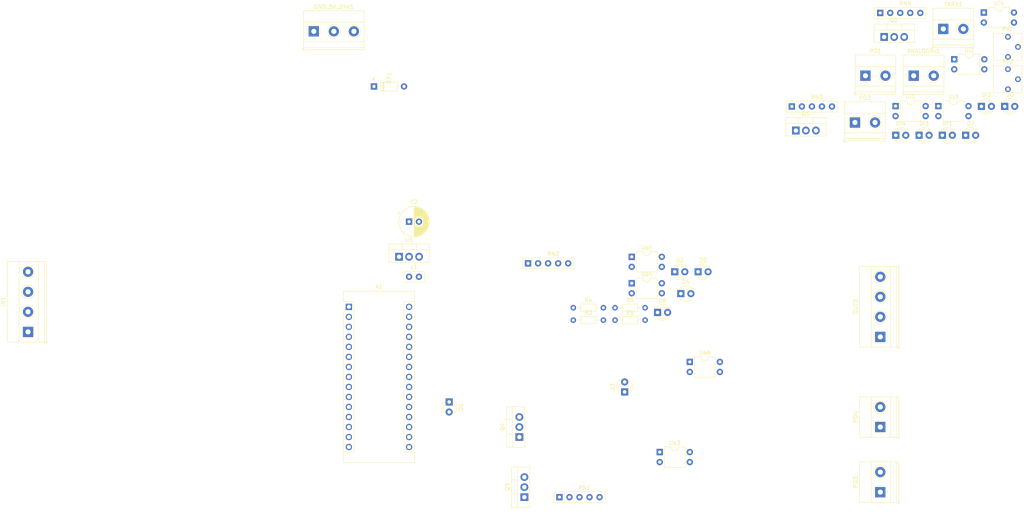
<source format=kicad_pcb>
(kicad_pcb (version 20171130) (host pcbnew 5.1.6+dfsg1-1)

  (general
    (thickness 1.6)
    (drawings 0)
    (tracks 0)
    (zones 0)
    (modules 48)
    (nets 65)
  )

  (page A4)
  (layers
    (0 F.Cu signal)
    (31 B.Cu signal)
    (32 B.Adhes user)
    (33 F.Adhes user)
    (34 B.Paste user)
    (35 F.Paste user)
    (36 B.SilkS user)
    (37 F.SilkS user)
    (38 B.Mask user)
    (39 F.Mask user)
    (40 Dwgs.User user)
    (41 Cmts.User user)
    (42 Eco1.User user)
    (43 Eco2.User user)
    (44 Edge.Cuts user)
    (45 Margin user)
    (46 B.CrtYd user)
    (47 F.CrtYd user)
    (48 B.Fab user)
    (49 F.Fab user)
  )

  (setup
    (last_trace_width 0.5)
    (trace_clearance 0.2)
    (zone_clearance 0.508)
    (zone_45_only no)
    (trace_min 0.2)
    (via_size 0.8)
    (via_drill 0.4)
    (via_min_size 0.4)
    (via_min_drill 0.3)
    (uvia_size 0.3)
    (uvia_drill 0.1)
    (uvias_allowed no)
    (uvia_min_size 0.2)
    (uvia_min_drill 0.1)
    (edge_width 0.05)
    (segment_width 0.2)
    (pcb_text_width 0.3)
    (pcb_text_size 1.5 1.5)
    (mod_edge_width 0.12)
    (mod_text_size 1 1)
    (mod_text_width 0.15)
    (pad_size 1.524 1.524)
    (pad_drill 0.762)
    (pad_to_mask_clearance 0.05)
    (aux_axis_origin 0 0)
    (visible_elements FFFFFFFF)
    (pcbplotparams
      (layerselection 0x010fc_ffffffff)
      (usegerberextensions false)
      (usegerberattributes true)
      (usegerberadvancedattributes true)
      (creategerberjobfile true)
      (excludeedgelayer true)
      (linewidth 0.100000)
      (plotframeref false)
      (viasonmask false)
      (mode 1)
      (useauxorigin false)
      (hpglpennumber 1)
      (hpglpenspeed 20)
      (hpglpendiameter 15.000000)
      (psnegative false)
      (psa4output false)
      (plotreference true)
      (plotvalue true)
      (plotinvisibletext false)
      (padsonsilk false)
      (subtractmaskfromsilk false)
      (outputformat 1)
      (mirror false)
      (drillshape 1)
      (scaleselection 1)
      (outputdirectory ""))
  )

  (net 0 "")
  (net 1 "Net-(A1-Pad16)")
  (net 2 "Net-(A1-Pad15)")
  (net 3 "Net-(A1-Pad14)")
  (net 4 "Net-(A1-Pad13)")
  (net 5 "Net-(A1-Pad28)")
  (net 6 "Net-(A1-Pad12)")
  (net 7 "Net-(A1-Pad27)")
  (net 8 "Net-(A1-Pad11)")
  (net 9 "Net-(A1-Pad26)")
  (net 10 "Net-(A1-Pad10)")
  (net 11 "Net-(A1-Pad25)")
  (net 12 "Net-(A1-Pad9)")
  (net 13 "Net-(A1-Pad24)")
  (net 14 "Net-(A1-Pad8)")
  (net 15 "Net-(A1-Pad23)")
  (net 16 "Net-(A1-Pad7)")
  (net 17 "Net-(A1-Pad22)")
  (net 18 "Net-(A1-Pad6)")
  (net 19 "Net-(A1-Pad21)")
  (net 20 "Net-(A1-Pad5)")
  (net 21 "Net-(A1-Pad20)")
  (net 22 GND)
  (net 23 "Net-(A1-Pad19)")
  (net 24 "Net-(A1-Pad3)")
  (net 25 "Net-(A1-Pad18)")
  (net 26 "Net-(A1-Pad2)")
  (net 27 "Net-(A1-Pad17)")
  (net 28 "Net-(A1-Pad1)")
  (net 29 "Net-(A1-Pad4)")
  (net 30 +5V)
  (net 31 "Net-(D1-Pad1)")
  (net 32 +24V)
  (net 33 "Net-(D2-Pad1)")
  (net 34 "Net-(D3-Pad1)")
  (net 35 "Net-(D4-Pad1)")
  (net 36 "Net-(D5-Pad1)")
  (net 37 "Net-(D6-Pad1)")
  (net 38 "Net-(OUT3-Pad4)")
  (net 39 "Net-(OUT3-Pad3)")
  (net 40 "Net-(OUT3-Pad2)")
  (net 41 "Net-(OUT3-Pad1)")
  (net 42 "Net-(R3-Pad2)")
  (net 43 "Net-(R4-Pad2)")
  (net 44 "Net-(R5-Pad2)")
  (net 45 "Net-(R6-Pad2)")
  (net 46 "Net-(D0-Pad1)")
  (net 47 "Net-(D7-Pad1)")
  (net 48 "Net-(Di1-Pad2)")
  (net 49 "Net-(Di1-Pad1)")
  (net 50 "Net-(Di2-Pad2)")
  (net 51 "Net-(Di2-Pad1)")
  (net 52 "Net-(Di3-Pad2)")
  (net 53 "Net-(Di3-Pad1)")
  (net 54 "Net-(Di4-Pad2)")
  (net 55 "Net-(Di4-Pad1)")
  (net 56 "Net-(DP1-Pad1)")
  (net 57 "Net-(PO1-Pad2)")
  (net 58 "Net-(PO1-Pad1)")
  (net 59 "Net-(PO2-Pad2)")
  (net 60 "Net-(PO2-Pad1)")
  (net 61 "Net-(PO3-Pad2)")
  (net 62 "Net-(PO3-Pad1)")
  (net 63 "Net-(PO4-Pad2)")
  (net 64 "Net-(PO4-Pad1)")

  (net_class Default "This is the default net class."
    (clearance 0.2)
    (trace_width 0.5)
    (via_dia 0.8)
    (via_drill 0.4)
    (uvia_dia 0.3)
    (uvia_drill 0.1)
    (add_net +24V)
    (add_net +5V)
    (add_net GND)
    (add_net "Net-(A1-Pad1)")
    (add_net "Net-(A1-Pad10)")
    (add_net "Net-(A1-Pad11)")
    (add_net "Net-(A1-Pad12)")
    (add_net "Net-(A1-Pad13)")
    (add_net "Net-(A1-Pad14)")
    (add_net "Net-(A1-Pad15)")
    (add_net "Net-(A1-Pad16)")
    (add_net "Net-(A1-Pad17)")
    (add_net "Net-(A1-Pad18)")
    (add_net "Net-(A1-Pad19)")
    (add_net "Net-(A1-Pad2)")
    (add_net "Net-(A1-Pad20)")
    (add_net "Net-(A1-Pad21)")
    (add_net "Net-(A1-Pad22)")
    (add_net "Net-(A1-Pad23)")
    (add_net "Net-(A1-Pad24)")
    (add_net "Net-(A1-Pad25)")
    (add_net "Net-(A1-Pad26)")
    (add_net "Net-(A1-Pad27)")
    (add_net "Net-(A1-Pad28)")
    (add_net "Net-(A1-Pad3)")
    (add_net "Net-(A1-Pad4)")
    (add_net "Net-(A1-Pad5)")
    (add_net "Net-(A1-Pad6)")
    (add_net "Net-(A1-Pad7)")
    (add_net "Net-(A1-Pad8)")
    (add_net "Net-(A1-Pad9)")
    (add_net "Net-(D0-Pad1)")
    (add_net "Net-(D1-Pad1)")
    (add_net "Net-(D2-Pad1)")
    (add_net "Net-(D3-Pad1)")
    (add_net "Net-(D4-Pad1)")
    (add_net "Net-(D5-Pad1)")
    (add_net "Net-(D6-Pad1)")
    (add_net "Net-(D7-Pad1)")
    (add_net "Net-(DP1-Pad1)")
    (add_net "Net-(Di1-Pad1)")
    (add_net "Net-(Di1-Pad2)")
    (add_net "Net-(Di2-Pad1)")
    (add_net "Net-(Di2-Pad2)")
    (add_net "Net-(Di3-Pad1)")
    (add_net "Net-(Di3-Pad2)")
    (add_net "Net-(Di4-Pad1)")
    (add_net "Net-(Di4-Pad2)")
    (add_net "Net-(OUT3-Pad1)")
    (add_net "Net-(OUT3-Pad2)")
    (add_net "Net-(OUT3-Pad3)")
    (add_net "Net-(OUT3-Pad4)")
    (add_net "Net-(PO1-Pad1)")
    (add_net "Net-(PO1-Pad2)")
    (add_net "Net-(PO2-Pad1)")
    (add_net "Net-(PO2-Pad2)")
    (add_net "Net-(PO3-Pad1)")
    (add_net "Net-(PO3-Pad2)")
    (add_net "Net-(PO4-Pad1)")
    (add_net "Net-(PO4-Pad2)")
    (add_net "Net-(R3-Pad2)")
    (add_net "Net-(R4-Pad2)")
    (add_net "Net-(R5-Pad2)")
    (add_net "Net-(R6-Pad2)")
  )

  (module Package_DIP:DIP-4_W7.62mm (layer F.Cu) (tedit 5A02E8C5) (tstamp 6025C800)
    (at 174.825001 -375.614999)
    (descr "4-lead though-hole mounted DIP package, row spacing 7.62 mm (300 mils)")
    (tags "THT DIP DIL PDIP 2.54mm 7.62mm 300mil")
    (path /606A8F8C)
    (fp_text reference Ui4 (at 3.81 -2.33) (layer F.SilkS)
      (effects (font (size 1 1) (thickness 0.15)))
    )
    (fp_text value PS2501 (at 3.81 4.87) (layer F.Fab)
      (effects (font (size 1 1) (thickness 0.15)))
    )
    (fp_text user %R (at 3.81 1.27) (layer F.Fab)
      (effects (font (size 1 1) (thickness 0.15)))
    )
    (fp_arc (start 3.81 -1.33) (end 2.81 -1.33) (angle -180) (layer F.SilkS) (width 0.12))
    (fp_line (start 1.635 -1.27) (end 6.985 -1.27) (layer F.Fab) (width 0.1))
    (fp_line (start 6.985 -1.27) (end 6.985 3.81) (layer F.Fab) (width 0.1))
    (fp_line (start 6.985 3.81) (end 0.635 3.81) (layer F.Fab) (width 0.1))
    (fp_line (start 0.635 3.81) (end 0.635 -0.27) (layer F.Fab) (width 0.1))
    (fp_line (start 0.635 -0.27) (end 1.635 -1.27) (layer F.Fab) (width 0.1))
    (fp_line (start 2.81 -1.33) (end 1.16 -1.33) (layer F.SilkS) (width 0.12))
    (fp_line (start 1.16 -1.33) (end 1.16 3.87) (layer F.SilkS) (width 0.12))
    (fp_line (start 1.16 3.87) (end 6.46 3.87) (layer F.SilkS) (width 0.12))
    (fp_line (start 6.46 3.87) (end 6.46 -1.33) (layer F.SilkS) (width 0.12))
    (fp_line (start 6.46 -1.33) (end 4.81 -1.33) (layer F.SilkS) (width 0.12))
    (fp_line (start -1.1 -1.55) (end -1.1 4.1) (layer F.CrtYd) (width 0.05))
    (fp_line (start -1.1 4.1) (end 8.7 4.1) (layer F.CrtYd) (width 0.05))
    (fp_line (start 8.7 4.1) (end 8.7 -1.55) (layer F.CrtYd) (width 0.05))
    (fp_line (start 8.7 -1.55) (end -1.1 -1.55) (layer F.CrtYd) (width 0.05))
    (pad 4 thru_hole oval (at 7.62 0) (size 1.6 1.6) (drill 0.8) (layers *.Cu *.Mask)
      (net 30 +5V))
    (pad 2 thru_hole oval (at 0 2.54) (size 1.6 1.6) (drill 0.8) (layers *.Cu *.Mask)
      (net 55 "Net-(Di4-Pad1)"))
    (pad 3 thru_hole oval (at 7.62 2.54) (size 1.6 1.6) (drill 0.8) (layers *.Cu *.Mask)
      (net 17 "Net-(A1-Pad22)"))
    (pad 1 thru_hole rect (at 0 0) (size 1.6 1.6) (drill 0.8) (layers *.Cu *.Mask)
      (net 54 "Net-(Di4-Pad2)"))
    (model ${KISYS3DMOD}/Package_DIP.3dshapes/DIP-4_W7.62mm.wrl
      (at (xyz 0 0 0))
      (scale (xyz 1 1 1))
      (rotate (xyz 0 0 0))
    )
  )

  (module Package_DIP:DIP-4_W7.62mm (layer F.Cu) (tedit 5A02E8C5) (tstamp 6025C7E8)
    (at 163.305001 -351.894999)
    (descr "4-lead though-hole mounted DIP package, row spacing 7.62 mm (300 mils)")
    (tags "THT DIP DIL PDIP 2.54mm 7.62mm 300mil")
    (path /606AA260)
    (fp_text reference Ui3 (at 3.81 -2.33) (layer F.SilkS)
      (effects (font (size 1 1) (thickness 0.15)))
    )
    (fp_text value PS2501 (at 3.81 4.87) (layer F.Fab)
      (effects (font (size 1 1) (thickness 0.15)))
    )
    (fp_text user %R (at 3.81 1.27) (layer F.Fab)
      (effects (font (size 1 1) (thickness 0.15)))
    )
    (fp_arc (start 3.81 -1.33) (end 2.81 -1.33) (angle -180) (layer F.SilkS) (width 0.12))
    (fp_line (start 1.635 -1.27) (end 6.985 -1.27) (layer F.Fab) (width 0.1))
    (fp_line (start 6.985 -1.27) (end 6.985 3.81) (layer F.Fab) (width 0.1))
    (fp_line (start 6.985 3.81) (end 0.635 3.81) (layer F.Fab) (width 0.1))
    (fp_line (start 0.635 3.81) (end 0.635 -0.27) (layer F.Fab) (width 0.1))
    (fp_line (start 0.635 -0.27) (end 1.635 -1.27) (layer F.Fab) (width 0.1))
    (fp_line (start 2.81 -1.33) (end 1.16 -1.33) (layer F.SilkS) (width 0.12))
    (fp_line (start 1.16 -1.33) (end 1.16 3.87) (layer F.SilkS) (width 0.12))
    (fp_line (start 1.16 3.87) (end 6.46 3.87) (layer F.SilkS) (width 0.12))
    (fp_line (start 6.46 3.87) (end 6.46 -1.33) (layer F.SilkS) (width 0.12))
    (fp_line (start 6.46 -1.33) (end 4.81 -1.33) (layer F.SilkS) (width 0.12))
    (fp_line (start -1.1 -1.55) (end -1.1 4.1) (layer F.CrtYd) (width 0.05))
    (fp_line (start -1.1 4.1) (end 8.7 4.1) (layer F.CrtYd) (width 0.05))
    (fp_line (start 8.7 4.1) (end 8.7 -1.55) (layer F.CrtYd) (width 0.05))
    (fp_line (start 8.7 -1.55) (end -1.1 -1.55) (layer F.CrtYd) (width 0.05))
    (pad 4 thru_hole oval (at 7.62 0) (size 1.6 1.6) (drill 0.8) (layers *.Cu *.Mask)
      (net 30 +5V))
    (pad 2 thru_hole oval (at 0 2.54) (size 1.6 1.6) (drill 0.8) (layers *.Cu *.Mask)
      (net 53 "Net-(Di3-Pad1)"))
    (pad 3 thru_hole oval (at 7.62 2.54) (size 1.6 1.6) (drill 0.8) (layers *.Cu *.Mask)
      (net 19 "Net-(A1-Pad21)"))
    (pad 1 thru_hole rect (at 0 0) (size 1.6 1.6) (drill 0.8) (layers *.Cu *.Mask)
      (net 52 "Net-(Di3-Pad2)"))
    (model ${KISYS3DMOD}/Package_DIP.3dshapes/DIP-4_W7.62mm.wrl
      (at (xyz 0 0 0))
      (scale (xyz 1 1 1))
      (rotate (xyz 0 0 0))
    )
  )

  (module Package_DIP:DIP-4_W7.62mm (layer F.Cu) (tedit 5A02E8C5) (tstamp 6025C7D0)
    (at 167.325001 -363.754999)
    (descr "4-lead though-hole mounted DIP package, row spacing 7.62 mm (300 mils)")
    (tags "THT DIP DIL PDIP 2.54mm 7.62mm 300mil")
    (path /606AACF4)
    (fp_text reference Ui2 (at 3.81 -2.33) (layer F.SilkS)
      (effects (font (size 1 1) (thickness 0.15)))
    )
    (fp_text value PS2501 (at 3.81 4.87) (layer F.Fab)
      (effects (font (size 1 1) (thickness 0.15)))
    )
    (fp_text user %R (at 3.81 1.27) (layer F.Fab)
      (effects (font (size 1 1) (thickness 0.15)))
    )
    (fp_arc (start 3.81 -1.33) (end 2.81 -1.33) (angle -180) (layer F.SilkS) (width 0.12))
    (fp_line (start 1.635 -1.27) (end 6.985 -1.27) (layer F.Fab) (width 0.1))
    (fp_line (start 6.985 -1.27) (end 6.985 3.81) (layer F.Fab) (width 0.1))
    (fp_line (start 6.985 3.81) (end 0.635 3.81) (layer F.Fab) (width 0.1))
    (fp_line (start 0.635 3.81) (end 0.635 -0.27) (layer F.Fab) (width 0.1))
    (fp_line (start 0.635 -0.27) (end 1.635 -1.27) (layer F.Fab) (width 0.1))
    (fp_line (start 2.81 -1.33) (end 1.16 -1.33) (layer F.SilkS) (width 0.12))
    (fp_line (start 1.16 -1.33) (end 1.16 3.87) (layer F.SilkS) (width 0.12))
    (fp_line (start 1.16 3.87) (end 6.46 3.87) (layer F.SilkS) (width 0.12))
    (fp_line (start 6.46 3.87) (end 6.46 -1.33) (layer F.SilkS) (width 0.12))
    (fp_line (start 6.46 -1.33) (end 4.81 -1.33) (layer F.SilkS) (width 0.12))
    (fp_line (start -1.1 -1.55) (end -1.1 4.1) (layer F.CrtYd) (width 0.05))
    (fp_line (start -1.1 4.1) (end 8.7 4.1) (layer F.CrtYd) (width 0.05))
    (fp_line (start 8.7 4.1) (end 8.7 -1.55) (layer F.CrtYd) (width 0.05))
    (fp_line (start 8.7 -1.55) (end -1.1 -1.55) (layer F.CrtYd) (width 0.05))
    (pad 4 thru_hole oval (at 7.62 0) (size 1.6 1.6) (drill 0.8) (layers *.Cu *.Mask)
      (net 30 +5V))
    (pad 2 thru_hole oval (at 0 2.54) (size 1.6 1.6) (drill 0.8) (layers *.Cu *.Mask)
      (net 51 "Net-(Di2-Pad1)"))
    (pad 3 thru_hole oval (at 7.62 2.54) (size 1.6 1.6) (drill 0.8) (layers *.Cu *.Mask)
      (net 21 "Net-(A1-Pad20)"))
    (pad 1 thru_hole rect (at 0 0) (size 1.6 1.6) (drill 0.8) (layers *.Cu *.Mask)
      (net 50 "Net-(Di2-Pad2)"))
    (model ${KISYS3DMOD}/Package_DIP.3dshapes/DIP-4_W7.62mm.wrl
      (at (xyz 0 0 0))
      (scale (xyz 1 1 1))
      (rotate (xyz 0 0 0))
    )
  )

  (module Package_DIP:DIP-4_W7.62mm (layer F.Cu) (tedit 5A02E8C5) (tstamp 6025C7B8)
    (at 152.455001 -351.894999)
    (descr "4-lead though-hole mounted DIP package, row spacing 7.62 mm (300 mils)")
    (tags "THT DIP DIL PDIP 2.54mm 7.62mm 300mil")
    (path /606AB3EA)
    (fp_text reference Ui1 (at 3.81 -2.33) (layer F.SilkS)
      (effects (font (size 1 1) (thickness 0.15)))
    )
    (fp_text value PS2501 (at 3.81 4.87) (layer F.Fab)
      (effects (font (size 1 1) (thickness 0.15)))
    )
    (fp_text user %R (at 3.81 1.27) (layer F.Fab)
      (effects (font (size 1 1) (thickness 0.15)))
    )
    (fp_arc (start 3.81 -1.33) (end 2.81 -1.33) (angle -180) (layer F.SilkS) (width 0.12))
    (fp_line (start 1.635 -1.27) (end 6.985 -1.27) (layer F.Fab) (width 0.1))
    (fp_line (start 6.985 -1.27) (end 6.985 3.81) (layer F.Fab) (width 0.1))
    (fp_line (start 6.985 3.81) (end 0.635 3.81) (layer F.Fab) (width 0.1))
    (fp_line (start 0.635 3.81) (end 0.635 -0.27) (layer F.Fab) (width 0.1))
    (fp_line (start 0.635 -0.27) (end 1.635 -1.27) (layer F.Fab) (width 0.1))
    (fp_line (start 2.81 -1.33) (end 1.16 -1.33) (layer F.SilkS) (width 0.12))
    (fp_line (start 1.16 -1.33) (end 1.16 3.87) (layer F.SilkS) (width 0.12))
    (fp_line (start 1.16 3.87) (end 6.46 3.87) (layer F.SilkS) (width 0.12))
    (fp_line (start 6.46 3.87) (end 6.46 -1.33) (layer F.SilkS) (width 0.12))
    (fp_line (start 6.46 -1.33) (end 4.81 -1.33) (layer F.SilkS) (width 0.12))
    (fp_line (start -1.1 -1.55) (end -1.1 4.1) (layer F.CrtYd) (width 0.05))
    (fp_line (start -1.1 4.1) (end 8.7 4.1) (layer F.CrtYd) (width 0.05))
    (fp_line (start 8.7 4.1) (end 8.7 -1.55) (layer F.CrtYd) (width 0.05))
    (fp_line (start 8.7 -1.55) (end -1.1 -1.55) (layer F.CrtYd) (width 0.05))
    (pad 4 thru_hole oval (at 7.62 0) (size 1.6 1.6) (drill 0.8) (layers *.Cu *.Mask)
      (net 30 +5V))
    (pad 2 thru_hole oval (at 0 2.54) (size 1.6 1.6) (drill 0.8) (layers *.Cu *.Mask)
      (net 49 "Net-(Di1-Pad1)"))
    (pad 3 thru_hole oval (at 7.62 2.54) (size 1.6 1.6) (drill 0.8) (layers *.Cu *.Mask)
      (net 23 "Net-(A1-Pad19)"))
    (pad 1 thru_hole rect (at 0 0) (size 1.6 1.6) (drill 0.8) (layers *.Cu *.Mask)
      (net 48 "Net-(Di1-Pad2)"))
    (model ${KISYS3DMOD}/Package_DIP.3dshapes/DIP-4_W7.62mm.wrl
      (at (xyz 0 0 0))
      (scale (xyz 1 1 1))
      (rotate (xyz 0 0 0))
    )
  )

  (module TerminalBlock_Phoenix:TerminalBlock_Phoenix_MKDS-1,5-2-5.08_1x02_P5.08mm_Horizontal (layer F.Cu) (tedit 5B294EBC) (tstamp 6025C76E)
    (at 164.545001 -371.454999)
    (descr "Terminal Block Phoenix MKDS-1,5-2-5.08, 2 pins, pitch 5.08mm, size 10.2x9.8mm^2, drill diamater 1.3mm, pad diameter 2.6mm, see http://www.farnell.com/datasheets/100425.pdf, script-generated using https://github.com/pointhi/kicad-footprint-generator/scripts/TerminalBlock_Phoenix")
    (tags "THT Terminal Block Phoenix MKDS-1,5-2-5.08 pitch 5.08mm size 10.2x9.8mm^2 drill 1.3mm pad 2.6mm")
    (path /6054F688)
    (fp_text reference TXRX1 (at 2.54 -6.26) (layer F.SilkS)
      (effects (font (size 1 1) (thickness 0.15)))
    )
    (fp_text value Screw_Terminal_01x02 (at 2.54 5.66) (layer F.Fab)
      (effects (font (size 1 1) (thickness 0.15)))
    )
    (fp_text user %R (at 2.54 3.2) (layer F.Fab)
      (effects (font (size 1 1) (thickness 0.15)))
    )
    (fp_arc (start 0 0) (end -0.684 1.535) (angle -25) (layer F.SilkS) (width 0.12))
    (fp_arc (start 0 0) (end -1.535 -0.684) (angle -48) (layer F.SilkS) (width 0.12))
    (fp_arc (start 0 0) (end 0.684 -1.535) (angle -48) (layer F.SilkS) (width 0.12))
    (fp_arc (start 0 0) (end 1.535 0.684) (angle -48) (layer F.SilkS) (width 0.12))
    (fp_arc (start 0 0) (end 0 1.68) (angle -24) (layer F.SilkS) (width 0.12))
    (fp_circle (center 0 0) (end 1.5 0) (layer F.Fab) (width 0.1))
    (fp_circle (center 5.08 0) (end 6.58 0) (layer F.Fab) (width 0.1))
    (fp_circle (center 5.08 0) (end 6.76 0) (layer F.SilkS) (width 0.12))
    (fp_line (start -2.54 -5.2) (end 7.62 -5.2) (layer F.Fab) (width 0.1))
    (fp_line (start 7.62 -5.2) (end 7.62 4.6) (layer F.Fab) (width 0.1))
    (fp_line (start 7.62 4.6) (end -2.04 4.6) (layer F.Fab) (width 0.1))
    (fp_line (start -2.04 4.6) (end -2.54 4.1) (layer F.Fab) (width 0.1))
    (fp_line (start -2.54 4.1) (end -2.54 -5.2) (layer F.Fab) (width 0.1))
    (fp_line (start -2.54 4.1) (end 7.62 4.1) (layer F.Fab) (width 0.1))
    (fp_line (start -2.6 4.1) (end 7.68 4.1) (layer F.SilkS) (width 0.12))
    (fp_line (start -2.54 2.6) (end 7.62 2.6) (layer F.Fab) (width 0.1))
    (fp_line (start -2.6 2.6) (end 7.68 2.6) (layer F.SilkS) (width 0.12))
    (fp_line (start -2.54 -2.3) (end 7.62 -2.3) (layer F.Fab) (width 0.1))
    (fp_line (start -2.6 -2.301) (end 7.68 -2.301) (layer F.SilkS) (width 0.12))
    (fp_line (start -2.6 -5.261) (end 7.68 -5.261) (layer F.SilkS) (width 0.12))
    (fp_line (start -2.6 4.66) (end 7.68 4.66) (layer F.SilkS) (width 0.12))
    (fp_line (start -2.6 -5.261) (end -2.6 4.66) (layer F.SilkS) (width 0.12))
    (fp_line (start 7.68 -5.261) (end 7.68 4.66) (layer F.SilkS) (width 0.12))
    (fp_line (start 1.138 -0.955) (end -0.955 1.138) (layer F.Fab) (width 0.1))
    (fp_line (start 0.955 -1.138) (end -1.138 0.955) (layer F.Fab) (width 0.1))
    (fp_line (start 6.218 -0.955) (end 4.126 1.138) (layer F.Fab) (width 0.1))
    (fp_line (start 6.035 -1.138) (end 3.943 0.955) (layer F.Fab) (width 0.1))
    (fp_line (start 6.355 -1.069) (end 6.308 -1.023) (layer F.SilkS) (width 0.12))
    (fp_line (start 4.046 1.239) (end 4.011 1.274) (layer F.SilkS) (width 0.12))
    (fp_line (start 6.15 -1.275) (end 6.115 -1.239) (layer F.SilkS) (width 0.12))
    (fp_line (start 3.853 1.023) (end 3.806 1.069) (layer F.SilkS) (width 0.12))
    (fp_line (start -2.84 4.16) (end -2.84 4.9) (layer F.SilkS) (width 0.12))
    (fp_line (start -2.84 4.9) (end -2.34 4.9) (layer F.SilkS) (width 0.12))
    (fp_line (start -3.04 -5.71) (end -3.04 5.1) (layer F.CrtYd) (width 0.05))
    (fp_line (start -3.04 5.1) (end 8.13 5.1) (layer F.CrtYd) (width 0.05))
    (fp_line (start 8.13 5.1) (end 8.13 -5.71) (layer F.CrtYd) (width 0.05))
    (fp_line (start 8.13 -5.71) (end -3.04 -5.71) (layer F.CrtYd) (width 0.05))
    (pad 2 thru_hole circle (at 5.08 0) (size 2.6 2.6) (drill 1.3) (layers *.Cu *.Mask)
      (net 26 "Net-(A1-Pad2)"))
    (pad 1 thru_hole rect (at 0 0) (size 2.6 2.6) (drill 1.3) (layers *.Cu *.Mask)
      (net 28 "Net-(A1-Pad1)"))
    (model ${KISYS3DMOD}/TerminalBlock_Phoenix.3dshapes/TerminalBlock_Phoenix_MKDS-1,5-2-5.08_1x02_P5.08mm_Horizontal.wrl
      (at (xyz 0 0 0))
      (scale (xyz 1 1 1))
      (rotate (xyz 0 0 0))
    )
  )

  (module Potentiometer_THT:Potentiometer_Vishay_T73YP_Vertical (layer F.Cu) (tedit 5A3D4993) (tstamp 6025C742)
    (at 180.925001 -356.164999)
    (descr "Potentiometer, vertical, Vishay T73YP, http://www.vishay.com/docs/51016/t73.pdf")
    (tags "Potentiometer vertical Vishay T73YP")
    (path /6065A219)
    (fp_text reference RV2 (at -0.06 -7.09) (layer F.SilkS)
      (effects (font (size 1 1) (thickness 0.15)))
    )
    (fp_text value R_POT_10k (at -0.06 2.01) (layer F.Fab)
      (effects (font (size 1 1) (thickness 0.15)))
    )
    (fp_text user %R (at -2.56 -2.54 90) (layer F.Fab)
      (effects (font (size 1 1) (thickness 0.15)))
    )
    (fp_circle (center 0.24 -2.54) (end 1.74 -2.54) (layer F.Fab) (width 0.1))
    (fp_line (start -3.56 -5.84) (end -3.56 0.76) (layer F.Fab) (width 0.1))
    (fp_line (start -3.56 0.76) (end 3.44 0.76) (layer F.Fab) (width 0.1))
    (fp_line (start 3.44 0.76) (end 3.44 -5.84) (layer F.Fab) (width 0.1))
    (fp_line (start 3.44 -5.84) (end -3.56 -5.84) (layer F.Fab) (width 0.1))
    (fp_line (start -0.961 -2.616) (end 0.164 -2.616) (layer F.Fab) (width 0.1))
    (fp_line (start 0.164 -2.616) (end 0.164 -3.741) (layer F.Fab) (width 0.1))
    (fp_line (start 0.164 -3.741) (end 0.316 -3.741) (layer F.Fab) (width 0.1))
    (fp_line (start 0.316 -3.741) (end 0.316 -2.616) (layer F.Fab) (width 0.1))
    (fp_line (start 0.316 -2.616) (end 1.441 -2.616) (layer F.Fab) (width 0.1))
    (fp_line (start 1.441 -2.616) (end 1.441 -2.464) (layer F.Fab) (width 0.1))
    (fp_line (start 1.441 -2.464) (end 0.316 -2.464) (layer F.Fab) (width 0.1))
    (fp_line (start 0.316 -2.464) (end 0.316 -1.339) (layer F.Fab) (width 0.1))
    (fp_line (start 0.316 -1.339) (end 0.164 -1.339) (layer F.Fab) (width 0.1))
    (fp_line (start 0.164 -1.339) (end 0.164 -2.464) (layer F.Fab) (width 0.1))
    (fp_line (start 0.164 -2.464) (end -0.961 -2.464) (layer F.Fab) (width 0.1))
    (fp_line (start -0.961 -2.464) (end -0.961 -2.616) (layer F.Fab) (width 0.1))
    (fp_line (start -3.68 -5.96) (end -0.65 -5.96) (layer F.SilkS) (width 0.12))
    (fp_line (start 0.65 -5.96) (end 3.56 -5.96) (layer F.SilkS) (width 0.12))
    (fp_line (start -3.68 0.88) (end -0.65 0.88) (layer F.SilkS) (width 0.12))
    (fp_line (start 0.65 0.88) (end 3.56 0.88) (layer F.SilkS) (width 0.12))
    (fp_line (start -3.68 -5.96) (end -3.68 0.88) (layer F.SilkS) (width 0.12))
    (fp_line (start 3.56 -5.96) (end 3.56 0.88) (layer F.SilkS) (width 0.12))
    (fp_line (start -3.85 -6.1) (end -3.85 1.05) (layer F.CrtYd) (width 0.05))
    (fp_line (start -3.85 1.05) (end 3.7 1.05) (layer F.CrtYd) (width 0.05))
    (fp_line (start 3.7 1.05) (end 3.7 -6.1) (layer F.CrtYd) (width 0.05))
    (fp_line (start 3.7 -6.1) (end -3.85 -6.1) (layer F.CrtYd) (width 0.05))
    (pad 1 thru_hole circle (at 0 0) (size 1.44 1.44) (drill 0.8) (layers *.Cu *.Mask)
      (net 30 +5V))
    (pad 2 thru_hole circle (at 2.54 -2.54) (size 1.44 1.44) (drill 0.8) (layers *.Cu *.Mask)
      (net 11 "Net-(A1-Pad25)"))
    (pad 3 thru_hole circle (at 0 -5.08) (size 1.44 1.44) (drill 0.8) (layers *.Cu *.Mask)
      (net 22 GND))
    (model ${KISYS3DMOD}/Potentiometer_THT.3dshapes/Potentiometer_Vishay_T73YP_Vertical.wrl
      (at (xyz 0 0 0))
      (scale (xyz 1 1 1))
      (rotate (xyz 0 0 0))
    )
  )

  (module Potentiometer_THT:Potentiometer_Vishay_T73YP_Vertical (layer F.Cu) (tedit 5A3D4993) (tstamp 6025C71F)
    (at 180.925001 -364.364999)
    (descr "Potentiometer, vertical, Vishay T73YP, http://www.vishay.com/docs/51016/t73.pdf")
    (tags "Potentiometer vertical Vishay T73YP")
    (path /60658196)
    (fp_text reference RV1 (at -0.06 -7.09) (layer F.SilkS)
      (effects (font (size 1 1) (thickness 0.15)))
    )
    (fp_text value R_POT_10k (at -0.06 2.01) (layer F.Fab)
      (effects (font (size 1 1) (thickness 0.15)))
    )
    (fp_text user %R (at -2.56 -2.54 90) (layer F.Fab)
      (effects (font (size 1 1) (thickness 0.15)))
    )
    (fp_circle (center 0.24 -2.54) (end 1.74 -2.54) (layer F.Fab) (width 0.1))
    (fp_line (start -3.56 -5.84) (end -3.56 0.76) (layer F.Fab) (width 0.1))
    (fp_line (start -3.56 0.76) (end 3.44 0.76) (layer F.Fab) (width 0.1))
    (fp_line (start 3.44 0.76) (end 3.44 -5.84) (layer F.Fab) (width 0.1))
    (fp_line (start 3.44 -5.84) (end -3.56 -5.84) (layer F.Fab) (width 0.1))
    (fp_line (start -0.961 -2.616) (end 0.164 -2.616) (layer F.Fab) (width 0.1))
    (fp_line (start 0.164 -2.616) (end 0.164 -3.741) (layer F.Fab) (width 0.1))
    (fp_line (start 0.164 -3.741) (end 0.316 -3.741) (layer F.Fab) (width 0.1))
    (fp_line (start 0.316 -3.741) (end 0.316 -2.616) (layer F.Fab) (width 0.1))
    (fp_line (start 0.316 -2.616) (end 1.441 -2.616) (layer F.Fab) (width 0.1))
    (fp_line (start 1.441 -2.616) (end 1.441 -2.464) (layer F.Fab) (width 0.1))
    (fp_line (start 1.441 -2.464) (end 0.316 -2.464) (layer F.Fab) (width 0.1))
    (fp_line (start 0.316 -2.464) (end 0.316 -1.339) (layer F.Fab) (width 0.1))
    (fp_line (start 0.316 -1.339) (end 0.164 -1.339) (layer F.Fab) (width 0.1))
    (fp_line (start 0.164 -1.339) (end 0.164 -2.464) (layer F.Fab) (width 0.1))
    (fp_line (start 0.164 -2.464) (end -0.961 -2.464) (layer F.Fab) (width 0.1))
    (fp_line (start -0.961 -2.464) (end -0.961 -2.616) (layer F.Fab) (width 0.1))
    (fp_line (start -3.68 -5.96) (end -0.65 -5.96) (layer F.SilkS) (width 0.12))
    (fp_line (start 0.65 -5.96) (end 3.56 -5.96) (layer F.SilkS) (width 0.12))
    (fp_line (start -3.68 0.88) (end -0.65 0.88) (layer F.SilkS) (width 0.12))
    (fp_line (start 0.65 0.88) (end 3.56 0.88) (layer F.SilkS) (width 0.12))
    (fp_line (start -3.68 -5.96) (end -3.68 0.88) (layer F.SilkS) (width 0.12))
    (fp_line (start 3.56 -5.96) (end 3.56 0.88) (layer F.SilkS) (width 0.12))
    (fp_line (start -3.85 -6.1) (end -3.85 1.05) (layer F.CrtYd) (width 0.05))
    (fp_line (start -3.85 1.05) (end 3.7 1.05) (layer F.CrtYd) (width 0.05))
    (fp_line (start 3.7 1.05) (end 3.7 -6.1) (layer F.CrtYd) (width 0.05))
    (fp_line (start 3.7 -6.1) (end -3.85 -6.1) (layer F.CrtYd) (width 0.05))
    (pad 1 thru_hole circle (at 0 0) (size 1.44 1.44) (drill 0.8) (layers *.Cu *.Mask)
      (net 30 +5V))
    (pad 2 thru_hole circle (at 2.54 -2.54) (size 1.44 1.44) (drill 0.8) (layers *.Cu *.Mask)
      (net 9 "Net-(A1-Pad26)"))
    (pad 3 thru_hole circle (at 0 -5.08) (size 1.44 1.44) (drill 0.8) (layers *.Cu *.Mask)
      (net 22 GND))
    (model ${KISYS3DMOD}/Potentiometer_THT.3dshapes/Potentiometer_Vishay_T73YP_Vertical.wrl
      (at (xyz 0 0 0))
      (scale (xyz 1 1 1))
      (rotate (xyz 0 0 0))
    )
  )

  (module Resistor_THT:R_Array_SIP5 (layer F.Cu) (tedit 5A14249F) (tstamp 6025C6FC)
    (at 148.555001 -375.514999)
    (descr "5-pin Resistor SIP pack")
    (tags R)
    (path /606ABB7F)
    (fp_text reference RN4 (at 6.35 -2.4) (layer F.SilkS)
      (effects (font (size 1 1) (thickness 0.15)))
    )
    (fp_text value R_2k (at 6.35 2.4) (layer F.Fab)
      (effects (font (size 1 1) (thickness 0.15)))
    )
    (fp_text user %R (at 5.08 0) (layer F.Fab)
      (effects (font (size 1 1) (thickness 0.15)))
    )
    (fp_line (start -1.29 -1.25) (end -1.29 1.25) (layer F.Fab) (width 0.1))
    (fp_line (start -1.29 1.25) (end 11.45 1.25) (layer F.Fab) (width 0.1))
    (fp_line (start 11.45 1.25) (end 11.45 -1.25) (layer F.Fab) (width 0.1))
    (fp_line (start 11.45 -1.25) (end -1.29 -1.25) (layer F.Fab) (width 0.1))
    (fp_line (start 1.27 -1.25) (end 1.27 1.25) (layer F.Fab) (width 0.1))
    (fp_line (start -1.44 -1.4) (end -1.44 1.4) (layer F.SilkS) (width 0.12))
    (fp_line (start -1.44 1.4) (end 11.6 1.4) (layer F.SilkS) (width 0.12))
    (fp_line (start 11.6 1.4) (end 11.6 -1.4) (layer F.SilkS) (width 0.12))
    (fp_line (start 11.6 -1.4) (end -1.44 -1.4) (layer F.SilkS) (width 0.12))
    (fp_line (start 1.27 -1.4) (end 1.27 1.4) (layer F.SilkS) (width 0.12))
    (fp_line (start -1.7 -1.65) (end -1.7 1.65) (layer F.CrtYd) (width 0.05))
    (fp_line (start -1.7 1.65) (end 11.9 1.65) (layer F.CrtYd) (width 0.05))
    (fp_line (start 11.9 1.65) (end 11.9 -1.65) (layer F.CrtYd) (width 0.05))
    (fp_line (start 11.9 -1.65) (end -1.7 -1.65) (layer F.CrtYd) (width 0.05))
    (pad 5 thru_hole oval (at 10.16 0) (size 1.6 1.6) (drill 0.8) (layers *.Cu *.Mask)
      (net 55 "Net-(Di4-Pad1)"))
    (pad 4 thru_hole oval (at 7.62 0) (size 1.6 1.6) (drill 0.8) (layers *.Cu *.Mask)
      (net 53 "Net-(Di3-Pad1)"))
    (pad 3 thru_hole oval (at 5.08 0) (size 1.6 1.6) (drill 0.8) (layers *.Cu *.Mask)
      (net 51 "Net-(Di2-Pad1)"))
    (pad 2 thru_hole oval (at 2.54 0) (size 1.6 1.6) (drill 0.8) (layers *.Cu *.Mask)
      (net 49 "Net-(Di1-Pad1)"))
    (pad 1 thru_hole rect (at 0 0) (size 1.6 1.6) (drill 0.8) (layers *.Cu *.Mask)
      (net 22 GND))
    (model ${KISYS3DMOD}/Resistor_THT.3dshapes/R_Array_SIP5.wrl
      (at (xyz 0 0 0))
      (scale (xyz 1 1 1))
      (rotate (xyz 0 0 0))
    )
  )

  (module Resistor_THT:R_Array_SIP5 (layer F.Cu) (tedit 5A14249F) (tstamp 6025C6E4)
    (at 126.185001 -351.794999)
    (descr "5-pin Resistor SIP pack")
    (tags R)
    (path /60788B21)
    (fp_text reference RN3 (at 6.35 -2.4) (layer F.SilkS)
      (effects (font (size 1 1) (thickness 0.15)))
    )
    (fp_text value R_220 (at 6.35 2.4) (layer F.Fab)
      (effects (font (size 1 1) (thickness 0.15)))
    )
    (fp_text user %R (at 5.08 0) (layer F.Fab)
      (effects (font (size 1 1) (thickness 0.15)))
    )
    (fp_line (start -1.29 -1.25) (end -1.29 1.25) (layer F.Fab) (width 0.1))
    (fp_line (start -1.29 1.25) (end 11.45 1.25) (layer F.Fab) (width 0.1))
    (fp_line (start 11.45 1.25) (end 11.45 -1.25) (layer F.Fab) (width 0.1))
    (fp_line (start 11.45 -1.25) (end -1.29 -1.25) (layer F.Fab) (width 0.1))
    (fp_line (start 1.27 -1.25) (end 1.27 1.25) (layer F.Fab) (width 0.1))
    (fp_line (start -1.44 -1.4) (end -1.44 1.4) (layer F.SilkS) (width 0.12))
    (fp_line (start -1.44 1.4) (end 11.6 1.4) (layer F.SilkS) (width 0.12))
    (fp_line (start 11.6 1.4) (end 11.6 -1.4) (layer F.SilkS) (width 0.12))
    (fp_line (start 11.6 -1.4) (end -1.44 -1.4) (layer F.SilkS) (width 0.12))
    (fp_line (start 1.27 -1.4) (end 1.27 1.4) (layer F.SilkS) (width 0.12))
    (fp_line (start -1.7 -1.65) (end -1.7 1.65) (layer F.CrtYd) (width 0.05))
    (fp_line (start -1.7 1.65) (end 11.9 1.65) (layer F.CrtYd) (width 0.05))
    (fp_line (start 11.9 1.65) (end 11.9 -1.65) (layer F.CrtYd) (width 0.05))
    (fp_line (start 11.9 -1.65) (end -1.7 -1.65) (layer F.CrtYd) (width 0.05))
    (pad 5 thru_hole oval (at 10.16 0) (size 1.6 1.6) (drill 0.8) (layers *.Cu *.Mask)
      (net 23 "Net-(A1-Pad19)"))
    (pad 4 thru_hole oval (at 7.62 0) (size 1.6 1.6) (drill 0.8) (layers *.Cu *.Mask)
      (net 21 "Net-(A1-Pad20)"))
    (pad 3 thru_hole oval (at 5.08 0) (size 1.6 1.6) (drill 0.8) (layers *.Cu *.Mask)
      (net 19 "Net-(A1-Pad21)"))
    (pad 2 thru_hole oval (at 2.54 0) (size 1.6 1.6) (drill 0.8) (layers *.Cu *.Mask)
      (net 17 "Net-(A1-Pad22)"))
    (pad 1 thru_hole rect (at 0 0) (size 1.6 1.6) (drill 0.8) (layers *.Cu *.Mask)
      (net 22 GND))
    (model ${KISYS3DMOD}/Resistor_THT.3dshapes/R_Array_SIP5.wrl
      (at (xyz 0 0 0))
      (scale (xyz 1 1 1))
      (rotate (xyz 0 0 0))
    )
  )

  (module Package_TO_SOT_THT:TO-220-3_Vertical (layer F.Cu) (tedit 5AC8BA0D) (tstamp 6025C58E)
    (at 149.565001 -369.414999)
    (descr "TO-220-3, Vertical, RM 2.54mm, see https://www.vishay.com/docs/66542/to-220-1.pdf")
    (tags "TO-220-3 Vertical RM 2.54mm")
    (path /605BD132)
    (fp_text reference Q2 (at 2.54 -4.27) (layer F.SilkS)
      (effects (font (size 1 1) (thickness 0.15)))
    )
    (fp_text value IRF540N (at 2.54 2.5) (layer F.Fab)
      (effects (font (size 1 1) (thickness 0.15)))
    )
    (fp_text user %R (at 2.54 -4.27) (layer F.Fab)
      (effects (font (size 1 1) (thickness 0.15)))
    )
    (fp_line (start -2.46 -3.15) (end -2.46 1.25) (layer F.Fab) (width 0.1))
    (fp_line (start -2.46 1.25) (end 7.54 1.25) (layer F.Fab) (width 0.1))
    (fp_line (start 7.54 1.25) (end 7.54 -3.15) (layer F.Fab) (width 0.1))
    (fp_line (start 7.54 -3.15) (end -2.46 -3.15) (layer F.Fab) (width 0.1))
    (fp_line (start -2.46 -1.88) (end 7.54 -1.88) (layer F.Fab) (width 0.1))
    (fp_line (start 0.69 -3.15) (end 0.69 -1.88) (layer F.Fab) (width 0.1))
    (fp_line (start 4.39 -3.15) (end 4.39 -1.88) (layer F.Fab) (width 0.1))
    (fp_line (start -2.58 -3.27) (end 7.66 -3.27) (layer F.SilkS) (width 0.12))
    (fp_line (start -2.58 1.371) (end 7.66 1.371) (layer F.SilkS) (width 0.12))
    (fp_line (start -2.58 -3.27) (end -2.58 1.371) (layer F.SilkS) (width 0.12))
    (fp_line (start 7.66 -3.27) (end 7.66 1.371) (layer F.SilkS) (width 0.12))
    (fp_line (start -2.58 -1.76) (end 7.66 -1.76) (layer F.SilkS) (width 0.12))
    (fp_line (start 0.69 -3.27) (end 0.69 -1.76) (layer F.SilkS) (width 0.12))
    (fp_line (start 4.391 -3.27) (end 4.391 -1.76) (layer F.SilkS) (width 0.12))
    (fp_line (start -2.71 -3.4) (end -2.71 1.51) (layer F.CrtYd) (width 0.05))
    (fp_line (start -2.71 1.51) (end 7.79 1.51) (layer F.CrtYd) (width 0.05))
    (fp_line (start 7.79 1.51) (end 7.79 -3.4) (layer F.CrtYd) (width 0.05))
    (fp_line (start 7.79 -3.4) (end -2.71 -3.4) (layer F.CrtYd) (width 0.05))
    (pad 3 thru_hole oval (at 5.08 0) (size 1.905 2) (drill 1.1) (layers *.Cu *.Mask)
      (net 59 "Net-(PO2-Pad2)"))
    (pad 2 thru_hole oval (at 2.54 0) (size 1.905 2) (drill 1.1) (layers *.Cu *.Mask)
      (net 60 "Net-(PO2-Pad1)"))
    (pad 1 thru_hole rect (at 0 0) (size 1.905 2) (drill 1.1) (layers *.Cu *.Mask)
      (net 18 "Net-(A1-Pad6)"))
    (model ${KISYS3DMOD}/Package_TO_SOT_THT.3dshapes/TO-220-3_Vertical.wrl
      (at (xyz 0 0 0))
      (scale (xyz 1 1 1))
      (rotate (xyz 0 0 0))
    )
  )

  (module Package_TO_SOT_THT:TO-220-3_Vertical (layer F.Cu) (tedit 5AC8BA0D) (tstamp 6025C574)
    (at 127.195001 -345.694999)
    (descr "TO-220-3, Vertical, RM 2.54mm, see https://www.vishay.com/docs/66542/to-220-1.pdf")
    (tags "TO-220-3 Vertical RM 2.54mm")
    (path /60EDFF4F)
    (fp_text reference Q1 (at 2.54 -4.27) (layer F.SilkS)
      (effects (font (size 1 1) (thickness 0.15)))
    )
    (fp_text value IRF540N (at 2.54 2.5) (layer F.Fab)
      (effects (font (size 1 1) (thickness 0.15)))
    )
    (fp_text user %R (at 2.54 -4.27) (layer F.Fab)
      (effects (font (size 1 1) (thickness 0.15)))
    )
    (fp_line (start -2.46 -3.15) (end -2.46 1.25) (layer F.Fab) (width 0.1))
    (fp_line (start -2.46 1.25) (end 7.54 1.25) (layer F.Fab) (width 0.1))
    (fp_line (start 7.54 1.25) (end 7.54 -3.15) (layer F.Fab) (width 0.1))
    (fp_line (start 7.54 -3.15) (end -2.46 -3.15) (layer F.Fab) (width 0.1))
    (fp_line (start -2.46 -1.88) (end 7.54 -1.88) (layer F.Fab) (width 0.1))
    (fp_line (start 0.69 -3.15) (end 0.69 -1.88) (layer F.Fab) (width 0.1))
    (fp_line (start 4.39 -3.15) (end 4.39 -1.88) (layer F.Fab) (width 0.1))
    (fp_line (start -2.58 -3.27) (end 7.66 -3.27) (layer F.SilkS) (width 0.12))
    (fp_line (start -2.58 1.371) (end 7.66 1.371) (layer F.SilkS) (width 0.12))
    (fp_line (start -2.58 -3.27) (end -2.58 1.371) (layer F.SilkS) (width 0.12))
    (fp_line (start 7.66 -3.27) (end 7.66 1.371) (layer F.SilkS) (width 0.12))
    (fp_line (start -2.58 -1.76) (end 7.66 -1.76) (layer F.SilkS) (width 0.12))
    (fp_line (start 0.69 -3.27) (end 0.69 -1.76) (layer F.SilkS) (width 0.12))
    (fp_line (start 4.391 -3.27) (end 4.391 -1.76) (layer F.SilkS) (width 0.12))
    (fp_line (start -2.71 -3.4) (end -2.71 1.51) (layer F.CrtYd) (width 0.05))
    (fp_line (start -2.71 1.51) (end 7.79 1.51) (layer F.CrtYd) (width 0.05))
    (fp_line (start 7.79 1.51) (end 7.79 -3.4) (layer F.CrtYd) (width 0.05))
    (fp_line (start 7.79 -3.4) (end -2.71 -3.4) (layer F.CrtYd) (width 0.05))
    (pad 3 thru_hole oval (at 5.08 0) (size 1.905 2) (drill 1.1) (layers *.Cu *.Mask)
      (net 57 "Net-(PO1-Pad2)"))
    (pad 2 thru_hole oval (at 2.54 0) (size 1.905 2) (drill 1.1) (layers *.Cu *.Mask)
      (net 58 "Net-(PO1-Pad1)"))
    (pad 1 thru_hole rect (at 0 0) (size 1.905 2) (drill 1.1) (layers *.Cu *.Mask)
      (net 6 "Net-(A1-Pad12)"))
    (model ${KISYS3DMOD}/Package_TO_SOT_THT.3dshapes/TO-220-3_Vertical.wrl
      (at (xyz 0 0 0))
      (scale (xyz 1 1 1))
      (rotate (xyz 0 0 0))
    )
  )

  (module TerminalBlock_Phoenix:TerminalBlock_Phoenix_MKDS-1,5-2-5.08_1x02_P5.08mm_Horizontal (layer F.Cu) (tedit 5B294EBC) (tstamp 6025C504)
    (at 142.175001 -347.734999)
    (descr "Terminal Block Phoenix MKDS-1,5-2-5.08, 2 pins, pitch 5.08mm, size 10.2x9.8mm^2, drill diamater 1.3mm, pad diameter 2.6mm, see http://www.farnell.com/datasheets/100425.pdf, script-generated using https://github.com/pointhi/kicad-footprint-generator/scripts/TerminalBlock_Phoenix")
    (tags "THT Terminal Block Phoenix MKDS-1,5-2-5.08 pitch 5.08mm size 10.2x9.8mm^2 drill 1.3mm pad 2.6mm")
    (path /605BD138)
    (fp_text reference PO2 (at 2.54 -6.26) (layer F.SilkS)
      (effects (font (size 1 1) (thickness 0.15)))
    )
    (fp_text value Screw_Terminal_01x02 (at 2.54 5.66) (layer F.Fab)
      (effects (font (size 1 1) (thickness 0.15)))
    )
    (fp_text user %R (at 2.54 3.2) (layer F.Fab)
      (effects (font (size 1 1) (thickness 0.15)))
    )
    (fp_arc (start 0 0) (end -0.684 1.535) (angle -25) (layer F.SilkS) (width 0.12))
    (fp_arc (start 0 0) (end -1.535 -0.684) (angle -48) (layer F.SilkS) (width 0.12))
    (fp_arc (start 0 0) (end 0.684 -1.535) (angle -48) (layer F.SilkS) (width 0.12))
    (fp_arc (start 0 0) (end 1.535 0.684) (angle -48) (layer F.SilkS) (width 0.12))
    (fp_arc (start 0 0) (end 0 1.68) (angle -24) (layer F.SilkS) (width 0.12))
    (fp_circle (center 0 0) (end 1.5 0) (layer F.Fab) (width 0.1))
    (fp_circle (center 5.08 0) (end 6.58 0) (layer F.Fab) (width 0.1))
    (fp_circle (center 5.08 0) (end 6.76 0) (layer F.SilkS) (width 0.12))
    (fp_line (start -2.54 -5.2) (end 7.62 -5.2) (layer F.Fab) (width 0.1))
    (fp_line (start 7.62 -5.2) (end 7.62 4.6) (layer F.Fab) (width 0.1))
    (fp_line (start 7.62 4.6) (end -2.04 4.6) (layer F.Fab) (width 0.1))
    (fp_line (start -2.04 4.6) (end -2.54 4.1) (layer F.Fab) (width 0.1))
    (fp_line (start -2.54 4.1) (end -2.54 -5.2) (layer F.Fab) (width 0.1))
    (fp_line (start -2.54 4.1) (end 7.62 4.1) (layer F.Fab) (width 0.1))
    (fp_line (start -2.6 4.1) (end 7.68 4.1) (layer F.SilkS) (width 0.12))
    (fp_line (start -2.54 2.6) (end 7.62 2.6) (layer F.Fab) (width 0.1))
    (fp_line (start -2.6 2.6) (end 7.68 2.6) (layer F.SilkS) (width 0.12))
    (fp_line (start -2.54 -2.3) (end 7.62 -2.3) (layer F.Fab) (width 0.1))
    (fp_line (start -2.6 -2.301) (end 7.68 -2.301) (layer F.SilkS) (width 0.12))
    (fp_line (start -2.6 -5.261) (end 7.68 -5.261) (layer F.SilkS) (width 0.12))
    (fp_line (start -2.6 4.66) (end 7.68 4.66) (layer F.SilkS) (width 0.12))
    (fp_line (start -2.6 -5.261) (end -2.6 4.66) (layer F.SilkS) (width 0.12))
    (fp_line (start 7.68 -5.261) (end 7.68 4.66) (layer F.SilkS) (width 0.12))
    (fp_line (start 1.138 -0.955) (end -0.955 1.138) (layer F.Fab) (width 0.1))
    (fp_line (start 0.955 -1.138) (end -1.138 0.955) (layer F.Fab) (width 0.1))
    (fp_line (start 6.218 -0.955) (end 4.126 1.138) (layer F.Fab) (width 0.1))
    (fp_line (start 6.035 -1.138) (end 3.943 0.955) (layer F.Fab) (width 0.1))
    (fp_line (start 6.355 -1.069) (end 6.308 -1.023) (layer F.SilkS) (width 0.12))
    (fp_line (start 4.046 1.239) (end 4.011 1.274) (layer F.SilkS) (width 0.12))
    (fp_line (start 6.15 -1.275) (end 6.115 -1.239) (layer F.SilkS) (width 0.12))
    (fp_line (start 3.853 1.023) (end 3.806 1.069) (layer F.SilkS) (width 0.12))
    (fp_line (start -2.84 4.16) (end -2.84 4.9) (layer F.SilkS) (width 0.12))
    (fp_line (start -2.84 4.9) (end -2.34 4.9) (layer F.SilkS) (width 0.12))
    (fp_line (start -3.04 -5.71) (end -3.04 5.1) (layer F.CrtYd) (width 0.05))
    (fp_line (start -3.04 5.1) (end 8.13 5.1) (layer F.CrtYd) (width 0.05))
    (fp_line (start 8.13 5.1) (end 8.13 -5.71) (layer F.CrtYd) (width 0.05))
    (fp_line (start 8.13 -5.71) (end -3.04 -5.71) (layer F.CrtYd) (width 0.05))
    (pad 2 thru_hole circle (at 5.08 0) (size 2.6 2.6) (drill 1.3) (layers *.Cu *.Mask)
      (net 59 "Net-(PO2-Pad2)"))
    (pad 1 thru_hole rect (at 0 0) (size 2.6 2.6) (drill 1.3) (layers *.Cu *.Mask)
      (net 60 "Net-(PO2-Pad1)"))
    (model ${KISYS3DMOD}/TerminalBlock_Phoenix.3dshapes/TerminalBlock_Phoenix_MKDS-1,5-2-5.08_1x02_P5.08mm_Horizontal.wrl
      (at (xyz 0 0 0))
      (scale (xyz 1 1 1))
      (rotate (xyz 0 0 0))
    )
  )

  (module TerminalBlock_Phoenix:TerminalBlock_Phoenix_MKDS-1,5-2-5.08_1x02_P5.08mm_Horizontal (layer F.Cu) (tedit 5B294EBC) (tstamp 6025C4D8)
    (at 144.825001 -359.594999)
    (descr "Terminal Block Phoenix MKDS-1,5-2-5.08, 2 pins, pitch 5.08mm, size 10.2x9.8mm^2, drill diamater 1.3mm, pad diameter 2.6mm, see http://www.farnell.com/datasheets/100425.pdf, script-generated using https://github.com/pointhi/kicad-footprint-generator/scripts/TerminalBlock_Phoenix")
    (tags "THT Terminal Block Phoenix MKDS-1,5-2-5.08 pitch 5.08mm size 10.2x9.8mm^2 drill 1.3mm pad 2.6mm")
    (path /60EDFF55)
    (fp_text reference PO1 (at 2.54 -6.26) (layer F.SilkS)
      (effects (font (size 1 1) (thickness 0.15)))
    )
    (fp_text value Screw_Terminal_01x02 (at 2.54 5.66) (layer F.Fab)
      (effects (font (size 1 1) (thickness 0.15)))
    )
    (fp_text user %R (at 2.54 3.2) (layer F.Fab)
      (effects (font (size 1 1) (thickness 0.15)))
    )
    (fp_arc (start 0 0) (end -0.684 1.535) (angle -25) (layer F.SilkS) (width 0.12))
    (fp_arc (start 0 0) (end -1.535 -0.684) (angle -48) (layer F.SilkS) (width 0.12))
    (fp_arc (start 0 0) (end 0.684 -1.535) (angle -48) (layer F.SilkS) (width 0.12))
    (fp_arc (start 0 0) (end 1.535 0.684) (angle -48) (layer F.SilkS) (width 0.12))
    (fp_arc (start 0 0) (end 0 1.68) (angle -24) (layer F.SilkS) (width 0.12))
    (fp_circle (center 0 0) (end 1.5 0) (layer F.Fab) (width 0.1))
    (fp_circle (center 5.08 0) (end 6.58 0) (layer F.Fab) (width 0.1))
    (fp_circle (center 5.08 0) (end 6.76 0) (layer F.SilkS) (width 0.12))
    (fp_line (start -2.54 -5.2) (end 7.62 -5.2) (layer F.Fab) (width 0.1))
    (fp_line (start 7.62 -5.2) (end 7.62 4.6) (layer F.Fab) (width 0.1))
    (fp_line (start 7.62 4.6) (end -2.04 4.6) (layer F.Fab) (width 0.1))
    (fp_line (start -2.04 4.6) (end -2.54 4.1) (layer F.Fab) (width 0.1))
    (fp_line (start -2.54 4.1) (end -2.54 -5.2) (layer F.Fab) (width 0.1))
    (fp_line (start -2.54 4.1) (end 7.62 4.1) (layer F.Fab) (width 0.1))
    (fp_line (start -2.6 4.1) (end 7.68 4.1) (layer F.SilkS) (width 0.12))
    (fp_line (start -2.54 2.6) (end 7.62 2.6) (layer F.Fab) (width 0.1))
    (fp_line (start -2.6 2.6) (end 7.68 2.6) (layer F.SilkS) (width 0.12))
    (fp_line (start -2.54 -2.3) (end 7.62 -2.3) (layer F.Fab) (width 0.1))
    (fp_line (start -2.6 -2.301) (end 7.68 -2.301) (layer F.SilkS) (width 0.12))
    (fp_line (start -2.6 -5.261) (end 7.68 -5.261) (layer F.SilkS) (width 0.12))
    (fp_line (start -2.6 4.66) (end 7.68 4.66) (layer F.SilkS) (width 0.12))
    (fp_line (start -2.6 -5.261) (end -2.6 4.66) (layer F.SilkS) (width 0.12))
    (fp_line (start 7.68 -5.261) (end 7.68 4.66) (layer F.SilkS) (width 0.12))
    (fp_line (start 1.138 -0.955) (end -0.955 1.138) (layer F.Fab) (width 0.1))
    (fp_line (start 0.955 -1.138) (end -1.138 0.955) (layer F.Fab) (width 0.1))
    (fp_line (start 6.218 -0.955) (end 4.126 1.138) (layer F.Fab) (width 0.1))
    (fp_line (start 6.035 -1.138) (end 3.943 0.955) (layer F.Fab) (width 0.1))
    (fp_line (start 6.355 -1.069) (end 6.308 -1.023) (layer F.SilkS) (width 0.12))
    (fp_line (start 4.046 1.239) (end 4.011 1.274) (layer F.SilkS) (width 0.12))
    (fp_line (start 6.15 -1.275) (end 6.115 -1.239) (layer F.SilkS) (width 0.12))
    (fp_line (start 3.853 1.023) (end 3.806 1.069) (layer F.SilkS) (width 0.12))
    (fp_line (start -2.84 4.16) (end -2.84 4.9) (layer F.SilkS) (width 0.12))
    (fp_line (start -2.84 4.9) (end -2.34 4.9) (layer F.SilkS) (width 0.12))
    (fp_line (start -3.04 -5.71) (end -3.04 5.1) (layer F.CrtYd) (width 0.05))
    (fp_line (start -3.04 5.1) (end 8.13 5.1) (layer F.CrtYd) (width 0.05))
    (fp_line (start 8.13 5.1) (end 8.13 -5.71) (layer F.CrtYd) (width 0.05))
    (fp_line (start 8.13 -5.71) (end -3.04 -5.71) (layer F.CrtYd) (width 0.05))
    (pad 2 thru_hole circle (at 5.08 0) (size 2.6 2.6) (drill 1.3) (layers *.Cu *.Mask)
      (net 57 "Net-(PO1-Pad2)"))
    (pad 1 thru_hole rect (at 0 0) (size 2.6 2.6) (drill 1.3) (layers *.Cu *.Mask)
      (net 58 "Net-(PO1-Pad1)"))
    (model ${KISYS3DMOD}/TerminalBlock_Phoenix.3dshapes/TerminalBlock_Phoenix_MKDS-1,5-2-5.08_1x02_P5.08mm_Horizontal.wrl
      (at (xyz 0 0 0))
      (scale (xyz 1 1 1))
      (rotate (xyz 0 0 0))
    )
  )

  (module TerminalBlock_Phoenix:TerminalBlock_Phoenix_MKDS-1,5-4-5.08_1x04_P5.08mm_Horizontal (layer F.Cu) (tedit 5B294EBC) (tstamp 6025C432)
    (at -67.31 -294.64 90)
    (descr "Terminal Block Phoenix MKDS-1,5-4-5.08, 4 pins, pitch 5.08mm, size 20.3x9.8mm^2, drill diamater 1.3mm, pad diameter 2.6mm, see http://www.farnell.com/datasheets/100425.pdf, script-generated using https://github.com/pointhi/kicad-footprint-generator/scripts/TerminalBlock_Phoenix")
    (tags "THT Terminal Block Phoenix MKDS-1,5-4-5.08 pitch 5.08mm size 20.3x9.8mm^2 drill 1.3mm pad 2.6mm")
    (path /6071439B)
    (fp_text reference IN1 (at 7.62 -6.26 90) (layer F.SilkS)
      (effects (font (size 1 1) (thickness 0.15)))
    )
    (fp_text value Screw_Terminal_01x04 (at 7.62 5.66 90) (layer F.Fab)
      (effects (font (size 1 1) (thickness 0.15)))
    )
    (fp_text user %R (at 7.62 3.2 90) (layer F.Fab)
      (effects (font (size 1 1) (thickness 0.15)))
    )
    (fp_arc (start 0 0) (end -0.684 1.535) (angle -25) (layer F.SilkS) (width 0.12))
    (fp_arc (start 0 0) (end -1.535 -0.684) (angle -48) (layer F.SilkS) (width 0.12))
    (fp_arc (start 0 0) (end 0.684 -1.535) (angle -48) (layer F.SilkS) (width 0.12))
    (fp_arc (start 0 0) (end 1.535 0.684) (angle -48) (layer F.SilkS) (width 0.12))
    (fp_arc (start 0 0) (end 0 1.68) (angle -24) (layer F.SilkS) (width 0.12))
    (fp_circle (center 0 0) (end 1.5 0) (layer F.Fab) (width 0.1))
    (fp_circle (center 5.08 0) (end 6.58 0) (layer F.Fab) (width 0.1))
    (fp_circle (center 5.08 0) (end 6.76 0) (layer F.SilkS) (width 0.12))
    (fp_circle (center 10.16 0) (end 11.66 0) (layer F.Fab) (width 0.1))
    (fp_circle (center 10.16 0) (end 11.84 0) (layer F.SilkS) (width 0.12))
    (fp_circle (center 15.24 0) (end 16.74 0) (layer F.Fab) (width 0.1))
    (fp_circle (center 15.24 0) (end 16.92 0) (layer F.SilkS) (width 0.12))
    (fp_line (start -2.54 -5.2) (end 17.78 -5.2) (layer F.Fab) (width 0.1))
    (fp_line (start 17.78 -5.2) (end 17.78 4.6) (layer F.Fab) (width 0.1))
    (fp_line (start 17.78 4.6) (end -2.04 4.6) (layer F.Fab) (width 0.1))
    (fp_line (start -2.04 4.6) (end -2.54 4.1) (layer F.Fab) (width 0.1))
    (fp_line (start -2.54 4.1) (end -2.54 -5.2) (layer F.Fab) (width 0.1))
    (fp_line (start -2.54 4.1) (end 17.78 4.1) (layer F.Fab) (width 0.1))
    (fp_line (start -2.6 4.1) (end 17.84 4.1) (layer F.SilkS) (width 0.12))
    (fp_line (start -2.54 2.6) (end 17.78 2.6) (layer F.Fab) (width 0.1))
    (fp_line (start -2.6 2.6) (end 17.84 2.6) (layer F.SilkS) (width 0.12))
    (fp_line (start -2.54 -2.3) (end 17.78 -2.3) (layer F.Fab) (width 0.1))
    (fp_line (start -2.6 -2.301) (end 17.84 -2.301) (layer F.SilkS) (width 0.12))
    (fp_line (start -2.6 -5.261) (end 17.84 -5.261) (layer F.SilkS) (width 0.12))
    (fp_line (start -2.6 4.66) (end 17.84 4.66) (layer F.SilkS) (width 0.12))
    (fp_line (start -2.6 -5.261) (end -2.6 4.66) (layer F.SilkS) (width 0.12))
    (fp_line (start 17.84 -5.261) (end 17.84 4.66) (layer F.SilkS) (width 0.12))
    (fp_line (start 1.138 -0.955) (end -0.955 1.138) (layer F.Fab) (width 0.1))
    (fp_line (start 0.955 -1.138) (end -1.138 0.955) (layer F.Fab) (width 0.1))
    (fp_line (start 6.218 -0.955) (end 4.126 1.138) (layer F.Fab) (width 0.1))
    (fp_line (start 6.035 -1.138) (end 3.943 0.955) (layer F.Fab) (width 0.1))
    (fp_line (start 6.355 -1.069) (end 6.308 -1.023) (layer F.SilkS) (width 0.12))
    (fp_line (start 4.046 1.239) (end 4.011 1.274) (layer F.SilkS) (width 0.12))
    (fp_line (start 6.15 -1.275) (end 6.115 -1.239) (layer F.SilkS) (width 0.12))
    (fp_line (start 3.853 1.023) (end 3.806 1.069) (layer F.SilkS) (width 0.12))
    (fp_line (start 11.298 -0.955) (end 9.206 1.138) (layer F.Fab) (width 0.1))
    (fp_line (start 11.115 -1.138) (end 9.023 0.955) (layer F.Fab) (width 0.1))
    (fp_line (start 11.435 -1.069) (end 11.388 -1.023) (layer F.SilkS) (width 0.12))
    (fp_line (start 9.126 1.239) (end 9.091 1.274) (layer F.SilkS) (width 0.12))
    (fp_line (start 11.23 -1.275) (end 11.195 -1.239) (layer F.SilkS) (width 0.12))
    (fp_line (start 8.933 1.023) (end 8.886 1.069) (layer F.SilkS) (width 0.12))
    (fp_line (start 16.378 -0.955) (end 14.286 1.138) (layer F.Fab) (width 0.1))
    (fp_line (start 16.195 -1.138) (end 14.103 0.955) (layer F.Fab) (width 0.1))
    (fp_line (start 16.515 -1.069) (end 16.468 -1.023) (layer F.SilkS) (width 0.12))
    (fp_line (start 14.206 1.239) (end 14.171 1.274) (layer F.SilkS) (width 0.12))
    (fp_line (start 16.31 -1.275) (end 16.275 -1.239) (layer F.SilkS) (width 0.12))
    (fp_line (start 14.013 1.023) (end 13.966 1.069) (layer F.SilkS) (width 0.12))
    (fp_line (start -2.84 4.16) (end -2.84 4.9) (layer F.SilkS) (width 0.12))
    (fp_line (start -2.84 4.9) (end -2.34 4.9) (layer F.SilkS) (width 0.12))
    (fp_line (start -3.04 -5.71) (end -3.04 5.1) (layer F.CrtYd) (width 0.05))
    (fp_line (start -3.04 5.1) (end 18.28 5.1) (layer F.CrtYd) (width 0.05))
    (fp_line (start 18.28 5.1) (end 18.28 -5.71) (layer F.CrtYd) (width 0.05))
    (fp_line (start 18.28 -5.71) (end -3.04 -5.71) (layer F.CrtYd) (width 0.05))
    (pad 4 thru_hole circle (at 15.24 0 90) (size 2.6 2.6) (drill 1.3) (layers *.Cu *.Mask)
      (net 54 "Net-(Di4-Pad2)"))
    (pad 3 thru_hole circle (at 10.16 0 90) (size 2.6 2.6) (drill 1.3) (layers *.Cu *.Mask)
      (net 52 "Net-(Di3-Pad2)"))
    (pad 2 thru_hole circle (at 5.08 0 90) (size 2.6 2.6) (drill 1.3) (layers *.Cu *.Mask)
      (net 50 "Net-(Di2-Pad2)"))
    (pad 1 thru_hole rect (at 0 0 90) (size 2.6 2.6) (drill 1.3) (layers *.Cu *.Mask)
      (net 48 "Net-(Di1-Pad2)"))
    (model ${KISYS3DMOD}/TerminalBlock_Phoenix.3dshapes/TerminalBlock_Phoenix_MKDS-1,5-4-5.08_1x04_P5.08mm_Horizontal.wrl
      (at (xyz 0 0 0))
      (scale (xyz 1 1 1))
      (rotate (xyz 0 0 0))
    )
  )

  (module TerminalBlock_Phoenix:TerminalBlock_Phoenix_MKDS-1,5-3-5.08_1x03_P5.08mm_Horizontal (layer F.Cu) (tedit 5B294EBC) (tstamp 6025C3F4)
    (at 5.08 -370.84)
    (descr "Terminal Block Phoenix MKDS-1,5-3-5.08, 3 pins, pitch 5.08mm, size 15.2x9.8mm^2, drill diamater 1.3mm, pad diameter 2.6mm, see http://www.farnell.com/datasheets/100425.pdf, script-generated using https://github.com/pointhi/kicad-footprint-generator/scripts/TerminalBlock_Phoenix")
    (tags "THT Terminal Block Phoenix MKDS-1,5-3-5.08 pitch 5.08mm size 15.2x9.8mm^2 drill 1.3mm pad 2.6mm")
    (path /60552CFC)
    (fp_text reference GND_5V_24V1 (at 5.08 -6.26) (layer F.SilkS)
      (effects (font (size 1 1) (thickness 0.15)))
    )
    (fp_text value Screw_Terminal_01x03 (at 5.08 5.66) (layer F.Fab)
      (effects (font (size 1 1) (thickness 0.15)))
    )
    (fp_text user %R (at 5.08 3.2) (layer F.Fab)
      (effects (font (size 1 1) (thickness 0.15)))
    )
    (fp_arc (start 0 0) (end -0.684 1.535) (angle -25) (layer F.SilkS) (width 0.12))
    (fp_arc (start 0 0) (end -1.535 -0.684) (angle -48) (layer F.SilkS) (width 0.12))
    (fp_arc (start 0 0) (end 0.684 -1.535) (angle -48) (layer F.SilkS) (width 0.12))
    (fp_arc (start 0 0) (end 1.535 0.684) (angle -48) (layer F.SilkS) (width 0.12))
    (fp_arc (start 0 0) (end 0 1.68) (angle -24) (layer F.SilkS) (width 0.12))
    (fp_circle (center 0 0) (end 1.5 0) (layer F.Fab) (width 0.1))
    (fp_circle (center 5.08 0) (end 6.58 0) (layer F.Fab) (width 0.1))
    (fp_circle (center 5.08 0) (end 6.76 0) (layer F.SilkS) (width 0.12))
    (fp_circle (center 10.16 0) (end 11.66 0) (layer F.Fab) (width 0.1))
    (fp_circle (center 10.16 0) (end 11.84 0) (layer F.SilkS) (width 0.12))
    (fp_line (start -2.54 -5.2) (end 12.7 -5.2) (layer F.Fab) (width 0.1))
    (fp_line (start 12.7 -5.2) (end 12.7 4.6) (layer F.Fab) (width 0.1))
    (fp_line (start 12.7 4.6) (end -2.04 4.6) (layer F.Fab) (width 0.1))
    (fp_line (start -2.04 4.6) (end -2.54 4.1) (layer F.Fab) (width 0.1))
    (fp_line (start -2.54 4.1) (end -2.54 -5.2) (layer F.Fab) (width 0.1))
    (fp_line (start -2.54 4.1) (end 12.7 4.1) (layer F.Fab) (width 0.1))
    (fp_line (start -2.6 4.1) (end 12.76 4.1) (layer F.SilkS) (width 0.12))
    (fp_line (start -2.54 2.6) (end 12.7 2.6) (layer F.Fab) (width 0.1))
    (fp_line (start -2.6 2.6) (end 12.76 2.6) (layer F.SilkS) (width 0.12))
    (fp_line (start -2.54 -2.3) (end 12.7 -2.3) (layer F.Fab) (width 0.1))
    (fp_line (start -2.6 -2.301) (end 12.76 -2.301) (layer F.SilkS) (width 0.12))
    (fp_line (start -2.6 -5.261) (end 12.76 -5.261) (layer F.SilkS) (width 0.12))
    (fp_line (start -2.6 4.66) (end 12.76 4.66) (layer F.SilkS) (width 0.12))
    (fp_line (start -2.6 -5.261) (end -2.6 4.66) (layer F.SilkS) (width 0.12))
    (fp_line (start 12.76 -5.261) (end 12.76 4.66) (layer F.SilkS) (width 0.12))
    (fp_line (start 1.138 -0.955) (end -0.955 1.138) (layer F.Fab) (width 0.1))
    (fp_line (start 0.955 -1.138) (end -1.138 0.955) (layer F.Fab) (width 0.1))
    (fp_line (start 6.218 -0.955) (end 4.126 1.138) (layer F.Fab) (width 0.1))
    (fp_line (start 6.035 -1.138) (end 3.943 0.955) (layer F.Fab) (width 0.1))
    (fp_line (start 6.355 -1.069) (end 6.308 -1.023) (layer F.SilkS) (width 0.12))
    (fp_line (start 4.046 1.239) (end 4.011 1.274) (layer F.SilkS) (width 0.12))
    (fp_line (start 6.15 -1.275) (end 6.115 -1.239) (layer F.SilkS) (width 0.12))
    (fp_line (start 3.853 1.023) (end 3.806 1.069) (layer F.SilkS) (width 0.12))
    (fp_line (start 11.298 -0.955) (end 9.206 1.138) (layer F.Fab) (width 0.1))
    (fp_line (start 11.115 -1.138) (end 9.023 0.955) (layer F.Fab) (width 0.1))
    (fp_line (start 11.435 -1.069) (end 11.388 -1.023) (layer F.SilkS) (width 0.12))
    (fp_line (start 9.126 1.239) (end 9.091 1.274) (layer F.SilkS) (width 0.12))
    (fp_line (start 11.23 -1.275) (end 11.195 -1.239) (layer F.SilkS) (width 0.12))
    (fp_line (start 8.933 1.023) (end 8.886 1.069) (layer F.SilkS) (width 0.12))
    (fp_line (start -2.84 4.16) (end -2.84 4.9) (layer F.SilkS) (width 0.12))
    (fp_line (start -2.84 4.9) (end -2.34 4.9) (layer F.SilkS) (width 0.12))
    (fp_line (start -3.04 -5.71) (end -3.04 5.1) (layer F.CrtYd) (width 0.05))
    (fp_line (start -3.04 5.1) (end 13.21 5.1) (layer F.CrtYd) (width 0.05))
    (fp_line (start 13.21 5.1) (end 13.21 -5.71) (layer F.CrtYd) (width 0.05))
    (fp_line (start 13.21 -5.71) (end -3.04 -5.71) (layer F.CrtYd) (width 0.05))
    (pad 3 thru_hole circle (at 10.16 0) (size 2.6 2.6) (drill 1.3) (layers *.Cu *.Mask)
      (net 56 "Net-(DP1-Pad1)"))
    (pad 2 thru_hole circle (at 5.08 0) (size 2.6 2.6) (drill 1.3) (layers *.Cu *.Mask)
      (net 30 +5V))
    (pad 1 thru_hole rect (at 0 0) (size 2.6 2.6) (drill 1.3) (layers *.Cu *.Mask)
      (net 22 GND))
    (model ${KISYS3DMOD}/TerminalBlock_Phoenix.3dshapes/TerminalBlock_Phoenix_MKDS-1,5-3-5.08_1x03_P5.08mm_Horizontal.wrl
      (at (xyz 0 0 0))
      (scale (xyz 1 1 1))
      (rotate (xyz 0 0 0))
    )
  )

  (module LED_THT:LED_D3.0mm (layer F.Cu) (tedit 587A3A7B) (tstamp 6025C383)
    (at 152.505001 -344.494999)
    (descr "LED, diameter 3.0mm, 2 pins")
    (tags "LED diameter 3.0mm 2 pins")
    (path /60797092)
    (fp_text reference Di4 (at 1.27 -2.96) (layer F.SilkS)
      (effects (font (size 1 1) (thickness 0.15)))
    )
    (fp_text value LED (at 1.27 2.96) (layer F.Fab)
      (effects (font (size 1 1) (thickness 0.15)))
    )
    (fp_arc (start 1.27 0) (end 0.229039 1.08) (angle -87.9) (layer F.SilkS) (width 0.12))
    (fp_arc (start 1.27 0) (end 0.229039 -1.08) (angle 87.9) (layer F.SilkS) (width 0.12))
    (fp_arc (start 1.27 0) (end -0.29 1.235516) (angle -108.8) (layer F.SilkS) (width 0.12))
    (fp_arc (start 1.27 0) (end -0.29 -1.235516) (angle 108.8) (layer F.SilkS) (width 0.12))
    (fp_arc (start 1.27 0) (end -0.23 -1.16619) (angle 284.3) (layer F.Fab) (width 0.1))
    (fp_circle (center 1.27 0) (end 2.77 0) (layer F.Fab) (width 0.1))
    (fp_line (start -0.23 -1.16619) (end -0.23 1.16619) (layer F.Fab) (width 0.1))
    (fp_line (start -0.29 -1.236) (end -0.29 -1.08) (layer F.SilkS) (width 0.12))
    (fp_line (start -0.29 1.08) (end -0.29 1.236) (layer F.SilkS) (width 0.12))
    (fp_line (start -1.15 -2.25) (end -1.15 2.25) (layer F.CrtYd) (width 0.05))
    (fp_line (start -1.15 2.25) (end 3.7 2.25) (layer F.CrtYd) (width 0.05))
    (fp_line (start 3.7 2.25) (end 3.7 -2.25) (layer F.CrtYd) (width 0.05))
    (fp_line (start 3.7 -2.25) (end -1.15 -2.25) (layer F.CrtYd) (width 0.05))
    (pad 2 thru_hole circle (at 2.54 0) (size 1.8 1.8) (drill 0.9) (layers *.Cu *.Mask)
      (net 54 "Net-(Di4-Pad2)"))
    (pad 1 thru_hole rect (at 0 0) (size 1.8 1.8) (drill 0.9) (layers *.Cu *.Mask)
      (net 55 "Net-(Di4-Pad1)"))
    (model ${KISYS3DMOD}/LED_THT.3dshapes/LED_D3.0mm.wrl
      (at (xyz 0 0 0))
      (scale (xyz 1 1 1))
      (rotate (xyz 0 0 0))
    )
  )

  (module LED_THT:LED_D3.0mm (layer F.Cu) (tedit 587A3A7B) (tstamp 6025C370)
    (at 158.405001 -344.494999)
    (descr "LED, diameter 3.0mm, 2 pins")
    (tags "LED diameter 3.0mm 2 pins")
    (path /607C2262)
    (fp_text reference Di3 (at 1.27 -2.96) (layer F.SilkS)
      (effects (font (size 1 1) (thickness 0.15)))
    )
    (fp_text value LED (at 1.27 2.96) (layer F.Fab)
      (effects (font (size 1 1) (thickness 0.15)))
    )
    (fp_arc (start 1.27 0) (end 0.229039 1.08) (angle -87.9) (layer F.SilkS) (width 0.12))
    (fp_arc (start 1.27 0) (end 0.229039 -1.08) (angle 87.9) (layer F.SilkS) (width 0.12))
    (fp_arc (start 1.27 0) (end -0.29 1.235516) (angle -108.8) (layer F.SilkS) (width 0.12))
    (fp_arc (start 1.27 0) (end -0.29 -1.235516) (angle 108.8) (layer F.SilkS) (width 0.12))
    (fp_arc (start 1.27 0) (end -0.23 -1.16619) (angle 284.3) (layer F.Fab) (width 0.1))
    (fp_circle (center 1.27 0) (end 2.77 0) (layer F.Fab) (width 0.1))
    (fp_line (start -0.23 -1.16619) (end -0.23 1.16619) (layer F.Fab) (width 0.1))
    (fp_line (start -0.29 -1.236) (end -0.29 -1.08) (layer F.SilkS) (width 0.12))
    (fp_line (start -0.29 1.08) (end -0.29 1.236) (layer F.SilkS) (width 0.12))
    (fp_line (start -1.15 -2.25) (end -1.15 2.25) (layer F.CrtYd) (width 0.05))
    (fp_line (start -1.15 2.25) (end 3.7 2.25) (layer F.CrtYd) (width 0.05))
    (fp_line (start 3.7 2.25) (end 3.7 -2.25) (layer F.CrtYd) (width 0.05))
    (fp_line (start 3.7 -2.25) (end -1.15 -2.25) (layer F.CrtYd) (width 0.05))
    (pad 2 thru_hole circle (at 2.54 0) (size 1.8 1.8) (drill 0.9) (layers *.Cu *.Mask)
      (net 52 "Net-(Di3-Pad2)"))
    (pad 1 thru_hole rect (at 0 0) (size 1.8 1.8) (drill 0.9) (layers *.Cu *.Mask)
      (net 53 "Net-(Di3-Pad1)"))
    (model ${KISYS3DMOD}/LED_THT.3dshapes/LED_D3.0mm.wrl
      (at (xyz 0 0 0))
      (scale (xyz 1 1 1))
      (rotate (xyz 0 0 0))
    )
  )

  (module LED_THT:LED_D3.0mm (layer F.Cu) (tedit 587A3A7B) (tstamp 6025C35D)
    (at 174.205001 -351.814999)
    (descr "LED, diameter 3.0mm, 2 pins")
    (tags "LED diameter 3.0mm 2 pins")
    (path /607C27E3)
    (fp_text reference Di2 (at 1.27 -2.96) (layer F.SilkS)
      (effects (font (size 1 1) (thickness 0.15)))
    )
    (fp_text value LED (at 1.27 2.96) (layer F.Fab)
      (effects (font (size 1 1) (thickness 0.15)))
    )
    (fp_arc (start 1.27 0) (end 0.229039 1.08) (angle -87.9) (layer F.SilkS) (width 0.12))
    (fp_arc (start 1.27 0) (end 0.229039 -1.08) (angle 87.9) (layer F.SilkS) (width 0.12))
    (fp_arc (start 1.27 0) (end -0.29 1.235516) (angle -108.8) (layer F.SilkS) (width 0.12))
    (fp_arc (start 1.27 0) (end -0.29 -1.235516) (angle 108.8) (layer F.SilkS) (width 0.12))
    (fp_arc (start 1.27 0) (end -0.23 -1.16619) (angle 284.3) (layer F.Fab) (width 0.1))
    (fp_circle (center 1.27 0) (end 2.77 0) (layer F.Fab) (width 0.1))
    (fp_line (start -0.23 -1.16619) (end -0.23 1.16619) (layer F.Fab) (width 0.1))
    (fp_line (start -0.29 -1.236) (end -0.29 -1.08) (layer F.SilkS) (width 0.12))
    (fp_line (start -0.29 1.08) (end -0.29 1.236) (layer F.SilkS) (width 0.12))
    (fp_line (start -1.15 -2.25) (end -1.15 2.25) (layer F.CrtYd) (width 0.05))
    (fp_line (start -1.15 2.25) (end 3.7 2.25) (layer F.CrtYd) (width 0.05))
    (fp_line (start 3.7 2.25) (end 3.7 -2.25) (layer F.CrtYd) (width 0.05))
    (fp_line (start 3.7 -2.25) (end -1.15 -2.25) (layer F.CrtYd) (width 0.05))
    (pad 2 thru_hole circle (at 2.54 0) (size 1.8 1.8) (drill 0.9) (layers *.Cu *.Mask)
      (net 50 "Net-(Di2-Pad2)"))
    (pad 1 thru_hole rect (at 0 0) (size 1.8 1.8) (drill 0.9) (layers *.Cu *.Mask)
      (net 51 "Net-(Di2-Pad1)"))
    (model ${KISYS3DMOD}/LED_THT.3dshapes/LED_D3.0mm.wrl
      (at (xyz 0 0 0))
      (scale (xyz 1 1 1))
      (rotate (xyz 0 0 0))
    )
  )

  (module LED_THT:LED_D3.0mm (layer F.Cu) (tedit 587A3A7B) (tstamp 6025C34A)
    (at 164.305001 -344.494999)
    (descr "LED, diameter 3.0mm, 2 pins")
    (tags "LED diameter 3.0mm 2 pins")
    (path /607C2D73)
    (fp_text reference Di1 (at 1.27 -2.96) (layer F.SilkS)
      (effects (font (size 1 1) (thickness 0.15)))
    )
    (fp_text value LED (at 1.27 2.96) (layer F.Fab)
      (effects (font (size 1 1) (thickness 0.15)))
    )
    (fp_arc (start 1.27 0) (end 0.229039 1.08) (angle -87.9) (layer F.SilkS) (width 0.12))
    (fp_arc (start 1.27 0) (end 0.229039 -1.08) (angle 87.9) (layer F.SilkS) (width 0.12))
    (fp_arc (start 1.27 0) (end -0.29 1.235516) (angle -108.8) (layer F.SilkS) (width 0.12))
    (fp_arc (start 1.27 0) (end -0.29 -1.235516) (angle 108.8) (layer F.SilkS) (width 0.12))
    (fp_arc (start 1.27 0) (end -0.23 -1.16619) (angle 284.3) (layer F.Fab) (width 0.1))
    (fp_circle (center 1.27 0) (end 2.77 0) (layer F.Fab) (width 0.1))
    (fp_line (start -0.23 -1.16619) (end -0.23 1.16619) (layer F.Fab) (width 0.1))
    (fp_line (start -0.29 -1.236) (end -0.29 -1.08) (layer F.SilkS) (width 0.12))
    (fp_line (start -0.29 1.08) (end -0.29 1.236) (layer F.SilkS) (width 0.12))
    (fp_line (start -1.15 -2.25) (end -1.15 2.25) (layer F.CrtYd) (width 0.05))
    (fp_line (start -1.15 2.25) (end 3.7 2.25) (layer F.CrtYd) (width 0.05))
    (fp_line (start 3.7 2.25) (end 3.7 -2.25) (layer F.CrtYd) (width 0.05))
    (fp_line (start 3.7 -2.25) (end -1.15 -2.25) (layer F.CrtYd) (width 0.05))
    (pad 2 thru_hole circle (at 2.54 0) (size 1.8 1.8) (drill 0.9) (layers *.Cu *.Mask)
      (net 48 "Net-(Di1-Pad2)"))
    (pad 1 thru_hole rect (at 0 0) (size 1.8 1.8) (drill 0.9) (layers *.Cu *.Mask)
      (net 49 "Net-(Di1-Pad1)"))
    (model ${KISYS3DMOD}/LED_THT.3dshapes/LED_D3.0mm.wrl
      (at (xyz 0 0 0))
      (scale (xyz 1 1 1))
      (rotate (xyz 0 0 0))
    )
  )

  (module LED_THT:LED_D3.0mm (layer F.Cu) (tedit 587A3A7B) (tstamp 6025C337)
    (at 170.205001 -344.494999)
    (descr "LED, diameter 3.0mm, 2 pins")
    (tags "LED diameter 3.0mm 2 pins")
    (path /60F57694)
    (fp_text reference D7 (at 1.27 -2.96) (layer F.SilkS)
      (effects (font (size 1 1) (thickness 0.15)))
    )
    (fp_text value LED (at 1.27 2.96) (layer F.Fab)
      (effects (font (size 1 1) (thickness 0.15)))
    )
    (fp_arc (start 1.27 0) (end 0.229039 1.08) (angle -87.9) (layer F.SilkS) (width 0.12))
    (fp_arc (start 1.27 0) (end 0.229039 -1.08) (angle 87.9) (layer F.SilkS) (width 0.12))
    (fp_arc (start 1.27 0) (end -0.29 1.235516) (angle -108.8) (layer F.SilkS) (width 0.12))
    (fp_arc (start 1.27 0) (end -0.29 -1.235516) (angle 108.8) (layer F.SilkS) (width 0.12))
    (fp_arc (start 1.27 0) (end -0.23 -1.16619) (angle 284.3) (layer F.Fab) (width 0.1))
    (fp_circle (center 1.27 0) (end 2.77 0) (layer F.Fab) (width 0.1))
    (fp_line (start -0.23 -1.16619) (end -0.23 1.16619) (layer F.Fab) (width 0.1))
    (fp_line (start -0.29 -1.236) (end -0.29 -1.08) (layer F.SilkS) (width 0.12))
    (fp_line (start -0.29 1.08) (end -0.29 1.236) (layer F.SilkS) (width 0.12))
    (fp_line (start -1.15 -2.25) (end -1.15 2.25) (layer F.CrtYd) (width 0.05))
    (fp_line (start -1.15 2.25) (end 3.7 2.25) (layer F.CrtYd) (width 0.05))
    (fp_line (start 3.7 2.25) (end 3.7 -2.25) (layer F.CrtYd) (width 0.05))
    (fp_line (start 3.7 -2.25) (end -1.15 -2.25) (layer F.CrtYd) (width 0.05))
    (pad 2 thru_hole circle (at 2.54 0) (size 1.8 1.8) (drill 0.9) (layers *.Cu *.Mask)
      (net 6 "Net-(A1-Pad12)"))
    (pad 1 thru_hole rect (at 0 0) (size 1.8 1.8) (drill 0.9) (layers *.Cu *.Mask)
      (net 47 "Net-(D7-Pad1)"))
    (model ${KISYS3DMOD}/LED_THT.3dshapes/LED_D3.0mm.wrl
      (at (xyz 0 0 0))
      (scale (xyz 1 1 1))
      (rotate (xyz 0 0 0))
    )
  )

  (module LED_THT:LED_D3.0mm (layer F.Cu) (tedit 587A3A7B) (tstamp 6025C24C)
    (at 180.105001 -351.814999)
    (descr "LED, diameter 3.0mm, 2 pins")
    (tags "LED diameter 3.0mm 2 pins")
    (path /605C7808)
    (fp_text reference D0 (at 1.27 -2.96) (layer F.SilkS)
      (effects (font (size 1 1) (thickness 0.15)))
    )
    (fp_text value LED (at 1.27 2.96) (layer F.Fab)
      (effects (font (size 1 1) (thickness 0.15)))
    )
    (fp_arc (start 1.27 0) (end 0.229039 1.08) (angle -87.9) (layer F.SilkS) (width 0.12))
    (fp_arc (start 1.27 0) (end 0.229039 -1.08) (angle 87.9) (layer F.SilkS) (width 0.12))
    (fp_arc (start 1.27 0) (end -0.29 1.235516) (angle -108.8) (layer F.SilkS) (width 0.12))
    (fp_arc (start 1.27 0) (end -0.29 -1.235516) (angle 108.8) (layer F.SilkS) (width 0.12))
    (fp_arc (start 1.27 0) (end -0.23 -1.16619) (angle 284.3) (layer F.Fab) (width 0.1))
    (fp_circle (center 1.27 0) (end 2.77 0) (layer F.Fab) (width 0.1))
    (fp_line (start -0.23 -1.16619) (end -0.23 1.16619) (layer F.Fab) (width 0.1))
    (fp_line (start -0.29 -1.236) (end -0.29 -1.08) (layer F.SilkS) (width 0.12))
    (fp_line (start -0.29 1.08) (end -0.29 1.236) (layer F.SilkS) (width 0.12))
    (fp_line (start -1.15 -2.25) (end -1.15 2.25) (layer F.CrtYd) (width 0.05))
    (fp_line (start -1.15 2.25) (end 3.7 2.25) (layer F.CrtYd) (width 0.05))
    (fp_line (start 3.7 2.25) (end 3.7 -2.25) (layer F.CrtYd) (width 0.05))
    (fp_line (start 3.7 -2.25) (end -1.15 -2.25) (layer F.CrtYd) (width 0.05))
    (pad 2 thru_hole circle (at 2.54 0) (size 1.8 1.8) (drill 0.9) (layers *.Cu *.Mask)
      (net 18 "Net-(A1-Pad6)"))
    (pad 1 thru_hole rect (at 0 0) (size 1.8 1.8) (drill 0.9) (layers *.Cu *.Mask)
      (net 46 "Net-(D0-Pad1)"))
    (model ${KISYS3DMOD}/LED_THT.3dshapes/LED_D3.0mm.wrl
      (at (xyz 0 0 0))
      (scale (xyz 1 1 1))
      (rotate (xyz 0 0 0))
    )
  )

  (module TerminalBlock_Phoenix:TerminalBlock_Phoenix_MKDS-1,5-2-5.08_1x02_P5.08mm_Horizontal (layer F.Cu) (tedit 5B294EBC) (tstamp 6025C0D1)
    (at 157.045001 -359.594999)
    (descr "Terminal Block Phoenix MKDS-1,5-2-5.08, 2 pins, pitch 5.08mm, size 10.2x9.8mm^2, drill diamater 1.3mm, pad diameter 2.6mm, see http://www.farnell.com/datasheets/100425.pdf, script-generated using https://github.com/pointhi/kicad-footprint-generator/scripts/TerminalBlock_Phoenix")
    (tags "THT Terminal Block Phoenix MKDS-1,5-2-5.08 pitch 5.08mm size 10.2x9.8mm^2 drill 1.3mm pad 2.6mm")
    (path /60DD9802)
    (fp_text reference ANALOG5v1 (at 2.54 -6.26) (layer F.SilkS)
      (effects (font (size 1 1) (thickness 0.15)))
    )
    (fp_text value Screw_Terminal_01x02 (at 2.54 5.66) (layer F.Fab)
      (effects (font (size 1 1) (thickness 0.15)))
    )
    (fp_text user %R (at 2.54 3.2) (layer F.Fab)
      (effects (font (size 1 1) (thickness 0.15)))
    )
    (fp_arc (start 0 0) (end -0.684 1.535) (angle -25) (layer F.SilkS) (width 0.12))
    (fp_arc (start 0 0) (end -1.535 -0.684) (angle -48) (layer F.SilkS) (width 0.12))
    (fp_arc (start 0 0) (end 0.684 -1.535) (angle -48) (layer F.SilkS) (width 0.12))
    (fp_arc (start 0 0) (end 1.535 0.684) (angle -48) (layer F.SilkS) (width 0.12))
    (fp_arc (start 0 0) (end 0 1.68) (angle -24) (layer F.SilkS) (width 0.12))
    (fp_circle (center 0 0) (end 1.5 0) (layer F.Fab) (width 0.1))
    (fp_circle (center 5.08 0) (end 6.58 0) (layer F.Fab) (width 0.1))
    (fp_circle (center 5.08 0) (end 6.76 0) (layer F.SilkS) (width 0.12))
    (fp_line (start -2.54 -5.2) (end 7.62 -5.2) (layer F.Fab) (width 0.1))
    (fp_line (start 7.62 -5.2) (end 7.62 4.6) (layer F.Fab) (width 0.1))
    (fp_line (start 7.62 4.6) (end -2.04 4.6) (layer F.Fab) (width 0.1))
    (fp_line (start -2.04 4.6) (end -2.54 4.1) (layer F.Fab) (width 0.1))
    (fp_line (start -2.54 4.1) (end -2.54 -5.2) (layer F.Fab) (width 0.1))
    (fp_line (start -2.54 4.1) (end 7.62 4.1) (layer F.Fab) (width 0.1))
    (fp_line (start -2.6 4.1) (end 7.68 4.1) (layer F.SilkS) (width 0.12))
    (fp_line (start -2.54 2.6) (end 7.62 2.6) (layer F.Fab) (width 0.1))
    (fp_line (start -2.6 2.6) (end 7.68 2.6) (layer F.SilkS) (width 0.12))
    (fp_line (start -2.54 -2.3) (end 7.62 -2.3) (layer F.Fab) (width 0.1))
    (fp_line (start -2.6 -2.301) (end 7.68 -2.301) (layer F.SilkS) (width 0.12))
    (fp_line (start -2.6 -5.261) (end 7.68 -5.261) (layer F.SilkS) (width 0.12))
    (fp_line (start -2.6 4.66) (end 7.68 4.66) (layer F.SilkS) (width 0.12))
    (fp_line (start -2.6 -5.261) (end -2.6 4.66) (layer F.SilkS) (width 0.12))
    (fp_line (start 7.68 -5.261) (end 7.68 4.66) (layer F.SilkS) (width 0.12))
    (fp_line (start 1.138 -0.955) (end -0.955 1.138) (layer F.Fab) (width 0.1))
    (fp_line (start 0.955 -1.138) (end -1.138 0.955) (layer F.Fab) (width 0.1))
    (fp_line (start 6.218 -0.955) (end 4.126 1.138) (layer F.Fab) (width 0.1))
    (fp_line (start 6.035 -1.138) (end 3.943 0.955) (layer F.Fab) (width 0.1))
    (fp_line (start 6.355 -1.069) (end 6.308 -1.023) (layer F.SilkS) (width 0.12))
    (fp_line (start 4.046 1.239) (end 4.011 1.274) (layer F.SilkS) (width 0.12))
    (fp_line (start 6.15 -1.275) (end 6.115 -1.239) (layer F.SilkS) (width 0.12))
    (fp_line (start 3.853 1.023) (end 3.806 1.069) (layer F.SilkS) (width 0.12))
    (fp_line (start -2.84 4.16) (end -2.84 4.9) (layer F.SilkS) (width 0.12))
    (fp_line (start -2.84 4.9) (end -2.34 4.9) (layer F.SilkS) (width 0.12))
    (fp_line (start -3.04 -5.71) (end -3.04 5.1) (layer F.CrtYd) (width 0.05))
    (fp_line (start -3.04 5.1) (end 8.13 5.1) (layer F.CrtYd) (width 0.05))
    (fp_line (start 8.13 5.1) (end 8.13 -5.71) (layer F.CrtYd) (width 0.05))
    (fp_line (start 8.13 -5.71) (end -3.04 -5.71) (layer F.CrtYd) (width 0.05))
    (pad 2 thru_hole circle (at 5.08 0) (size 2.6 2.6) (drill 1.3) (layers *.Cu *.Mask)
      (net 13 "Net-(A1-Pad24)"))
    (pad 1 thru_hole rect (at 0 0) (size 2.6 2.6) (drill 1.3) (layers *.Cu *.Mask)
      (net 15 "Net-(A1-Pad23)"))
    (model ${KISYS3DMOD}/TerminalBlock_Phoenix.3dshapes/TerminalBlock_Phoenix_MKDS-1,5-2-5.08_1x02_P5.08mm_Horizontal.wrl
      (at (xyz 0 0 0))
      (scale (xyz 1 1 1))
      (rotate (xyz 0 0 0))
    )
  )

  (module Package_DIP:DIP-4_W7.62mm (layer F.Cu) (tedit 5A02E8C5) (tstamp 60245CA7)
    (at 100.33 -287.02)
    (descr "4-lead though-hole mounted DIP package, row spacing 7.62 mm (300 mils)")
    (tags "THT DIP DIL PDIP 2.54mm 7.62mm 300mil")
    (path /602C1EA9)
    (fp_text reference Uo6 (at 3.81 -2.33) (layer F.SilkS)
      (effects (font (size 1 1) (thickness 0.15)))
    )
    (fp_text value PS2501 (at 3.81 4.87) (layer F.Fab)
      (effects (font (size 1 1) (thickness 0.15)))
    )
    (fp_line (start 8.7 -1.55) (end -1.1 -1.55) (layer F.CrtYd) (width 0.05))
    (fp_line (start 8.7 4.1) (end 8.7 -1.55) (layer F.CrtYd) (width 0.05))
    (fp_line (start -1.1 4.1) (end 8.7 4.1) (layer F.CrtYd) (width 0.05))
    (fp_line (start -1.1 -1.55) (end -1.1 4.1) (layer F.CrtYd) (width 0.05))
    (fp_line (start 6.46 -1.33) (end 4.81 -1.33) (layer F.SilkS) (width 0.12))
    (fp_line (start 6.46 3.87) (end 6.46 -1.33) (layer F.SilkS) (width 0.12))
    (fp_line (start 1.16 3.87) (end 6.46 3.87) (layer F.SilkS) (width 0.12))
    (fp_line (start 1.16 -1.33) (end 1.16 3.87) (layer F.SilkS) (width 0.12))
    (fp_line (start 2.81 -1.33) (end 1.16 -1.33) (layer F.SilkS) (width 0.12))
    (fp_line (start 0.635 -0.27) (end 1.635 -1.27) (layer F.Fab) (width 0.1))
    (fp_line (start 0.635 3.81) (end 0.635 -0.27) (layer F.Fab) (width 0.1))
    (fp_line (start 6.985 3.81) (end 0.635 3.81) (layer F.Fab) (width 0.1))
    (fp_line (start 6.985 -1.27) (end 6.985 3.81) (layer F.Fab) (width 0.1))
    (fp_line (start 1.635 -1.27) (end 6.985 -1.27) (layer F.Fab) (width 0.1))
    (fp_text user %R (at 3.81 1.27) (layer F.Fab)
      (effects (font (size 1 1) (thickness 0.15)))
    )
    (fp_arc (start 3.81 -1.33) (end 2.81 -1.33) (angle -180) (layer F.SilkS) (width 0.12))
    (pad 4 thru_hole oval (at 7.62 0) (size 1.6 1.6) (drill 0.8) (layers *.Cu *.Mask)
      (net 32 +24V))
    (pad 2 thru_hole oval (at 0 2.54) (size 1.6 1.6) (drill 0.8) (layers *.Cu *.Mask)
      (net 37 "Net-(D6-Pad1)"))
    (pad 3 thru_hole oval (at 7.62 2.54) (size 1.6 1.6) (drill 0.8) (layers *.Cu *.Mask)
      (net 45 "Net-(R6-Pad2)"))
    (pad 1 thru_hole rect (at 0 0) (size 1.6 1.6) (drill 0.8) (layers *.Cu *.Mask)
      (net 20 "Net-(A1-Pad5)"))
    (model ${KISYS3DMOD}/Package_DIP.3dshapes/DIP-4_W7.62mm.wrl
      (at (xyz 0 0 0))
      (scale (xyz 1 1 1))
      (rotate (xyz 0 0 0))
    )
  )

  (module Package_DIP:DIP-4_W7.62mm (layer F.Cu) (tedit 5A02E8C5) (tstamp 60245C8F)
    (at 85.62 -313.67)
    (descr "4-lead though-hole mounted DIP package, row spacing 7.62 mm (300 mils)")
    (tags "THT DIP DIL PDIP 2.54mm 7.62mm 300mil")
    (path /602C1EAF)
    (fp_text reference Uo5 (at 3.81 -2.33) (layer F.SilkS)
      (effects (font (size 1 1) (thickness 0.15)))
    )
    (fp_text value PS2501 (at 3.81 4.87) (layer F.Fab)
      (effects (font (size 1 1) (thickness 0.15)))
    )
    (fp_line (start 8.7 -1.55) (end -1.1 -1.55) (layer F.CrtYd) (width 0.05))
    (fp_line (start 8.7 4.1) (end 8.7 -1.55) (layer F.CrtYd) (width 0.05))
    (fp_line (start -1.1 4.1) (end 8.7 4.1) (layer F.CrtYd) (width 0.05))
    (fp_line (start -1.1 -1.55) (end -1.1 4.1) (layer F.CrtYd) (width 0.05))
    (fp_line (start 6.46 -1.33) (end 4.81 -1.33) (layer F.SilkS) (width 0.12))
    (fp_line (start 6.46 3.87) (end 6.46 -1.33) (layer F.SilkS) (width 0.12))
    (fp_line (start 1.16 3.87) (end 6.46 3.87) (layer F.SilkS) (width 0.12))
    (fp_line (start 1.16 -1.33) (end 1.16 3.87) (layer F.SilkS) (width 0.12))
    (fp_line (start 2.81 -1.33) (end 1.16 -1.33) (layer F.SilkS) (width 0.12))
    (fp_line (start 0.635 -0.27) (end 1.635 -1.27) (layer F.Fab) (width 0.1))
    (fp_line (start 0.635 3.81) (end 0.635 -0.27) (layer F.Fab) (width 0.1))
    (fp_line (start 6.985 3.81) (end 0.635 3.81) (layer F.Fab) (width 0.1))
    (fp_line (start 6.985 -1.27) (end 6.985 3.81) (layer F.Fab) (width 0.1))
    (fp_line (start 1.635 -1.27) (end 6.985 -1.27) (layer F.Fab) (width 0.1))
    (fp_text user %R (at 3.81 1.27) (layer F.Fab)
      (effects (font (size 1 1) (thickness 0.15)))
    )
    (fp_arc (start 3.81 -1.33) (end 2.81 -1.33) (angle -180) (layer F.SilkS) (width 0.12))
    (pad 4 thru_hole oval (at 7.62 0) (size 1.6 1.6) (drill 0.8) (layers *.Cu *.Mask)
      (net 32 +24V))
    (pad 2 thru_hole oval (at 0 2.54) (size 1.6 1.6) (drill 0.8) (layers *.Cu *.Mask)
      (net 36 "Net-(D5-Pad1)"))
    (pad 3 thru_hole oval (at 7.62 2.54) (size 1.6 1.6) (drill 0.8) (layers *.Cu *.Mask)
      (net 44 "Net-(R5-Pad2)"))
    (pad 1 thru_hole rect (at 0 0) (size 1.6 1.6) (drill 0.8) (layers *.Cu *.Mask)
      (net 16 "Net-(A1-Pad7)"))
    (model ${KISYS3DMOD}/Package_DIP.3dshapes/DIP-4_W7.62mm.wrl
      (at (xyz 0 0 0))
      (scale (xyz 1 1 1))
      (rotate (xyz 0 0 0))
    )
  )

  (module Package_DIP:DIP-4_W7.62mm (layer F.Cu) (tedit 5A02E8C5) (tstamp 60245C77)
    (at 85.62 -306.97)
    (descr "4-lead though-hole mounted DIP package, row spacing 7.62 mm (300 mils)")
    (tags "THT DIP DIL PDIP 2.54mm 7.62mm 300mil")
    (path /6040AE89)
    (fp_text reference Uo4 (at 3.81 -2.33) (layer F.SilkS)
      (effects (font (size 1 1) (thickness 0.15)))
    )
    (fp_text value PS2501 (at 3.81 4.87) (layer F.Fab)
      (effects (font (size 1 1) (thickness 0.15)))
    )
    (fp_line (start 8.7 -1.55) (end -1.1 -1.55) (layer F.CrtYd) (width 0.05))
    (fp_line (start 8.7 4.1) (end 8.7 -1.55) (layer F.CrtYd) (width 0.05))
    (fp_line (start -1.1 4.1) (end 8.7 4.1) (layer F.CrtYd) (width 0.05))
    (fp_line (start -1.1 -1.55) (end -1.1 4.1) (layer F.CrtYd) (width 0.05))
    (fp_line (start 6.46 -1.33) (end 4.81 -1.33) (layer F.SilkS) (width 0.12))
    (fp_line (start 6.46 3.87) (end 6.46 -1.33) (layer F.SilkS) (width 0.12))
    (fp_line (start 1.16 3.87) (end 6.46 3.87) (layer F.SilkS) (width 0.12))
    (fp_line (start 1.16 -1.33) (end 1.16 3.87) (layer F.SilkS) (width 0.12))
    (fp_line (start 2.81 -1.33) (end 1.16 -1.33) (layer F.SilkS) (width 0.12))
    (fp_line (start 0.635 -0.27) (end 1.635 -1.27) (layer F.Fab) (width 0.1))
    (fp_line (start 0.635 3.81) (end 0.635 -0.27) (layer F.Fab) (width 0.1))
    (fp_line (start 6.985 3.81) (end 0.635 3.81) (layer F.Fab) (width 0.1))
    (fp_line (start 6.985 -1.27) (end 6.985 3.81) (layer F.Fab) (width 0.1))
    (fp_line (start 1.635 -1.27) (end 6.985 -1.27) (layer F.Fab) (width 0.1))
    (fp_text user %R (at 3.81 1.27) (layer F.Fab)
      (effects (font (size 1 1) (thickness 0.15)))
    )
    (fp_arc (start 3.81 -1.33) (end 2.81 -1.33) (angle -180) (layer F.SilkS) (width 0.12))
    (pad 4 thru_hole oval (at 7.62 0) (size 1.6 1.6) (drill 0.8) (layers *.Cu *.Mask)
      (net 32 +24V))
    (pad 2 thru_hole oval (at 0 2.54) (size 1.6 1.6) (drill 0.8) (layers *.Cu *.Mask)
      (net 35 "Net-(D4-Pad1)"))
    (pad 3 thru_hole oval (at 7.62 2.54) (size 1.6 1.6) (drill 0.8) (layers *.Cu *.Mask)
      (net 43 "Net-(R4-Pad2)"))
    (pad 1 thru_hole rect (at 0 0) (size 1.6 1.6) (drill 0.8) (layers *.Cu *.Mask)
      (net 10 "Net-(A1-Pad10)"))
    (model ${KISYS3DMOD}/Package_DIP.3dshapes/DIP-4_W7.62mm.wrl
      (at (xyz 0 0 0))
      (scale (xyz 1 1 1))
      (rotate (xyz 0 0 0))
    )
  )

  (module Package_DIP:DIP-4_W7.62mm (layer F.Cu) (tedit 5A02E8C5) (tstamp 60245C5F)
    (at 92.71 -264.16)
    (descr "4-lead though-hole mounted DIP package, row spacing 7.62 mm (300 mils)")
    (tags "THT DIP DIL PDIP 2.54mm 7.62mm 300mil")
    (path /6027A2D2)
    (fp_text reference Uo3 (at 3.81 -2.33) (layer F.SilkS)
      (effects (font (size 1 1) (thickness 0.15)))
    )
    (fp_text value PS2501 (at 3.81 4.87) (layer F.Fab)
      (effects (font (size 1 1) (thickness 0.15)))
    )
    (fp_line (start 8.7 -1.55) (end -1.1 -1.55) (layer F.CrtYd) (width 0.05))
    (fp_line (start 8.7 4.1) (end 8.7 -1.55) (layer F.CrtYd) (width 0.05))
    (fp_line (start -1.1 4.1) (end 8.7 4.1) (layer F.CrtYd) (width 0.05))
    (fp_line (start -1.1 -1.55) (end -1.1 4.1) (layer F.CrtYd) (width 0.05))
    (fp_line (start 6.46 -1.33) (end 4.81 -1.33) (layer F.SilkS) (width 0.12))
    (fp_line (start 6.46 3.87) (end 6.46 -1.33) (layer F.SilkS) (width 0.12))
    (fp_line (start 1.16 3.87) (end 6.46 3.87) (layer F.SilkS) (width 0.12))
    (fp_line (start 1.16 -1.33) (end 1.16 3.87) (layer F.SilkS) (width 0.12))
    (fp_line (start 2.81 -1.33) (end 1.16 -1.33) (layer F.SilkS) (width 0.12))
    (fp_line (start 0.635 -0.27) (end 1.635 -1.27) (layer F.Fab) (width 0.1))
    (fp_line (start 0.635 3.81) (end 0.635 -0.27) (layer F.Fab) (width 0.1))
    (fp_line (start 6.985 3.81) (end 0.635 3.81) (layer F.Fab) (width 0.1))
    (fp_line (start 6.985 -1.27) (end 6.985 3.81) (layer F.Fab) (width 0.1))
    (fp_line (start 1.635 -1.27) (end 6.985 -1.27) (layer F.Fab) (width 0.1))
    (fp_text user %R (at 7.62 5.08) (layer F.Fab)
      (effects (font (size 1 1) (thickness 0.15)))
    )
    (fp_arc (start 3.81 -1.33) (end 2.81 -1.33) (angle -180) (layer F.SilkS) (width 0.12))
    (pad 4 thru_hole oval (at 7.62 0) (size 1.6 1.6) (drill 0.8) (layers *.Cu *.Mask)
      (net 32 +24V))
    (pad 2 thru_hole oval (at 0 2.54) (size 1.6 1.6) (drill 0.8) (layers *.Cu *.Mask)
      (net 34 "Net-(D3-Pad1)"))
    (pad 3 thru_hole oval (at 7.62 2.54) (size 1.6 1.6) (drill 0.8) (layers *.Cu *.Mask)
      (net 42 "Net-(R3-Pad2)"))
    (pad 1 thru_hole rect (at 0 0) (size 1.6 1.6) (drill 0.8) (layers *.Cu *.Mask)
      (net 8 "Net-(A1-Pad11)"))
    (model ${KISYS3DMOD}/Package_DIP.3dshapes/DIP-4_W7.62mm.wrl
      (at (xyz 0 0 0))
      (scale (xyz 1 1 1))
      (rotate (xyz 0 0 0))
    )
  )

  (module Resistor_THT:R_Array_SIP5 (layer F.Cu) (tedit 5A14249F) (tstamp 60245C15)
    (at 59.35 -312.02)
    (descr "5-pin Resistor SIP pack")
    (tags R)
    (path /6044A245)
    (fp_text reference RN2 (at 6.35 -2.4) (layer F.SilkS)
      (effects (font (size 1 1) (thickness 0.15)))
    )
    (fp_text value R_220 (at 6.35 2.4) (layer F.Fab)
      (effects (font (size 1 1) (thickness 0.15)))
    )
    (fp_line (start 11.9 -1.65) (end -1.7 -1.65) (layer F.CrtYd) (width 0.05))
    (fp_line (start 11.9 1.65) (end 11.9 -1.65) (layer F.CrtYd) (width 0.05))
    (fp_line (start -1.7 1.65) (end 11.9 1.65) (layer F.CrtYd) (width 0.05))
    (fp_line (start -1.7 -1.65) (end -1.7 1.65) (layer F.CrtYd) (width 0.05))
    (fp_line (start 1.27 -1.4) (end 1.27 1.4) (layer F.SilkS) (width 0.12))
    (fp_line (start 11.6 -1.4) (end -1.44 -1.4) (layer F.SilkS) (width 0.12))
    (fp_line (start 11.6 1.4) (end 11.6 -1.4) (layer F.SilkS) (width 0.12))
    (fp_line (start -1.44 1.4) (end 11.6 1.4) (layer F.SilkS) (width 0.12))
    (fp_line (start -1.44 -1.4) (end -1.44 1.4) (layer F.SilkS) (width 0.12))
    (fp_line (start 1.27 -1.25) (end 1.27 1.25) (layer F.Fab) (width 0.1))
    (fp_line (start 11.45 -1.25) (end -1.29 -1.25) (layer F.Fab) (width 0.1))
    (fp_line (start 11.45 1.25) (end 11.45 -1.25) (layer F.Fab) (width 0.1))
    (fp_line (start -1.29 1.25) (end 11.45 1.25) (layer F.Fab) (width 0.1))
    (fp_line (start -1.29 -1.25) (end -1.29 1.25) (layer F.Fab) (width 0.1))
    (fp_text user %R (at 5.08 0) (layer F.Fab)
      (effects (font (size 1 1) (thickness 0.15)))
    )
    (pad 5 thru_hole oval (at 10.16 0) (size 1.6 1.6) (drill 0.8) (layers *.Cu *.Mask)
      (net 33 "Net-(D2-Pad1)"))
    (pad 4 thru_hole oval (at 7.62 0) (size 1.6 1.6) (drill 0.8) (layers *.Cu *.Mask)
      (net 31 "Net-(D1-Pad1)"))
    (pad 3 thru_hole oval (at 5.08 0) (size 1.6 1.6) (drill 0.8) (layers *.Cu *.Mask)
      (net 46 "Net-(D0-Pad1)"))
    (pad 2 thru_hole oval (at 2.54 0) (size 1.6 1.6) (drill 0.8) (layers *.Cu *.Mask)
      (net 47 "Net-(D7-Pad1)"))
    (pad 1 thru_hole rect (at 0 0) (size 1.6 1.6) (drill 0.8) (layers *.Cu *.Mask)
      (net 22 GND))
    (model ${KISYS3DMOD}/Resistor_THT.3dshapes/R_Array_SIP5.wrl
      (at (xyz 0 0 0))
      (scale (xyz 1 1 1))
      (rotate (xyz 0 0 0))
    )
  )

  (module Resistor_THT:R_Array_SIP5 (layer F.Cu) (tedit 5A14249F) (tstamp 60245BFD)
    (at 67.31 -252.73)
    (descr "5-pin Resistor SIP pack")
    (tags R)
    (path /603B8874)
    (fp_text reference RN1 (at 6.35 -2.4) (layer F.SilkS)
      (effects (font (size 1 1) (thickness 0.15)))
    )
    (fp_text value R_220 (at 6.35 2.4) (layer F.Fab)
      (effects (font (size 1 1) (thickness 0.15)))
    )
    (fp_line (start 11.9 -1.65) (end -1.7 -1.65) (layer F.CrtYd) (width 0.05))
    (fp_line (start 11.9 1.65) (end 11.9 -1.65) (layer F.CrtYd) (width 0.05))
    (fp_line (start -1.7 1.65) (end 11.9 1.65) (layer F.CrtYd) (width 0.05))
    (fp_line (start -1.7 -1.65) (end -1.7 1.65) (layer F.CrtYd) (width 0.05))
    (fp_line (start 1.27 -1.4) (end 1.27 1.4) (layer F.SilkS) (width 0.12))
    (fp_line (start 11.6 -1.4) (end -1.44 -1.4) (layer F.SilkS) (width 0.12))
    (fp_line (start 11.6 1.4) (end 11.6 -1.4) (layer F.SilkS) (width 0.12))
    (fp_line (start -1.44 1.4) (end 11.6 1.4) (layer F.SilkS) (width 0.12))
    (fp_line (start -1.44 -1.4) (end -1.44 1.4) (layer F.SilkS) (width 0.12))
    (fp_line (start 1.27 -1.25) (end 1.27 1.25) (layer F.Fab) (width 0.1))
    (fp_line (start 11.45 -1.25) (end -1.29 -1.25) (layer F.Fab) (width 0.1))
    (fp_line (start 11.45 1.25) (end 11.45 -1.25) (layer F.Fab) (width 0.1))
    (fp_line (start -1.29 1.25) (end 11.45 1.25) (layer F.Fab) (width 0.1))
    (fp_line (start -1.29 -1.25) (end -1.29 1.25) (layer F.Fab) (width 0.1))
    (fp_text user %R (at 5.08 0) (layer F.Fab)
      (effects (font (size 1 1) (thickness 0.15)))
    )
    (pad 5 thru_hole oval (at 10.16 0) (size 1.6 1.6) (drill 0.8) (layers *.Cu *.Mask)
      (net 37 "Net-(D6-Pad1)"))
    (pad 4 thru_hole oval (at 7.62 0) (size 1.6 1.6) (drill 0.8) (layers *.Cu *.Mask)
      (net 36 "Net-(D5-Pad1)"))
    (pad 3 thru_hole oval (at 5.08 0) (size 1.6 1.6) (drill 0.8) (layers *.Cu *.Mask)
      (net 35 "Net-(D4-Pad1)"))
    (pad 2 thru_hole oval (at 2.54 0) (size 1.6 1.6) (drill 0.8) (layers *.Cu *.Mask)
      (net 34 "Net-(D3-Pad1)"))
    (pad 1 thru_hole rect (at 0 0) (size 1.6 1.6) (drill 0.8) (layers *.Cu *.Mask)
      (net 22 GND))
    (model ${KISYS3DMOD}/Resistor_THT.3dshapes/R_Array_SIP5.wrl
      (at (xyz 0 0 0))
      (scale (xyz 1 1 1))
      (rotate (xyz 0 0 0))
    )
  )

  (module Resistor_THT:R_Axial_DIN0204_L3.6mm_D1.6mm_P7.62mm_Horizontal (layer F.Cu) (tedit 5AE5139B) (tstamp 60245BE5)
    (at 81.39 -297.61)
    (descr "Resistor, Axial_DIN0204 series, Axial, Horizontal, pin pitch=7.62mm, 0.167W, length*diameter=3.6*1.6mm^2, http://cdn-reichelt.de/documents/datenblatt/B400/1_4W%23YAG.pdf")
    (tags "Resistor Axial_DIN0204 series Axial Horizontal pin pitch 7.62mm 0.167W length 3.6mm diameter 1.6mm")
    (path /60498ADA)
    (fp_text reference R6 (at 3.81 -1.92) (layer F.SilkS)
      (effects (font (size 1 1) (thickness 0.15)))
    )
    (fp_text value R1k (at 3.81 1.92) (layer F.Fab)
      (effects (font (size 1 1) (thickness 0.15)))
    )
    (fp_line (start 8.57 -1.05) (end -0.95 -1.05) (layer F.CrtYd) (width 0.05))
    (fp_line (start 8.57 1.05) (end 8.57 -1.05) (layer F.CrtYd) (width 0.05))
    (fp_line (start -0.95 1.05) (end 8.57 1.05) (layer F.CrtYd) (width 0.05))
    (fp_line (start -0.95 -1.05) (end -0.95 1.05) (layer F.CrtYd) (width 0.05))
    (fp_line (start 6.68 0) (end 5.73 0) (layer F.SilkS) (width 0.12))
    (fp_line (start 0.94 0) (end 1.89 0) (layer F.SilkS) (width 0.12))
    (fp_line (start 5.73 -0.92) (end 1.89 -0.92) (layer F.SilkS) (width 0.12))
    (fp_line (start 5.73 0.92) (end 5.73 -0.92) (layer F.SilkS) (width 0.12))
    (fp_line (start 1.89 0.92) (end 5.73 0.92) (layer F.SilkS) (width 0.12))
    (fp_line (start 1.89 -0.92) (end 1.89 0.92) (layer F.SilkS) (width 0.12))
    (fp_line (start 7.62 0) (end 5.61 0) (layer F.Fab) (width 0.1))
    (fp_line (start 0 0) (end 2.01 0) (layer F.Fab) (width 0.1))
    (fp_line (start 5.61 -0.8) (end 2.01 -0.8) (layer F.Fab) (width 0.1))
    (fp_line (start 5.61 0.8) (end 5.61 -0.8) (layer F.Fab) (width 0.1))
    (fp_line (start 2.01 0.8) (end 5.61 0.8) (layer F.Fab) (width 0.1))
    (fp_line (start 2.01 -0.8) (end 2.01 0.8) (layer F.Fab) (width 0.1))
    (fp_text user %R (at 3.81 0) (layer F.Fab)
      (effects (font (size 0.72 0.72) (thickness 0.108)))
    )
    (pad 2 thru_hole oval (at 7.62 0) (size 1.4 1.4) (drill 0.7) (layers *.Cu *.Mask)
      (net 45 "Net-(R6-Pad2)"))
    (pad 1 thru_hole circle (at 0 0) (size 1.4 1.4) (drill 0.7) (layers *.Cu *.Mask)
      (net 41 "Net-(OUT3-Pad1)"))
    (model ${KISYS3DMOD}/Resistor_THT.3dshapes/R_Axial_DIN0204_L3.6mm_D1.6mm_P7.62mm_Horizontal.wrl
      (at (xyz 0 0 0))
      (scale (xyz 1 1 1))
      (rotate (xyz 0 0 0))
    )
  )

  (module Resistor_THT:R_Axial_DIN0204_L3.6mm_D1.6mm_P7.62mm_Horizontal (layer F.Cu) (tedit 5AE5139B) (tstamp 60245BCE)
    (at 81.39 -300.76)
    (descr "Resistor, Axial_DIN0204 series, Axial, Horizontal, pin pitch=7.62mm, 0.167W, length*diameter=3.6*1.6mm^2, http://cdn-reichelt.de/documents/datenblatt/B400/1_4W%23YAG.pdf")
    (tags "Resistor Axial_DIN0204 series Axial Horizontal pin pitch 7.62mm 0.167W length 3.6mm diameter 1.6mm")
    (path /6049906A)
    (fp_text reference R5 (at 3.81 -1.92) (layer F.SilkS)
      (effects (font (size 1 1) (thickness 0.15)))
    )
    (fp_text value R1k (at 3.81 1.92) (layer F.Fab)
      (effects (font (size 1 1) (thickness 0.15)))
    )
    (fp_line (start 8.57 -1.05) (end -0.95 -1.05) (layer F.CrtYd) (width 0.05))
    (fp_line (start 8.57 1.05) (end 8.57 -1.05) (layer F.CrtYd) (width 0.05))
    (fp_line (start -0.95 1.05) (end 8.57 1.05) (layer F.CrtYd) (width 0.05))
    (fp_line (start -0.95 -1.05) (end -0.95 1.05) (layer F.CrtYd) (width 0.05))
    (fp_line (start 6.68 0) (end 5.73 0) (layer F.SilkS) (width 0.12))
    (fp_line (start 0.94 0) (end 1.89 0) (layer F.SilkS) (width 0.12))
    (fp_line (start 5.73 -0.92) (end 1.89 -0.92) (layer F.SilkS) (width 0.12))
    (fp_line (start 5.73 0.92) (end 5.73 -0.92) (layer F.SilkS) (width 0.12))
    (fp_line (start 1.89 0.92) (end 5.73 0.92) (layer F.SilkS) (width 0.12))
    (fp_line (start 1.89 -0.92) (end 1.89 0.92) (layer F.SilkS) (width 0.12))
    (fp_line (start 7.62 0) (end 5.61 0) (layer F.Fab) (width 0.1))
    (fp_line (start 0 0) (end 2.01 0) (layer F.Fab) (width 0.1))
    (fp_line (start 5.61 -0.8) (end 2.01 -0.8) (layer F.Fab) (width 0.1))
    (fp_line (start 5.61 0.8) (end 5.61 -0.8) (layer F.Fab) (width 0.1))
    (fp_line (start 2.01 0.8) (end 5.61 0.8) (layer F.Fab) (width 0.1))
    (fp_line (start 2.01 -0.8) (end 2.01 0.8) (layer F.Fab) (width 0.1))
    (fp_text user %R (at 3.81 0) (layer F.Fab)
      (effects (font (size 0.72 0.72) (thickness 0.108)))
    )
    (pad 2 thru_hole oval (at 7.62 0) (size 1.4 1.4) (drill 0.7) (layers *.Cu *.Mask)
      (net 44 "Net-(R5-Pad2)"))
    (pad 1 thru_hole circle (at 0 0) (size 1.4 1.4) (drill 0.7) (layers *.Cu *.Mask)
      (net 40 "Net-(OUT3-Pad2)"))
    (model ${KISYS3DMOD}/Resistor_THT.3dshapes/R_Axial_DIN0204_L3.6mm_D1.6mm_P7.62mm_Horizontal.wrl
      (at (xyz 0 0 0))
      (scale (xyz 1 1 1))
      (rotate (xyz 0 0 0))
    )
  )

  (module Resistor_THT:R_Axial_DIN0204_L3.6mm_D1.6mm_P7.62mm_Horizontal (layer F.Cu) (tedit 5AE5139B) (tstamp 60245BB7)
    (at 70.82 -300.76)
    (descr "Resistor, Axial_DIN0204 series, Axial, Horizontal, pin pitch=7.62mm, 0.167W, length*diameter=3.6*1.6mm^2, http://cdn-reichelt.de/documents/datenblatt/B400/1_4W%23YAG.pdf")
    (tags "Resistor Axial_DIN0204 series Axial Horizontal pin pitch 7.62mm 0.167W length 3.6mm diameter 1.6mm")
    (path /604994B0)
    (fp_text reference R4 (at 3.81 -1.92) (layer F.SilkS)
      (effects (font (size 1 1) (thickness 0.15)))
    )
    (fp_text value R1k (at 3.81 1.92) (layer F.Fab)
      (effects (font (size 1 1) (thickness 0.15)))
    )
    (fp_line (start 8.57 -1.05) (end -0.95 -1.05) (layer F.CrtYd) (width 0.05))
    (fp_line (start 8.57 1.05) (end 8.57 -1.05) (layer F.CrtYd) (width 0.05))
    (fp_line (start -0.95 1.05) (end 8.57 1.05) (layer F.CrtYd) (width 0.05))
    (fp_line (start -0.95 -1.05) (end -0.95 1.05) (layer F.CrtYd) (width 0.05))
    (fp_line (start 6.68 0) (end 5.73 0) (layer F.SilkS) (width 0.12))
    (fp_line (start 0.94 0) (end 1.89 0) (layer F.SilkS) (width 0.12))
    (fp_line (start 5.73 -0.92) (end 1.89 -0.92) (layer F.SilkS) (width 0.12))
    (fp_line (start 5.73 0.92) (end 5.73 -0.92) (layer F.SilkS) (width 0.12))
    (fp_line (start 1.89 0.92) (end 5.73 0.92) (layer F.SilkS) (width 0.12))
    (fp_line (start 1.89 -0.92) (end 1.89 0.92) (layer F.SilkS) (width 0.12))
    (fp_line (start 7.62 0) (end 5.61 0) (layer F.Fab) (width 0.1))
    (fp_line (start 0 0) (end 2.01 0) (layer F.Fab) (width 0.1))
    (fp_line (start 5.61 -0.8) (end 2.01 -0.8) (layer F.Fab) (width 0.1))
    (fp_line (start 5.61 0.8) (end 5.61 -0.8) (layer F.Fab) (width 0.1))
    (fp_line (start 2.01 0.8) (end 5.61 0.8) (layer F.Fab) (width 0.1))
    (fp_line (start 2.01 -0.8) (end 2.01 0.8) (layer F.Fab) (width 0.1))
    (fp_text user %R (at 3.81 0) (layer F.Fab)
      (effects (font (size 0.72 0.72) (thickness 0.108)))
    )
    (pad 2 thru_hole oval (at 7.62 0) (size 1.4 1.4) (drill 0.7) (layers *.Cu *.Mask)
      (net 43 "Net-(R4-Pad2)"))
    (pad 1 thru_hole circle (at 0 0) (size 1.4 1.4) (drill 0.7) (layers *.Cu *.Mask)
      (net 39 "Net-(OUT3-Pad3)"))
    (model ${KISYS3DMOD}/Resistor_THT.3dshapes/R_Axial_DIN0204_L3.6mm_D1.6mm_P7.62mm_Horizontal.wrl
      (at (xyz 0 0 0))
      (scale (xyz 1 1 1))
      (rotate (xyz 0 0 0))
    )
  )

  (module Resistor_THT:R_Axial_DIN0204_L3.6mm_D1.6mm_P7.62mm_Horizontal (layer F.Cu) (tedit 5AE5139B) (tstamp 60245BA0)
    (at 70.82 -297.61)
    (descr "Resistor, Axial_DIN0204 series, Axial, Horizontal, pin pitch=7.62mm, 0.167W, length*diameter=3.6*1.6mm^2, http://cdn-reichelt.de/documents/datenblatt/B400/1_4W%23YAG.pdf")
    (tags "Resistor Axial_DIN0204 series Axial Horizontal pin pitch 7.62mm 0.167W length 3.6mm diameter 1.6mm")
    (path /604999D3)
    (fp_text reference R3 (at 3.81 -1.92) (layer F.SilkS)
      (effects (font (size 1 1) (thickness 0.15)))
    )
    (fp_text value R1k (at 3.81 1.92) (layer F.Fab)
      (effects (font (size 1 1) (thickness 0.15)))
    )
    (fp_line (start 8.57 -1.05) (end -0.95 -1.05) (layer F.CrtYd) (width 0.05))
    (fp_line (start 8.57 1.05) (end 8.57 -1.05) (layer F.CrtYd) (width 0.05))
    (fp_line (start -0.95 1.05) (end 8.57 1.05) (layer F.CrtYd) (width 0.05))
    (fp_line (start -0.95 -1.05) (end -0.95 1.05) (layer F.CrtYd) (width 0.05))
    (fp_line (start 6.68 0) (end 5.73 0) (layer F.SilkS) (width 0.12))
    (fp_line (start 0.94 0) (end 1.89 0) (layer F.SilkS) (width 0.12))
    (fp_line (start 5.73 -0.92) (end 1.89 -0.92) (layer F.SilkS) (width 0.12))
    (fp_line (start 5.73 0.92) (end 5.73 -0.92) (layer F.SilkS) (width 0.12))
    (fp_line (start 1.89 0.92) (end 5.73 0.92) (layer F.SilkS) (width 0.12))
    (fp_line (start 1.89 -0.92) (end 1.89 0.92) (layer F.SilkS) (width 0.12))
    (fp_line (start 7.62 0) (end 5.61 0) (layer F.Fab) (width 0.1))
    (fp_line (start 0 0) (end 2.01 0) (layer F.Fab) (width 0.1))
    (fp_line (start 5.61 -0.8) (end 2.01 -0.8) (layer F.Fab) (width 0.1))
    (fp_line (start 5.61 0.8) (end 5.61 -0.8) (layer F.Fab) (width 0.1))
    (fp_line (start 2.01 0.8) (end 5.61 0.8) (layer F.Fab) (width 0.1))
    (fp_line (start 2.01 -0.8) (end 2.01 0.8) (layer F.Fab) (width 0.1))
    (fp_text user %R (at 3.81 0) (layer F.Fab)
      (effects (font (size 0.72 0.72) (thickness 0.108)))
    )
    (pad 2 thru_hole oval (at 7.62 0) (size 1.4 1.4) (drill 0.7) (layers *.Cu *.Mask)
      (net 42 "Net-(R3-Pad2)"))
    (pad 1 thru_hole circle (at 0 0) (size 1.4 1.4) (drill 0.7) (layers *.Cu *.Mask)
      (net 38 "Net-(OUT3-Pad4)"))
    (model ${KISYS3DMOD}/Resistor_THT.3dshapes/R_Axial_DIN0204_L3.6mm_D1.6mm_P7.62mm_Horizontal.wrl
      (at (xyz 0 0 0))
      (scale (xyz 1 1 1))
      (rotate (xyz 0 0 0))
    )
  )

  (module Package_TO_SOT_THT:TO-220-3_Vertical (layer F.Cu) (tedit 5AC8BA0D) (tstamp 60245B89)
    (at 57.15 -267.97 90)
    (descr "TO-220-3, Vertical, RM 2.54mm, see https://www.vishay.com/docs/66542/to-220-1.pdf")
    (tags "TO-220-3 Vertical RM 2.54mm")
    (path /60244AEA)
    (fp_text reference Q4 (at 2.54 -4.27 90) (layer F.SilkS)
      (effects (font (size 1 1) (thickness 0.15)))
    )
    (fp_text value IRF540N (at 2.54 2.5 90) (layer F.Fab)
      (effects (font (size 1 1) (thickness 0.15)))
    )
    (fp_line (start 7.79 -3.4) (end -2.71 -3.4) (layer F.CrtYd) (width 0.05))
    (fp_line (start 7.79 1.51) (end 7.79 -3.4) (layer F.CrtYd) (width 0.05))
    (fp_line (start -2.71 1.51) (end 7.79 1.51) (layer F.CrtYd) (width 0.05))
    (fp_line (start -2.71 -3.4) (end -2.71 1.51) (layer F.CrtYd) (width 0.05))
    (fp_line (start 4.391 -3.27) (end 4.391 -1.76) (layer F.SilkS) (width 0.12))
    (fp_line (start 0.69 -3.27) (end 0.69 -1.76) (layer F.SilkS) (width 0.12))
    (fp_line (start -2.58 -1.76) (end 7.66 -1.76) (layer F.SilkS) (width 0.12))
    (fp_line (start 7.66 -3.27) (end 7.66 1.371) (layer F.SilkS) (width 0.12))
    (fp_line (start -2.58 -3.27) (end -2.58 1.371) (layer F.SilkS) (width 0.12))
    (fp_line (start -2.58 1.371) (end 7.66 1.371) (layer F.SilkS) (width 0.12))
    (fp_line (start -2.58 -3.27) (end 7.66 -3.27) (layer F.SilkS) (width 0.12))
    (fp_line (start 4.39 -3.15) (end 4.39 -1.88) (layer F.Fab) (width 0.1))
    (fp_line (start 0.69 -3.15) (end 0.69 -1.88) (layer F.Fab) (width 0.1))
    (fp_line (start -2.46 -1.88) (end 7.54 -1.88) (layer F.Fab) (width 0.1))
    (fp_line (start 7.54 -3.15) (end -2.46 -3.15) (layer F.Fab) (width 0.1))
    (fp_line (start 7.54 1.25) (end 7.54 -3.15) (layer F.Fab) (width 0.1))
    (fp_line (start -2.46 1.25) (end 7.54 1.25) (layer F.Fab) (width 0.1))
    (fp_line (start -2.46 -3.15) (end -2.46 1.25) (layer F.Fab) (width 0.1))
    (fp_text user %R (at 2.54 -4.27 90) (layer F.Fab)
      (effects (font (size 1 1) (thickness 0.15)))
    )
    (pad 3 thru_hole oval (at 5.08 0 90) (size 1.905 2) (drill 1.1) (layers *.Cu *.Mask)
      (net 63 "Net-(PO4-Pad2)"))
    (pad 2 thru_hole oval (at 2.54 0 90) (size 1.905 2) (drill 1.1) (layers *.Cu *.Mask)
      (net 64 "Net-(PO4-Pad1)"))
    (pad 1 thru_hole rect (at 0 0 90) (size 1.905 2) (drill 1.1) (layers *.Cu *.Mask)
      (net 12 "Net-(A1-Pad9)"))
    (model ${KISYS3DMOD}/Package_TO_SOT_THT.3dshapes/TO-220-3_Vertical.wrl
      (at (xyz 0 0 0))
      (scale (xyz 1 1 1))
      (rotate (xyz 0 0 0))
    )
  )

  (module TerminalBlock_Phoenix:TerminalBlock_Phoenix_MKDS-1,5-4-5.08_1x04_P5.08mm_Horizontal (layer F.Cu) (tedit 5B294EBC) (tstamp 60245B3D)
    (at 148.59 -293.37 90)
    (descr "Terminal Block Phoenix MKDS-1,5-4-5.08, 4 pins, pitch 5.08mm, size 20.3x9.8mm^2, drill diamater 1.3mm, pad diameter 2.6mm, see http://www.farnell.com/datasheets/100425.pdf, script-generated using https://github.com/pointhi/kicad-footprint-generator/scripts/TerminalBlock_Phoenix")
    (tags "THT Terminal Block Phoenix MKDS-1,5-4-5.08 pitch 5.08mm size 20.3x9.8mm^2 drill 1.3mm pad 2.6mm")
    (path /604E6147)
    (fp_text reference OUT3 (at 7.62 -6.26 90) (layer F.SilkS)
      (effects (font (size 1 1) (thickness 0.15)))
    )
    (fp_text value Screw_Terminal_01x04 (at 7.62 5.66 90) (layer F.Fab)
      (effects (font (size 1 1) (thickness 0.15)))
    )
    (fp_line (start 18.28 -5.71) (end -3.04 -5.71) (layer F.CrtYd) (width 0.05))
    (fp_line (start 18.28 5.1) (end 18.28 -5.71) (layer F.CrtYd) (width 0.05))
    (fp_line (start -3.04 5.1) (end 18.28 5.1) (layer F.CrtYd) (width 0.05))
    (fp_line (start -3.04 -5.71) (end -3.04 5.1) (layer F.CrtYd) (width 0.05))
    (fp_line (start -2.84 4.9) (end -2.34 4.9) (layer F.SilkS) (width 0.12))
    (fp_line (start -2.84 4.16) (end -2.84 4.9) (layer F.SilkS) (width 0.12))
    (fp_line (start 14.013 1.023) (end 13.966 1.069) (layer F.SilkS) (width 0.12))
    (fp_line (start 16.31 -1.275) (end 16.275 -1.239) (layer F.SilkS) (width 0.12))
    (fp_line (start 14.206 1.239) (end 14.171 1.274) (layer F.SilkS) (width 0.12))
    (fp_line (start 16.515 -1.069) (end 16.468 -1.023) (layer F.SilkS) (width 0.12))
    (fp_line (start 16.195 -1.138) (end 14.103 0.955) (layer F.Fab) (width 0.1))
    (fp_line (start 16.378 -0.955) (end 14.286 1.138) (layer F.Fab) (width 0.1))
    (fp_line (start 8.933 1.023) (end 8.886 1.069) (layer F.SilkS) (width 0.12))
    (fp_line (start 11.23 -1.275) (end 11.195 -1.239) (layer F.SilkS) (width 0.12))
    (fp_line (start 9.126 1.239) (end 9.091 1.274) (layer F.SilkS) (width 0.12))
    (fp_line (start 11.435 -1.069) (end 11.388 -1.023) (layer F.SilkS) (width 0.12))
    (fp_line (start 11.115 -1.138) (end 9.023 0.955) (layer F.Fab) (width 0.1))
    (fp_line (start 11.298 -0.955) (end 9.206 1.138) (layer F.Fab) (width 0.1))
    (fp_line (start 3.853 1.023) (end 3.806 1.069) (layer F.SilkS) (width 0.12))
    (fp_line (start 6.15 -1.275) (end 6.115 -1.239) (layer F.SilkS) (width 0.12))
    (fp_line (start 4.046 1.239) (end 4.011 1.274) (layer F.SilkS) (width 0.12))
    (fp_line (start 6.355 -1.069) (end 6.308 -1.023) (layer F.SilkS) (width 0.12))
    (fp_line (start 6.035 -1.138) (end 3.943 0.955) (layer F.Fab) (width 0.1))
    (fp_line (start 6.218 -0.955) (end 4.126 1.138) (layer F.Fab) (width 0.1))
    (fp_line (start 0.955 -1.138) (end -1.138 0.955) (layer F.Fab) (width 0.1))
    (fp_line (start 1.138 -0.955) (end -0.955 1.138) (layer F.Fab) (width 0.1))
    (fp_line (start 17.84 -5.261) (end 17.84 4.66) (layer F.SilkS) (width 0.12))
    (fp_line (start -2.6 -5.261) (end -2.6 4.66) (layer F.SilkS) (width 0.12))
    (fp_line (start -2.6 4.66) (end 17.84 4.66) (layer F.SilkS) (width 0.12))
    (fp_line (start -2.6 -5.261) (end 17.84 -5.261) (layer F.SilkS) (width 0.12))
    (fp_line (start -2.6 -2.301) (end 17.84 -2.301) (layer F.SilkS) (width 0.12))
    (fp_line (start -2.54 -2.3) (end 17.78 -2.3) (layer F.Fab) (width 0.1))
    (fp_line (start -2.6 2.6) (end 17.84 2.6) (layer F.SilkS) (width 0.12))
    (fp_line (start -2.54 2.6) (end 17.78 2.6) (layer F.Fab) (width 0.1))
    (fp_line (start -2.6 4.1) (end 17.84 4.1) (layer F.SilkS) (width 0.12))
    (fp_line (start -2.54 4.1) (end 17.78 4.1) (layer F.Fab) (width 0.1))
    (fp_line (start -2.54 4.1) (end -2.54 -5.2) (layer F.Fab) (width 0.1))
    (fp_line (start -2.04 4.6) (end -2.54 4.1) (layer F.Fab) (width 0.1))
    (fp_line (start 17.78 4.6) (end -2.04 4.6) (layer F.Fab) (width 0.1))
    (fp_line (start 17.78 -5.2) (end 17.78 4.6) (layer F.Fab) (width 0.1))
    (fp_line (start -2.54 -5.2) (end 17.78 -5.2) (layer F.Fab) (width 0.1))
    (fp_circle (center 15.24 0) (end 16.92 0) (layer F.SilkS) (width 0.12))
    (fp_circle (center 15.24 0) (end 16.74 0) (layer F.Fab) (width 0.1))
    (fp_circle (center 10.16 0) (end 11.84 0) (layer F.SilkS) (width 0.12))
    (fp_circle (center 10.16 0) (end 11.66 0) (layer F.Fab) (width 0.1))
    (fp_circle (center 5.08 0) (end 6.76 0) (layer F.SilkS) (width 0.12))
    (fp_circle (center 5.08 0) (end 6.58 0) (layer F.Fab) (width 0.1))
    (fp_circle (center 0 0) (end 1.5 0) (layer F.Fab) (width 0.1))
    (fp_text user %R (at 7.62 3.2 90) (layer F.Fab)
      (effects (font (size 1 1) (thickness 0.15)))
    )
    (fp_arc (start 0 0) (end -0.684 1.535) (angle -25) (layer F.SilkS) (width 0.12))
    (fp_arc (start 0 0) (end -1.535 -0.684) (angle -48) (layer F.SilkS) (width 0.12))
    (fp_arc (start 0 0) (end 0.684 -1.535) (angle -48) (layer F.SilkS) (width 0.12))
    (fp_arc (start 0 0) (end 1.535 0.684) (angle -48) (layer F.SilkS) (width 0.12))
    (fp_arc (start 0 0) (end 0 1.68) (angle -24) (layer F.SilkS) (width 0.12))
    (pad 4 thru_hole circle (at 15.24 0 90) (size 2.6 2.6) (drill 1.3) (layers *.Cu *.Mask)
      (net 38 "Net-(OUT3-Pad4)"))
    (pad 3 thru_hole circle (at 10.16 0 90) (size 2.6 2.6) (drill 1.3) (layers *.Cu *.Mask)
      (net 39 "Net-(OUT3-Pad3)"))
    (pad 2 thru_hole circle (at 5.08 0 90) (size 2.6 2.6) (drill 1.3) (layers *.Cu *.Mask)
      (net 40 "Net-(OUT3-Pad2)"))
    (pad 1 thru_hole rect (at 0 0 90) (size 2.6 2.6) (drill 1.3) (layers *.Cu *.Mask)
      (net 41 "Net-(OUT3-Pad1)"))
    (model ${KISYS3DMOD}/TerminalBlock_Phoenix.3dshapes/TerminalBlock_Phoenix_MKDS-1,5-4-5.08_1x04_P5.08mm_Horizontal.wrl
      (at (xyz 0 0 0))
      (scale (xyz 1 1 1))
      (rotate (xyz 0 0 0))
    )
  )

  (module TerminalBlock_Phoenix:TerminalBlock_Phoenix_MKDS-1,5-2-5.08_1x02_P5.08mm_Horizontal (layer F.Cu) (tedit 5B294EBC) (tstamp 60245AFF)
    (at 148.59 -270.51 90)
    (descr "Terminal Block Phoenix MKDS-1,5-2-5.08, 2 pins, pitch 5.08mm, size 10.2x9.8mm^2, drill diamater 1.3mm, pad diameter 2.6mm, see http://www.farnell.com/datasheets/100425.pdf, script-generated using https://github.com/pointhi/kicad-footprint-generator/scripts/TerminalBlock_Phoenix")
    (tags "THT Terminal Block Phoenix MKDS-1,5-2-5.08 pitch 5.08mm size 10.2x9.8mm^2 drill 1.3mm pad 2.6mm")
    (path /6023E095)
    (fp_text reference PO4 (at 2.54 -6.26 90) (layer F.SilkS)
      (effects (font (size 1 1) (thickness 0.15)))
    )
    (fp_text value Screw_Terminal_01x02 (at 2.54 5.66 90) (layer F.Fab)
      (effects (font (size 1 1) (thickness 0.15)))
    )
    (fp_line (start 8.13 -5.71) (end -3.04 -5.71) (layer F.CrtYd) (width 0.05))
    (fp_line (start 8.13 5.1) (end 8.13 -5.71) (layer F.CrtYd) (width 0.05))
    (fp_line (start -3.04 5.1) (end 8.13 5.1) (layer F.CrtYd) (width 0.05))
    (fp_line (start -3.04 -5.71) (end -3.04 5.1) (layer F.CrtYd) (width 0.05))
    (fp_line (start -2.84 4.9) (end -2.34 4.9) (layer F.SilkS) (width 0.12))
    (fp_line (start -2.84 4.16) (end -2.84 4.9) (layer F.SilkS) (width 0.12))
    (fp_line (start 3.853 1.023) (end 3.806 1.069) (layer F.SilkS) (width 0.12))
    (fp_line (start 6.15 -1.275) (end 6.115 -1.239) (layer F.SilkS) (width 0.12))
    (fp_line (start 4.046 1.239) (end 4.011 1.274) (layer F.SilkS) (width 0.12))
    (fp_line (start 6.355 -1.069) (end 6.308 -1.023) (layer F.SilkS) (width 0.12))
    (fp_line (start 6.035 -1.138) (end 3.943 0.955) (layer F.Fab) (width 0.1))
    (fp_line (start 6.218 -0.955) (end 4.126 1.138) (layer F.Fab) (width 0.1))
    (fp_line (start 0.955 -1.138) (end -1.138 0.955) (layer F.Fab) (width 0.1))
    (fp_line (start 1.138 -0.955) (end -0.955 1.138) (layer F.Fab) (width 0.1))
    (fp_line (start 7.68 -5.261) (end 7.68 4.66) (layer F.SilkS) (width 0.12))
    (fp_line (start -2.6 -5.261) (end -2.6 4.66) (layer F.SilkS) (width 0.12))
    (fp_line (start -2.6 4.66) (end 7.68 4.66) (layer F.SilkS) (width 0.12))
    (fp_line (start -2.6 -5.261) (end 7.68 -5.261) (layer F.SilkS) (width 0.12))
    (fp_line (start -2.6 -2.301) (end 7.68 -2.301) (layer F.SilkS) (width 0.12))
    (fp_line (start -2.54 -2.3) (end 7.62 -2.3) (layer F.Fab) (width 0.1))
    (fp_line (start -2.6 2.6) (end 7.68 2.6) (layer F.SilkS) (width 0.12))
    (fp_line (start -2.54 2.6) (end 7.62 2.6) (layer F.Fab) (width 0.1))
    (fp_line (start -2.6 4.1) (end 7.68 4.1) (layer F.SilkS) (width 0.12))
    (fp_line (start -2.54 4.1) (end 7.62 4.1) (layer F.Fab) (width 0.1))
    (fp_line (start -2.54 4.1) (end -2.54 -5.2) (layer F.Fab) (width 0.1))
    (fp_line (start -2.04 4.6) (end -2.54 4.1) (layer F.Fab) (width 0.1))
    (fp_line (start 7.62 4.6) (end -2.04 4.6) (layer F.Fab) (width 0.1))
    (fp_line (start 7.62 -5.2) (end 7.62 4.6) (layer F.Fab) (width 0.1))
    (fp_line (start -2.54 -5.2) (end 7.62 -5.2) (layer F.Fab) (width 0.1))
    (fp_circle (center 5.08 0) (end 6.76 0) (layer F.SilkS) (width 0.12))
    (fp_circle (center 5.08 0) (end 6.58 0) (layer F.Fab) (width 0.1))
    (fp_circle (center 0 0) (end 1.5 0) (layer F.Fab) (width 0.1))
    (fp_text user %R (at 2.54 3.2 90) (layer F.Fab)
      (effects (font (size 1 1) (thickness 0.15)))
    )
    (fp_arc (start 0 0) (end -0.684 1.535) (angle -25) (layer F.SilkS) (width 0.12))
    (fp_arc (start 0 0) (end -1.535 -0.684) (angle -48) (layer F.SilkS) (width 0.12))
    (fp_arc (start 0 0) (end 0.684 -1.535) (angle -48) (layer F.SilkS) (width 0.12))
    (fp_arc (start 0 0) (end 1.535 0.684) (angle -48) (layer F.SilkS) (width 0.12))
    (fp_arc (start 0 0) (end 0 1.68) (angle -24) (layer F.SilkS) (width 0.12))
    (pad 2 thru_hole circle (at 5.08 0 90) (size 2.6 2.6) (drill 1.3) (layers *.Cu *.Mask)
      (net 63 "Net-(PO4-Pad2)"))
    (pad 1 thru_hole rect (at 0 0 90) (size 2.6 2.6) (drill 1.3) (layers *.Cu *.Mask)
      (net 64 "Net-(PO4-Pad1)"))
    (model ${KISYS3DMOD}/TerminalBlock_Phoenix.3dshapes/TerminalBlock_Phoenix_MKDS-1,5-2-5.08_1x02_P5.08mm_Horizontal.wrl
      (at (xyz 0 0 0))
      (scale (xyz 1 1 1))
      (rotate (xyz 0 0 0))
    )
  )

  (module TerminalBlock_Phoenix:TerminalBlock_Phoenix_MKDS-1,5-2-5.08_1x02_P5.08mm_Horizontal (layer F.Cu) (tedit 5B294EBC) (tstamp 60245AD3)
    (at 148.59 -254 90)
    (descr "Terminal Block Phoenix MKDS-1,5-2-5.08, 2 pins, pitch 5.08mm, size 10.2x9.8mm^2, drill diamater 1.3mm, pad diameter 2.6mm, see http://www.farnell.com/datasheets/100425.pdf, script-generated using https://github.com/pointhi/kicad-footprint-generator/scripts/TerminalBlock_Phoenix")
    (tags "THT Terminal Block Phoenix MKDS-1,5-2-5.08 pitch 5.08mm size 10.2x9.8mm^2 drill 1.3mm pad 2.6mm")
    (path /6022382A)
    (fp_text reference PO3 (at 2.54 -6.26 90) (layer F.SilkS)
      (effects (font (size 1 1) (thickness 0.15)))
    )
    (fp_text value Screw_Terminal_01x02 (at 2.54 5.66 90) (layer F.Fab)
      (effects (font (size 1 1) (thickness 0.15)))
    )
    (fp_line (start 8.13 -5.71) (end -3.04 -5.71) (layer F.CrtYd) (width 0.05))
    (fp_line (start 8.13 5.1) (end 8.13 -5.71) (layer F.CrtYd) (width 0.05))
    (fp_line (start -3.04 5.1) (end 8.13 5.1) (layer F.CrtYd) (width 0.05))
    (fp_line (start -3.04 -5.71) (end -3.04 5.1) (layer F.CrtYd) (width 0.05))
    (fp_line (start -2.84 4.9) (end -2.34 4.9) (layer F.SilkS) (width 0.12))
    (fp_line (start -2.84 4.16) (end -2.84 4.9) (layer F.SilkS) (width 0.12))
    (fp_line (start 3.853 1.023) (end 3.806 1.069) (layer F.SilkS) (width 0.12))
    (fp_line (start 6.15 -1.275) (end 6.115 -1.239) (layer F.SilkS) (width 0.12))
    (fp_line (start 4.046 1.239) (end 4.011 1.274) (layer F.SilkS) (width 0.12))
    (fp_line (start 6.355 -1.069) (end 6.308 -1.023) (layer F.SilkS) (width 0.12))
    (fp_line (start 6.035 -1.138) (end 3.943 0.955) (layer F.Fab) (width 0.1))
    (fp_line (start 6.218 -0.955) (end 4.126 1.138) (layer F.Fab) (width 0.1))
    (fp_line (start 0.955 -1.138) (end -1.138 0.955) (layer F.Fab) (width 0.1))
    (fp_line (start 1.138 -0.955) (end -0.955 1.138) (layer F.Fab) (width 0.1))
    (fp_line (start 7.68 -5.261) (end 7.68 4.66) (layer F.SilkS) (width 0.12))
    (fp_line (start -2.6 -5.261) (end -2.6 4.66) (layer F.SilkS) (width 0.12))
    (fp_line (start -2.6 4.66) (end 7.68 4.66) (layer F.SilkS) (width 0.12))
    (fp_line (start -2.6 -5.261) (end 7.68 -5.261) (layer F.SilkS) (width 0.12))
    (fp_line (start -2.6 -2.301) (end 7.68 -2.301) (layer F.SilkS) (width 0.12))
    (fp_line (start -2.54 -2.3) (end 7.62 -2.3) (layer F.Fab) (width 0.1))
    (fp_line (start -2.6 2.6) (end 7.68 2.6) (layer F.SilkS) (width 0.12))
    (fp_line (start -2.54 2.6) (end 7.62 2.6) (layer F.Fab) (width 0.1))
    (fp_line (start -2.6 4.1) (end 7.68 4.1) (layer F.SilkS) (width 0.12))
    (fp_line (start -2.54 4.1) (end 7.62 4.1) (layer F.Fab) (width 0.1))
    (fp_line (start -2.54 4.1) (end -2.54 -5.2) (layer F.Fab) (width 0.1))
    (fp_line (start -2.04 4.6) (end -2.54 4.1) (layer F.Fab) (width 0.1))
    (fp_line (start 7.62 4.6) (end -2.04 4.6) (layer F.Fab) (width 0.1))
    (fp_line (start 7.62 -5.2) (end 7.62 4.6) (layer F.Fab) (width 0.1))
    (fp_line (start -2.54 -5.2) (end 7.62 -5.2) (layer F.Fab) (width 0.1))
    (fp_circle (center 5.08 0) (end 6.76 0) (layer F.SilkS) (width 0.12))
    (fp_circle (center 5.08 0) (end 6.58 0) (layer F.Fab) (width 0.1))
    (fp_circle (center 0 0) (end 1.5 0) (layer F.Fab) (width 0.1))
    (fp_text user %R (at 2.54 3.2 90) (layer F.Fab)
      (effects (font (size 1 1) (thickness 0.15)))
    )
    (fp_arc (start 0 0) (end -0.684 1.535) (angle -25) (layer F.SilkS) (width 0.12))
    (fp_arc (start 0 0) (end -1.535 -0.684) (angle -48) (layer F.SilkS) (width 0.12))
    (fp_arc (start 0 0) (end 0.684 -1.535) (angle -48) (layer F.SilkS) (width 0.12))
    (fp_arc (start 0 0) (end 1.535 0.684) (angle -48) (layer F.SilkS) (width 0.12))
    (fp_arc (start 0 0) (end 0 1.68) (angle -24) (layer F.SilkS) (width 0.12))
    (pad 2 thru_hole circle (at 5.08 0 90) (size 2.6 2.6) (drill 1.3) (layers *.Cu *.Mask)
      (net 61 "Net-(PO3-Pad2)"))
    (pad 1 thru_hole rect (at 0 0 90) (size 2.6 2.6) (drill 1.3) (layers *.Cu *.Mask)
      (net 62 "Net-(PO3-Pad1)"))
    (model ${KISYS3DMOD}/TerminalBlock_Phoenix.3dshapes/TerminalBlock_Phoenix_MKDS-1,5-2-5.08_1x02_P5.08mm_Horizontal.wrl
      (at (xyz 0 0 0))
      (scale (xyz 1 1 1))
      (rotate (xyz 0 0 0))
    )
  )

  (module LED_THT:LED_D3.0mm (layer F.Cu) (tedit 587A3A7B) (tstamp 60245A6B)
    (at 92.16 -299.57)
    (descr "LED, diameter 3.0mm, 2 pins")
    (tags "LED diameter 3.0mm 2 pins")
    (path /60352DDD)
    (fp_text reference D6 (at 1.27 -2.96) (layer F.SilkS)
      (effects (font (size 1 1) (thickness 0.15)))
    )
    (fp_text value LED (at 1.27 2.96) (layer F.Fab)
      (effects (font (size 1 1) (thickness 0.15)))
    )
    (fp_line (start 3.7 -2.25) (end -1.15 -2.25) (layer F.CrtYd) (width 0.05))
    (fp_line (start 3.7 2.25) (end 3.7 -2.25) (layer F.CrtYd) (width 0.05))
    (fp_line (start -1.15 2.25) (end 3.7 2.25) (layer F.CrtYd) (width 0.05))
    (fp_line (start -1.15 -2.25) (end -1.15 2.25) (layer F.CrtYd) (width 0.05))
    (fp_line (start -0.29 1.08) (end -0.29 1.236) (layer F.SilkS) (width 0.12))
    (fp_line (start -0.29 -1.236) (end -0.29 -1.08) (layer F.SilkS) (width 0.12))
    (fp_line (start -0.23 -1.16619) (end -0.23 1.16619) (layer F.Fab) (width 0.1))
    (fp_circle (center 1.27 0) (end 2.77 0) (layer F.Fab) (width 0.1))
    (fp_arc (start 1.27 0) (end 0.229039 1.08) (angle -87.9) (layer F.SilkS) (width 0.12))
    (fp_arc (start 1.27 0) (end 0.229039 -1.08) (angle 87.9) (layer F.SilkS) (width 0.12))
    (fp_arc (start 1.27 0) (end -0.29 1.235516) (angle -108.8) (layer F.SilkS) (width 0.12))
    (fp_arc (start 1.27 0) (end -0.29 -1.235516) (angle 108.8) (layer F.SilkS) (width 0.12))
    (fp_arc (start 1.27 0) (end -0.23 -1.16619) (angle 284.3) (layer F.Fab) (width 0.1))
    (pad 2 thru_hole circle (at 2.54 0) (size 1.8 1.8) (drill 0.9) (layers *.Cu *.Mask)
      (net 20 "Net-(A1-Pad5)"))
    (pad 1 thru_hole rect (at 0 0) (size 1.8 1.8) (drill 0.9) (layers *.Cu *.Mask)
      (net 37 "Net-(D6-Pad1)"))
    (model ${KISYS3DMOD}/LED_THT.3dshapes/LED_D3.0mm.wrl
      (at (xyz 0 0 0))
      (scale (xyz 1 1 1))
      (rotate (xyz 0 0 0))
    )
  )

  (module LED_THT:LED_D3.0mm (layer F.Cu) (tedit 587A3A7B) (tstamp 60245A58)
    (at 102.42 -309.88)
    (descr "LED, diameter 3.0mm, 2 pins")
    (tags "LED diameter 3.0mm 2 pins")
    (path /603510AD)
    (fp_text reference D5 (at 1.27 -2.96) (layer F.SilkS)
      (effects (font (size 1 1) (thickness 0.15)))
    )
    (fp_text value LED (at 1.27 2.96) (layer F.Fab)
      (effects (font (size 1 1) (thickness 0.15)))
    )
    (fp_line (start 3.7 -2.25) (end -1.15 -2.25) (layer F.CrtYd) (width 0.05))
    (fp_line (start 3.7 2.25) (end 3.7 -2.25) (layer F.CrtYd) (width 0.05))
    (fp_line (start -1.15 2.25) (end 3.7 2.25) (layer F.CrtYd) (width 0.05))
    (fp_line (start -1.15 -2.25) (end -1.15 2.25) (layer F.CrtYd) (width 0.05))
    (fp_line (start -0.29 1.08) (end -0.29 1.236) (layer F.SilkS) (width 0.12))
    (fp_line (start -0.29 -1.236) (end -0.29 -1.08) (layer F.SilkS) (width 0.12))
    (fp_line (start -0.23 -1.16619) (end -0.23 1.16619) (layer F.Fab) (width 0.1))
    (fp_circle (center 1.27 0) (end 2.77 0) (layer F.Fab) (width 0.1))
    (fp_arc (start 1.27 0) (end 0.229039 1.08) (angle -87.9) (layer F.SilkS) (width 0.12))
    (fp_arc (start 1.27 0) (end 0.229039 -1.08) (angle 87.9) (layer F.SilkS) (width 0.12))
    (fp_arc (start 1.27 0) (end -0.29 1.235516) (angle -108.8) (layer F.SilkS) (width 0.12))
    (fp_arc (start 1.27 0) (end -0.29 -1.235516) (angle 108.8) (layer F.SilkS) (width 0.12))
    (fp_arc (start 1.27 0) (end -0.23 -1.16619) (angle 284.3) (layer F.Fab) (width 0.1))
    (pad 2 thru_hole circle (at 2.54 0) (size 1.8 1.8) (drill 0.9) (layers *.Cu *.Mask)
      (net 16 "Net-(A1-Pad7)"))
    (pad 1 thru_hole rect (at 0 0) (size 1.8 1.8) (drill 0.9) (layers *.Cu *.Mask)
      (net 36 "Net-(D5-Pad1)"))
    (model ${KISYS3DMOD}/LED_THT.3dshapes/LED_D3.0mm.wrl
      (at (xyz 0 0 0))
      (scale (xyz 1 1 1))
      (rotate (xyz 0 0 0))
    )
  )

  (module LED_THT:LED_D3.0mm (layer F.Cu) (tedit 587A3A7B) (tstamp 60245A45)
    (at 98.06 -304.33)
    (descr "LED, diameter 3.0mm, 2 pins")
    (tags "LED diameter 3.0mm 2 pins")
    (path /60350BB9)
    (fp_text reference D4 (at 1.27 -2.96) (layer F.SilkS)
      (effects (font (size 1 1) (thickness 0.15)))
    )
    (fp_text value LED (at 1.27 2.96) (layer F.Fab)
      (effects (font (size 1 1) (thickness 0.15)))
    )
    (fp_line (start 3.7 -2.25) (end -1.15 -2.25) (layer F.CrtYd) (width 0.05))
    (fp_line (start 3.7 2.25) (end 3.7 -2.25) (layer F.CrtYd) (width 0.05))
    (fp_line (start -1.15 2.25) (end 3.7 2.25) (layer F.CrtYd) (width 0.05))
    (fp_line (start -1.15 -2.25) (end -1.15 2.25) (layer F.CrtYd) (width 0.05))
    (fp_line (start -0.29 1.08) (end -0.29 1.236) (layer F.SilkS) (width 0.12))
    (fp_line (start -0.29 -1.236) (end -0.29 -1.08) (layer F.SilkS) (width 0.12))
    (fp_line (start -0.23 -1.16619) (end -0.23 1.16619) (layer F.Fab) (width 0.1))
    (fp_circle (center 1.27 0) (end 2.77 0) (layer F.Fab) (width 0.1))
    (fp_arc (start 1.27 0) (end 0.229039 1.08) (angle -87.9) (layer F.SilkS) (width 0.12))
    (fp_arc (start 1.27 0) (end 0.229039 -1.08) (angle 87.9) (layer F.SilkS) (width 0.12))
    (fp_arc (start 1.27 0) (end -0.29 1.235516) (angle -108.8) (layer F.SilkS) (width 0.12))
    (fp_arc (start 1.27 0) (end -0.29 -1.235516) (angle 108.8) (layer F.SilkS) (width 0.12))
    (fp_arc (start 1.27 0) (end -0.23 -1.16619) (angle 284.3) (layer F.Fab) (width 0.1))
    (pad 2 thru_hole circle (at 2.54 0) (size 1.8 1.8) (drill 0.9) (layers *.Cu *.Mask)
      (net 10 "Net-(A1-Pad10)"))
    (pad 1 thru_hole rect (at 0 0) (size 1.8 1.8) (drill 0.9) (layers *.Cu *.Mask)
      (net 35 "Net-(D4-Pad1)"))
    (model ${KISYS3DMOD}/LED_THT.3dshapes/LED_D3.0mm.wrl
      (at (xyz 0 0 0))
      (scale (xyz 1 1 1))
      (rotate (xyz 0 0 0))
    )
  )

  (module LED_THT:LED_D3.0mm (layer F.Cu) (tedit 587A3A7B) (tstamp 60245A32)
    (at 83.82 -279.4 90)
    (descr "LED, diameter 3.0mm, 2 pins")
    (tags "LED diameter 3.0mm 2 pins")
    (path /6034F6E7)
    (fp_text reference D3 (at 1.27 -2.96 90) (layer F.SilkS)
      (effects (font (size 1 1) (thickness 0.15)))
    )
    (fp_text value LED (at 1.27 2.96 90) (layer F.Fab)
      (effects (font (size 1 1) (thickness 0.15)))
    )
    (fp_line (start 3.7 -2.25) (end -1.15 -2.25) (layer F.CrtYd) (width 0.05))
    (fp_line (start 3.7 2.25) (end 3.7 -2.25) (layer F.CrtYd) (width 0.05))
    (fp_line (start -1.15 2.25) (end 3.7 2.25) (layer F.CrtYd) (width 0.05))
    (fp_line (start -1.15 -2.25) (end -1.15 2.25) (layer F.CrtYd) (width 0.05))
    (fp_line (start -0.29 1.08) (end -0.29 1.236) (layer F.SilkS) (width 0.12))
    (fp_line (start -0.29 -1.236) (end -0.29 -1.08) (layer F.SilkS) (width 0.12))
    (fp_line (start -0.23 -1.16619) (end -0.23 1.16619) (layer F.Fab) (width 0.1))
    (fp_circle (center 1.27 0) (end 2.77 0) (layer F.Fab) (width 0.1))
    (fp_arc (start 1.27 0) (end 0.229039 1.08) (angle -87.9) (layer F.SilkS) (width 0.12))
    (fp_arc (start 1.27 0) (end 0.229039 -1.08) (angle 87.9) (layer F.SilkS) (width 0.12))
    (fp_arc (start 1.27 0) (end -0.29 1.235516) (angle -108.8) (layer F.SilkS) (width 0.12))
    (fp_arc (start 1.27 0) (end -0.29 -1.235516) (angle 108.8) (layer F.SilkS) (width 0.12))
    (fp_arc (start 1.27 0) (end -0.23 -1.16619) (angle 284.3) (layer F.Fab) (width 0.1))
    (pad 2 thru_hole circle (at 2.54 0 90) (size 1.8 1.8) (drill 0.9) (layers *.Cu *.Mask)
      (net 8 "Net-(A1-Pad11)"))
    (pad 1 thru_hole rect (at 0 0 90) (size 1.8 1.8) (drill 0.9) (layers *.Cu *.Mask)
      (net 34 "Net-(D3-Pad1)"))
    (model ${KISYS3DMOD}/LED_THT.3dshapes/LED_D3.0mm.wrl
      (at (xyz 0 0 0))
      (scale (xyz 1 1 1))
      (rotate (xyz 0 0 0))
    )
  )

  (module LED_THT:LED_D3.0mm (layer F.Cu) (tedit 587A3A7B) (tstamp 60245A1F)
    (at 96.52 -309.88)
    (descr "LED, diameter 3.0mm, 2 pins")
    (tags "LED diameter 3.0mm 2 pins")
    (path /6034F1CE)
    (fp_text reference D2 (at 1.27 -2.96) (layer F.SilkS)
      (effects (font (size 1 1) (thickness 0.15)))
    )
    (fp_text value LED (at 1.27 2.96) (layer F.Fab)
      (effects (font (size 1 1) (thickness 0.15)))
    )
    (fp_line (start 3.7 -2.25) (end -1.15 -2.25) (layer F.CrtYd) (width 0.05))
    (fp_line (start 3.7 2.25) (end 3.7 -2.25) (layer F.CrtYd) (width 0.05))
    (fp_line (start -1.15 2.25) (end 3.7 2.25) (layer F.CrtYd) (width 0.05))
    (fp_line (start -1.15 -2.25) (end -1.15 2.25) (layer F.CrtYd) (width 0.05))
    (fp_line (start -0.29 1.08) (end -0.29 1.236) (layer F.SilkS) (width 0.12))
    (fp_line (start -0.29 -1.236) (end -0.29 -1.08) (layer F.SilkS) (width 0.12))
    (fp_line (start -0.23 -1.16619) (end -0.23 1.16619) (layer F.Fab) (width 0.1))
    (fp_circle (center 1.27 0) (end 2.77 0) (layer F.Fab) (width 0.1))
    (fp_arc (start 1.27 0) (end 0.229039 1.08) (angle -87.9) (layer F.SilkS) (width 0.12))
    (fp_arc (start 1.27 0) (end 0.229039 -1.08) (angle 87.9) (layer F.SilkS) (width 0.12))
    (fp_arc (start 1.27 0) (end -0.29 1.235516) (angle -108.8) (layer F.SilkS) (width 0.12))
    (fp_arc (start 1.27 0) (end -0.29 -1.235516) (angle 108.8) (layer F.SilkS) (width 0.12))
    (fp_arc (start 1.27 0) (end -0.23 -1.16619) (angle 284.3) (layer F.Fab) (width 0.1))
    (pad 2 thru_hole circle (at 2.54 0) (size 1.8 1.8) (drill 0.9) (layers *.Cu *.Mask)
      (net 12 "Net-(A1-Pad9)"))
    (pad 1 thru_hole rect (at 0 0) (size 1.8 1.8) (drill 0.9) (layers *.Cu *.Mask)
      (net 33 "Net-(D2-Pad1)"))
    (model ${KISYS3DMOD}/LED_THT.3dshapes/LED_D3.0mm.wrl
      (at (xyz 0 0 0))
      (scale (xyz 1 1 1))
      (rotate (xyz 0 0 0))
    )
  )

  (module Package_TO_SOT_THT:TO-220-3_Vertical (layer F.Cu) (tedit 5AC8BA0D) (tstamp 601EF074)
    (at 58.42 -252.73 90)
    (descr "TO-220-3, Vertical, RM 2.54mm, see https://www.vishay.com/docs/66542/to-220-1.pdf")
    (tags "TO-220-3 Vertical RM 2.54mm")
    (path /601F8931)
    (fp_text reference Q3 (at 2.54 -4.27 90) (layer F.SilkS)
      (effects (font (size 1 1) (thickness 0.15)))
    )
    (fp_text value IRF540N (at 2.54 2.5 90) (layer F.Fab)
      (effects (font (size 1 1) (thickness 0.15)))
    )
    (fp_line (start -2.46 -3.15) (end -2.46 1.25) (layer F.Fab) (width 0.1))
    (fp_line (start -2.46 1.25) (end 7.54 1.25) (layer F.Fab) (width 0.1))
    (fp_line (start 7.54 1.25) (end 7.54 -3.15) (layer F.Fab) (width 0.1))
    (fp_line (start 7.54 -3.15) (end -2.46 -3.15) (layer F.Fab) (width 0.1))
    (fp_line (start -2.46 -1.88) (end 7.54 -1.88) (layer F.Fab) (width 0.1))
    (fp_line (start 0.69 -3.15) (end 0.69 -1.88) (layer F.Fab) (width 0.1))
    (fp_line (start 4.39 -3.15) (end 4.39 -1.88) (layer F.Fab) (width 0.1))
    (fp_line (start -2.58 -3.27) (end 7.66 -3.27) (layer F.SilkS) (width 0.12))
    (fp_line (start -2.58 1.371) (end 7.66 1.371) (layer F.SilkS) (width 0.12))
    (fp_line (start -2.58 -3.27) (end -2.58 1.371) (layer F.SilkS) (width 0.12))
    (fp_line (start 7.66 -3.27) (end 7.66 1.371) (layer F.SilkS) (width 0.12))
    (fp_line (start -2.58 -1.76) (end 7.66 -1.76) (layer F.SilkS) (width 0.12))
    (fp_line (start 0.69 -3.27) (end 0.69 -1.76) (layer F.SilkS) (width 0.12))
    (fp_line (start 4.391 -3.27) (end 4.391 -1.76) (layer F.SilkS) (width 0.12))
    (fp_line (start -2.71 -3.4) (end -2.71 1.51) (layer F.CrtYd) (width 0.05))
    (fp_line (start -2.71 1.51) (end 7.79 1.51) (layer F.CrtYd) (width 0.05))
    (fp_line (start 7.79 1.51) (end 7.79 -3.4) (layer F.CrtYd) (width 0.05))
    (fp_line (start 7.79 -3.4) (end -2.71 -3.4) (layer F.CrtYd) (width 0.05))
    (fp_text user %R (at 2.54 -4.27 90) (layer F.Fab)
      (effects (font (size 1 1) (thickness 0.15)))
    )
    (pad 3 thru_hole oval (at 5.08 0 90) (size 1.905 2) (drill 1.1) (layers *.Cu *.Mask)
      (net 61 "Net-(PO3-Pad2)"))
    (pad 2 thru_hole oval (at 2.54 0 90) (size 1.905 2) (drill 1.1) (layers *.Cu *.Mask)
      (net 62 "Net-(PO3-Pad1)"))
    (pad 1 thru_hole rect (at 0 0 90) (size 1.905 2) (drill 1.1) (layers *.Cu *.Mask)
      (net 14 "Net-(A1-Pad8)"))
    (model ${KISYS3DMOD}/Package_TO_SOT_THT.3dshapes/TO-220-3_Vertical.wrl
      (at (xyz 0 0 0))
      (scale (xyz 1 1 1))
      (rotate (xyz 0 0 0))
    )
  )

  (module LED_THT:LED_D3.0mm (layer F.Cu) (tedit 587A3A7B) (tstamp 601EF03C)
    (at 39.37 -276.86 270)
    (descr "LED, diameter 3.0mm, 2 pins")
    (tags "LED diameter 3.0mm 2 pins")
    (path /60203687)
    (fp_text reference D1 (at 1.27 -2.96 90) (layer F.SilkS)
      (effects (font (size 1 1) (thickness 0.15)))
    )
    (fp_text value LED (at 1.27 2.96 90) (layer F.Fab)
      (effects (font (size 1 1) (thickness 0.15)))
    )
    (fp_circle (center 1.27 0) (end 2.77 0) (layer F.Fab) (width 0.1))
    (fp_line (start -0.23 -1.16619) (end -0.23 1.16619) (layer F.Fab) (width 0.1))
    (fp_line (start -0.29 -1.236) (end -0.29 -1.08) (layer F.SilkS) (width 0.12))
    (fp_line (start -0.29 1.08) (end -0.29 1.236) (layer F.SilkS) (width 0.12))
    (fp_line (start -1.15 -2.25) (end -1.15 2.25) (layer F.CrtYd) (width 0.05))
    (fp_line (start -1.15 2.25) (end 3.7 2.25) (layer F.CrtYd) (width 0.05))
    (fp_line (start 3.7 2.25) (end 3.7 -2.25) (layer F.CrtYd) (width 0.05))
    (fp_line (start 3.7 -2.25) (end -1.15 -2.25) (layer F.CrtYd) (width 0.05))
    (fp_arc (start 1.27 0) (end 0.229039 1.08) (angle -87.9) (layer F.SilkS) (width 0.12))
    (fp_arc (start 1.27 0) (end 0.229039 -1.08) (angle 87.9) (layer F.SilkS) (width 0.12))
    (fp_arc (start 1.27 0) (end -0.29 1.235516) (angle -108.8) (layer F.SilkS) (width 0.12))
    (fp_arc (start 1.27 0) (end -0.29 -1.235516) (angle 108.8) (layer F.SilkS) (width 0.12))
    (fp_arc (start 1.27 0) (end -0.23 -1.16619) (angle 284.3) (layer F.Fab) (width 0.1))
    (pad 2 thru_hole circle (at 2.54 0 270) (size 1.8 1.8) (drill 0.9) (layers *.Cu *.Mask)
      (net 14 "Net-(A1-Pad8)"))
    (pad 1 thru_hole rect (at 0 0 270) (size 1.8 1.8) (drill 0.9) (layers *.Cu *.Mask)
      (net 31 "Net-(D1-Pad1)"))
    (model ${KISYS3DMOD}/LED_THT.3dshapes/LED_D3.0mm.wrl
      (at (xyz 0 0 0))
      (scale (xyz 1 1 1))
      (rotate (xyz 0 0 0))
    )
  )

  (module Module:Arduino_Nano (layer F.Cu) (tedit 58ACAF70) (tstamp 601FA28B)
    (at 13.97 -300.99)
    (descr "Arduino Nano, http://www.mouser.com/pdfdocs/Gravitech_Arduino_Nano3_0.pdf")
    (tags "Arduino Nano")
    (path /601EC25F)
    (fp_text reference A1 (at 7.62 -5.08) (layer F.SilkS)
      (effects (font (size 1 1) (thickness 0.15)))
    )
    (fp_text value Arduino_Nano_v2.x (at 8.89 19.05 90) (layer F.Fab)
      (effects (font (size 1 1) (thickness 0.15)))
    )
    (fp_line (start 1.27 1.27) (end 1.27 -1.27) (layer F.SilkS) (width 0.12))
    (fp_line (start 1.27 -1.27) (end -1.4 -1.27) (layer F.SilkS) (width 0.12))
    (fp_line (start -1.4 1.27) (end -1.4 39.5) (layer F.SilkS) (width 0.12))
    (fp_line (start -1.4 -3.94) (end -1.4 -1.27) (layer F.SilkS) (width 0.12))
    (fp_line (start 13.97 -1.27) (end 16.64 -1.27) (layer F.SilkS) (width 0.12))
    (fp_line (start 13.97 -1.27) (end 13.97 36.83) (layer F.SilkS) (width 0.12))
    (fp_line (start 13.97 36.83) (end 16.64 36.83) (layer F.SilkS) (width 0.12))
    (fp_line (start 1.27 1.27) (end -1.4 1.27) (layer F.SilkS) (width 0.12))
    (fp_line (start 1.27 1.27) (end 1.27 36.83) (layer F.SilkS) (width 0.12))
    (fp_line (start 1.27 36.83) (end -1.4 36.83) (layer F.SilkS) (width 0.12))
    (fp_line (start 3.81 31.75) (end 11.43 31.75) (layer F.Fab) (width 0.1))
    (fp_line (start 11.43 31.75) (end 11.43 41.91) (layer F.Fab) (width 0.1))
    (fp_line (start 11.43 41.91) (end 3.81 41.91) (layer F.Fab) (width 0.1))
    (fp_line (start 3.81 41.91) (end 3.81 31.75) (layer F.Fab) (width 0.1))
    (fp_line (start -1.4 39.5) (end 16.64 39.5) (layer F.SilkS) (width 0.12))
    (fp_line (start 16.64 39.5) (end 16.64 -3.94) (layer F.SilkS) (width 0.12))
    (fp_line (start 16.64 -3.94) (end -1.4 -3.94) (layer F.SilkS) (width 0.12))
    (fp_line (start 16.51 39.37) (end -1.27 39.37) (layer F.Fab) (width 0.1))
    (fp_line (start -1.27 39.37) (end -1.27 -2.54) (layer F.Fab) (width 0.1))
    (fp_line (start -1.27 -2.54) (end 0 -3.81) (layer F.Fab) (width 0.1))
    (fp_line (start 0 -3.81) (end 16.51 -3.81) (layer F.Fab) (width 0.1))
    (fp_line (start 16.51 -3.81) (end 16.51 39.37) (layer F.Fab) (width 0.1))
    (fp_line (start -1.53 -4.06) (end 16.75 -4.06) (layer F.CrtYd) (width 0.05))
    (fp_line (start -1.53 -4.06) (end -1.53 42.16) (layer F.CrtYd) (width 0.05))
    (fp_line (start 16.75 42.16) (end 16.75 -4.06) (layer F.CrtYd) (width 0.05))
    (fp_line (start 16.75 42.16) (end -1.53 42.16) (layer F.CrtYd) (width 0.05))
    (fp_text user %R (at 6.35 19.05 90) (layer F.Fab)
      (effects (font (size 1 1) (thickness 0.15)))
    )
    (pad 16 thru_hole oval (at 15.24 35.56) (size 1.6 1.6) (drill 1) (layers *.Cu *.Mask)
      (net 1 "Net-(A1-Pad16)"))
    (pad 15 thru_hole oval (at 0 35.56) (size 1.6 1.6) (drill 1) (layers *.Cu *.Mask)
      (net 2 "Net-(A1-Pad15)"))
    (pad 30 thru_hole oval (at 15.24 0) (size 1.6 1.6) (drill 1) (layers *.Cu *.Mask)
      (net 30 +5V))
    (pad 14 thru_hole oval (at 0 33.02) (size 1.6 1.6) (drill 1) (layers *.Cu *.Mask)
      (net 3 "Net-(A1-Pad14)"))
    (pad 29 thru_hole oval (at 15.24 2.54) (size 1.6 1.6) (drill 1) (layers *.Cu *.Mask)
      (net 22 GND))
    (pad 13 thru_hole oval (at 0 30.48) (size 1.6 1.6) (drill 1) (layers *.Cu *.Mask)
      (net 4 "Net-(A1-Pad13)"))
    (pad 28 thru_hole oval (at 15.24 5.08) (size 1.6 1.6) (drill 1) (layers *.Cu *.Mask)
      (net 5 "Net-(A1-Pad28)"))
    (pad 12 thru_hole oval (at 0 27.94) (size 1.6 1.6) (drill 1) (layers *.Cu *.Mask)
      (net 6 "Net-(A1-Pad12)"))
    (pad 27 thru_hole oval (at 15.24 7.62) (size 1.6 1.6) (drill 1) (layers *.Cu *.Mask)
      (net 7 "Net-(A1-Pad27)"))
    (pad 11 thru_hole oval (at 0 25.4) (size 1.6 1.6) (drill 1) (layers *.Cu *.Mask)
      (net 8 "Net-(A1-Pad11)"))
    (pad 26 thru_hole oval (at 15.24 10.16) (size 1.6 1.6) (drill 1) (layers *.Cu *.Mask)
      (net 9 "Net-(A1-Pad26)"))
    (pad 10 thru_hole oval (at 0 22.86) (size 1.6 1.6) (drill 1) (layers *.Cu *.Mask)
      (net 10 "Net-(A1-Pad10)"))
    (pad 25 thru_hole oval (at 15.24 12.7) (size 1.6 1.6) (drill 1) (layers *.Cu *.Mask)
      (net 11 "Net-(A1-Pad25)"))
    (pad 9 thru_hole oval (at 0 20.32) (size 1.6 1.6) (drill 1) (layers *.Cu *.Mask)
      (net 12 "Net-(A1-Pad9)"))
    (pad 24 thru_hole oval (at 15.24 15.24) (size 1.6 1.6) (drill 1) (layers *.Cu *.Mask)
      (net 13 "Net-(A1-Pad24)"))
    (pad 8 thru_hole oval (at 0 17.78) (size 1.6 1.6) (drill 1) (layers *.Cu *.Mask)
      (net 14 "Net-(A1-Pad8)"))
    (pad 23 thru_hole oval (at 15.24 17.78) (size 1.6 1.6) (drill 1) (layers *.Cu *.Mask)
      (net 15 "Net-(A1-Pad23)"))
    (pad 7 thru_hole oval (at 0 15.24) (size 1.6 1.6) (drill 1) (layers *.Cu *.Mask)
      (net 16 "Net-(A1-Pad7)"))
    (pad 22 thru_hole oval (at 15.24 20.32) (size 1.6 1.6) (drill 1) (layers *.Cu *.Mask)
      (net 17 "Net-(A1-Pad22)"))
    (pad 6 thru_hole oval (at 0 12.7) (size 1.6 1.6) (drill 1) (layers *.Cu *.Mask)
      (net 18 "Net-(A1-Pad6)"))
    (pad 21 thru_hole oval (at 15.24 22.86) (size 1.6 1.6) (drill 1) (layers *.Cu *.Mask)
      (net 19 "Net-(A1-Pad21)"))
    (pad 5 thru_hole oval (at 0 10.16) (size 1.6 1.6) (drill 1) (layers *.Cu *.Mask)
      (net 20 "Net-(A1-Pad5)"))
    (pad 20 thru_hole oval (at 15.24 25.4) (size 1.6 1.6) (drill 1) (layers *.Cu *.Mask)
      (net 21 "Net-(A1-Pad20)"))
    (pad 4 thru_hole oval (at 0 7.62) (size 1.6 1.6) (drill 1) (layers *.Cu *.Mask)
      (net 29 "Net-(A1-Pad4)"))
    (pad 19 thru_hole oval (at 15.24 27.94) (size 1.6 1.6) (drill 1) (layers *.Cu *.Mask)
      (net 23 "Net-(A1-Pad19)"))
    (pad 3 thru_hole oval (at 0 5.08) (size 1.6 1.6) (drill 1) (layers *.Cu *.Mask)
      (net 24 "Net-(A1-Pad3)"))
    (pad 18 thru_hole oval (at 15.24 30.48) (size 1.6 1.6) (drill 1) (layers *.Cu *.Mask)
      (net 25 "Net-(A1-Pad18)"))
    (pad 2 thru_hole oval (at 0 2.54) (size 1.6 1.6) (drill 1) (layers *.Cu *.Mask)
      (net 26 "Net-(A1-Pad2)"))
    (pad 17 thru_hole oval (at 15.24 33.02) (size 1.6 1.6) (drill 1) (layers *.Cu *.Mask)
      (net 27 "Net-(A1-Pad17)"))
    (pad 1 thru_hole rect (at 0 0) (size 1.6 1.6) (drill 1) (layers *.Cu *.Mask)
      (net 28 "Net-(A1-Pad1)"))
    (model ${KISYS3DMOD}/Module.3dshapes/Arduino_Nano_WithMountingHoles.wrl
      (at (xyz 0 0 0))
      (scale (xyz 1 1 1))
      (rotate (xyz 0 0 0))
    )
  )

  (module Package_TO_SOT_THT:TO-220-3_Vertical (layer F.Cu) (tedit 5AC8BA0D) (tstamp 601F8ED6)
    (at 26.67 -313.69)
    (descr "TO-220-3, Vertical, RM 2.54mm, see https://www.vishay.com/docs/66542/to-220-1.pdf")
    (tags "TO-220-3 Vertical RM 2.54mm")
    (path /601FB59C)
    (fp_text reference U1 (at 2.54 -4.27) (layer F.SilkS)
      (effects (font (size 1 1) (thickness 0.15)))
    )
    (fp_text value L7805 (at 2.54 2.5) (layer F.Fab)
      (effects (font (size 1 1) (thickness 0.15)))
    )
    (fp_line (start -2.46 -3.15) (end -2.46 1.25) (layer F.Fab) (width 0.1))
    (fp_line (start -2.46 1.25) (end 7.54 1.25) (layer F.Fab) (width 0.1))
    (fp_line (start 7.54 1.25) (end 7.54 -3.15) (layer F.Fab) (width 0.1))
    (fp_line (start 7.54 -3.15) (end -2.46 -3.15) (layer F.Fab) (width 0.1))
    (fp_line (start -2.46 -1.88) (end 7.54 -1.88) (layer F.Fab) (width 0.1))
    (fp_line (start 0.69 -3.15) (end 0.69 -1.88) (layer F.Fab) (width 0.1))
    (fp_line (start 4.39 -3.15) (end 4.39 -1.88) (layer F.Fab) (width 0.1))
    (fp_line (start -2.58 -3.27) (end 7.66 -3.27) (layer F.SilkS) (width 0.12))
    (fp_line (start -2.58 1.371) (end 7.66 1.371) (layer F.SilkS) (width 0.12))
    (fp_line (start -2.58 -3.27) (end -2.58 1.371) (layer F.SilkS) (width 0.12))
    (fp_line (start 7.66 -3.27) (end 7.66 1.371) (layer F.SilkS) (width 0.12))
    (fp_line (start -2.58 -1.76) (end 7.66 -1.76) (layer F.SilkS) (width 0.12))
    (fp_line (start 0.69 -3.27) (end 0.69 -1.76) (layer F.SilkS) (width 0.12))
    (fp_line (start 4.391 -3.27) (end 4.391 -1.76) (layer F.SilkS) (width 0.12))
    (fp_line (start -2.71 -3.4) (end -2.71 1.51) (layer F.CrtYd) (width 0.05))
    (fp_line (start -2.71 1.51) (end 7.79 1.51) (layer F.CrtYd) (width 0.05))
    (fp_line (start 7.79 1.51) (end 7.79 -3.4) (layer F.CrtYd) (width 0.05))
    (fp_line (start 7.79 -3.4) (end -2.71 -3.4) (layer F.CrtYd) (width 0.05))
    (fp_text user %R (at 2.54 -4.27) (layer F.Fab)
      (effects (font (size 1 1) (thickness 0.15)))
    )
    (pad 3 thru_hole oval (at 5.08 0) (size 1.905 2) (drill 1.1) (layers *.Cu *.Mask)
      (net 30 +5V))
    (pad 2 thru_hole oval (at 2.54 0) (size 1.905 2) (drill 1.1) (layers *.Cu *.Mask)
      (net 22 GND))
    (pad 1 thru_hole rect (at 0 0) (size 1.905 2) (drill 1.1) (layers *.Cu *.Mask)
      (net 32 +24V))
    (model ${KISYS3DMOD}/Package_TO_SOT_THT.3dshapes/TO-220-3_Vertical.wrl
      (at (xyz 0 0 0))
      (scale (xyz 1 1 1))
      (rotate (xyz 0 0 0))
    )
  )

  (module Diode_THT:D_DO-35_SOD27_P7.62mm_Horizontal (layer F.Cu) (tedit 5AE50CD5) (tstamp 6025E1DE)
    (at 20.32 -356.87)
    (descr "Diode, DO-35_SOD27 series, Axial, Horizontal, pin pitch=7.62mm, , length*diameter=4*2mm^2, , http://www.diodes.com/_files/packages/DO-35.pdf")
    (tags "Diode DO-35_SOD27 series Axial Horizontal pin pitch 7.62mm  length 4mm diameter 2mm")
    (path /601ED81C)
    (fp_text reference DP1 (at 3.81 -2.12 -90) (layer F.SilkS)
      (effects (font (size 1 1) (thickness 0.15)))
    )
    (fp_text value DIODE (at 3.81 2.12) (layer F.Fab)
      (effects (font (size 1 1) (thickness 0.15)))
    )
    (fp_line (start 1.81 -1) (end 1.81 1) (layer F.Fab) (width 0.1))
    (fp_line (start 1.81 1) (end 5.81 1) (layer F.Fab) (width 0.1))
    (fp_line (start 5.81 1) (end 5.81 -1) (layer F.Fab) (width 0.1))
    (fp_line (start 5.81 -1) (end 1.81 -1) (layer F.Fab) (width 0.1))
    (fp_line (start 0 0) (end 1.81 0) (layer F.Fab) (width 0.1))
    (fp_line (start 7.62 0) (end 5.81 0) (layer F.Fab) (width 0.1))
    (fp_line (start 2.41 -1) (end 2.41 1) (layer F.Fab) (width 0.1))
    (fp_line (start 2.51 -1) (end 2.51 1) (layer F.Fab) (width 0.1))
    (fp_line (start 2.31 -1) (end 2.31 1) (layer F.Fab) (width 0.1))
    (fp_line (start 1.69 -1.12) (end 1.69 1.12) (layer F.SilkS) (width 0.12))
    (fp_line (start 1.69 1.12) (end 5.93 1.12) (layer F.SilkS) (width 0.12))
    (fp_line (start 5.93 1.12) (end 5.93 -1.12) (layer F.SilkS) (width 0.12))
    (fp_line (start 5.93 -1.12) (end 1.69 -1.12) (layer F.SilkS) (width 0.12))
    (fp_line (start 1.04 0) (end 1.69 0) (layer F.SilkS) (width 0.12))
    (fp_line (start 6.58 0) (end 5.93 0) (layer F.SilkS) (width 0.12))
    (fp_line (start 2.41 -1.12) (end 2.41 1.12) (layer F.SilkS) (width 0.12))
    (fp_line (start 2.53 -1.12) (end 2.53 1.12) (layer F.SilkS) (width 0.12))
    (fp_line (start 2.29 -1.12) (end 2.29 1.12) (layer F.SilkS) (width 0.12))
    (fp_line (start -1.05 -1.25) (end -1.05 1.25) (layer F.CrtYd) (width 0.05))
    (fp_line (start -1.05 1.25) (end 8.67 1.25) (layer F.CrtYd) (width 0.05))
    (fp_line (start 8.67 1.25) (end 8.67 -1.25) (layer F.CrtYd) (width 0.05))
    (fp_line (start 8.67 -1.25) (end -1.05 -1.25) (layer F.CrtYd) (width 0.05))
    (fp_text user K (at 0 -1.8) (layer F.SilkS)
      (effects (font (size 1 1) (thickness 0.15)))
    )
    (fp_text user K (at 0 -1.8) (layer F.Fab)
      (effects (font (size 1 1) (thickness 0.15)))
    )
    (fp_text user %R (at 4.11 0 -90) (layer F.Fab)
      (effects (font (size 0.8 0.8) (thickness 0.12)))
    )
    (pad 2 thru_hole oval (at 7.62 0) (size 1.6 1.6) (drill 0.8) (layers *.Cu *.Mask)
      (net 32 +24V))
    (pad 1 thru_hole rect (at 0 0) (size 1.6 1.6) (drill 0.8) (layers *.Cu *.Mask)
      (net 56 "Net-(DP1-Pad1)"))
    (model ${KISYS3DMOD}/Diode_THT.3dshapes/D_DO-35_SOD27_P7.62mm_Horizontal.wrl
      (at (xyz 0 0 0))
      (scale (xyz 1 1 1))
      (rotate (xyz 0 0 0))
    )
  )

  (module Capacitor_THT:CP_Radial_D7.5mm_P2.50mm (layer F.Cu) (tedit 5AE50EF0) (tstamp 601F8E9D)
    (at 29.21 -322.58)
    (descr "CP, Radial series, Radial, pin pitch=2.50mm, , diameter=7.5mm, Electrolytic Capacitor")
    (tags "CP Radial series Radial pin pitch 2.50mm  diameter 7.5mm Electrolytic Capacitor")
    (path /6020AEB1)
    (fp_text reference C2 (at 1.25 -5) (layer F.SilkS)
      (effects (font (size 1 1) (thickness 0.15)))
    )
    (fp_text value 10uf (at 1.25 5) (layer F.Fab)
      (effects (font (size 1 1) (thickness 0.15)))
    )
    (fp_circle (center 1.25 0) (end 5 0) (layer F.Fab) (width 0.1))
    (fp_circle (center 1.25 0) (end 5.12 0) (layer F.SilkS) (width 0.12))
    (fp_circle (center 1.25 0) (end 5.25 0) (layer F.CrtYd) (width 0.05))
    (fp_line (start -1.961233 -1.6375) (end -1.211233 -1.6375) (layer F.Fab) (width 0.1))
    (fp_line (start -1.586233 -2.0125) (end -1.586233 -1.2625) (layer F.Fab) (width 0.1))
    (fp_line (start 1.25 -3.83) (end 1.25 3.83) (layer F.SilkS) (width 0.12))
    (fp_line (start 1.29 -3.83) (end 1.29 3.83) (layer F.SilkS) (width 0.12))
    (fp_line (start 1.33 -3.83) (end 1.33 3.83) (layer F.SilkS) (width 0.12))
    (fp_line (start 1.37 -3.829) (end 1.37 3.829) (layer F.SilkS) (width 0.12))
    (fp_line (start 1.41 -3.827) (end 1.41 3.827) (layer F.SilkS) (width 0.12))
    (fp_line (start 1.45 -3.825) (end 1.45 3.825) (layer F.SilkS) (width 0.12))
    (fp_line (start 1.49 -3.823) (end 1.49 -1.04) (layer F.SilkS) (width 0.12))
    (fp_line (start 1.49 1.04) (end 1.49 3.823) (layer F.SilkS) (width 0.12))
    (fp_line (start 1.53 -3.82) (end 1.53 -1.04) (layer F.SilkS) (width 0.12))
    (fp_line (start 1.53 1.04) (end 1.53 3.82) (layer F.SilkS) (width 0.12))
    (fp_line (start 1.57 -3.817) (end 1.57 -1.04) (layer F.SilkS) (width 0.12))
    (fp_line (start 1.57 1.04) (end 1.57 3.817) (layer F.SilkS) (width 0.12))
    (fp_line (start 1.61 -3.814) (end 1.61 -1.04) (layer F.SilkS) (width 0.12))
    (fp_line (start 1.61 1.04) (end 1.61 3.814) (layer F.SilkS) (width 0.12))
    (fp_line (start 1.65 -3.81) (end 1.65 -1.04) (layer F.SilkS) (width 0.12))
    (fp_line (start 1.65 1.04) (end 1.65 3.81) (layer F.SilkS) (width 0.12))
    (fp_line (start 1.69 -3.805) (end 1.69 -1.04) (layer F.SilkS) (width 0.12))
    (fp_line (start 1.69 1.04) (end 1.69 3.805) (layer F.SilkS) (width 0.12))
    (fp_line (start 1.73 -3.801) (end 1.73 -1.04) (layer F.SilkS) (width 0.12))
    (fp_line (start 1.73 1.04) (end 1.73 3.801) (layer F.SilkS) (width 0.12))
    (fp_line (start 1.77 -3.795) (end 1.77 -1.04) (layer F.SilkS) (width 0.12))
    (fp_line (start 1.77 1.04) (end 1.77 3.795) (layer F.SilkS) (width 0.12))
    (fp_line (start 1.81 -3.79) (end 1.81 -1.04) (layer F.SilkS) (width 0.12))
    (fp_line (start 1.81 1.04) (end 1.81 3.79) (layer F.SilkS) (width 0.12))
    (fp_line (start 1.85 -3.784) (end 1.85 -1.04) (layer F.SilkS) (width 0.12))
    (fp_line (start 1.85 1.04) (end 1.85 3.784) (layer F.SilkS) (width 0.12))
    (fp_line (start 1.89 -3.777) (end 1.89 -1.04) (layer F.SilkS) (width 0.12))
    (fp_line (start 1.89 1.04) (end 1.89 3.777) (layer F.SilkS) (width 0.12))
    (fp_line (start 1.93 -3.77) (end 1.93 -1.04) (layer F.SilkS) (width 0.12))
    (fp_line (start 1.93 1.04) (end 1.93 3.77) (layer F.SilkS) (width 0.12))
    (fp_line (start 1.971 -3.763) (end 1.971 -1.04) (layer F.SilkS) (width 0.12))
    (fp_line (start 1.971 1.04) (end 1.971 3.763) (layer F.SilkS) (width 0.12))
    (fp_line (start 2.011 -3.755) (end 2.011 -1.04) (layer F.SilkS) (width 0.12))
    (fp_line (start 2.011 1.04) (end 2.011 3.755) (layer F.SilkS) (width 0.12))
    (fp_line (start 2.051 -3.747) (end 2.051 -1.04) (layer F.SilkS) (width 0.12))
    (fp_line (start 2.051 1.04) (end 2.051 3.747) (layer F.SilkS) (width 0.12))
    (fp_line (start 2.091 -3.738) (end 2.091 -1.04) (layer F.SilkS) (width 0.12))
    (fp_line (start 2.091 1.04) (end 2.091 3.738) (layer F.SilkS) (width 0.12))
    (fp_line (start 2.131 -3.729) (end 2.131 -1.04) (layer F.SilkS) (width 0.12))
    (fp_line (start 2.131 1.04) (end 2.131 3.729) (layer F.SilkS) (width 0.12))
    (fp_line (start 2.171 -3.72) (end 2.171 -1.04) (layer F.SilkS) (width 0.12))
    (fp_line (start 2.171 1.04) (end 2.171 3.72) (layer F.SilkS) (width 0.12))
    (fp_line (start 2.211 -3.71) (end 2.211 -1.04) (layer F.SilkS) (width 0.12))
    (fp_line (start 2.211 1.04) (end 2.211 3.71) (layer F.SilkS) (width 0.12))
    (fp_line (start 2.251 -3.699) (end 2.251 -1.04) (layer F.SilkS) (width 0.12))
    (fp_line (start 2.251 1.04) (end 2.251 3.699) (layer F.SilkS) (width 0.12))
    (fp_line (start 2.291 -3.688) (end 2.291 -1.04) (layer F.SilkS) (width 0.12))
    (fp_line (start 2.291 1.04) (end 2.291 3.688) (layer F.SilkS) (width 0.12))
    (fp_line (start 2.331 -3.677) (end 2.331 -1.04) (layer F.SilkS) (width 0.12))
    (fp_line (start 2.331 1.04) (end 2.331 3.677) (layer F.SilkS) (width 0.12))
    (fp_line (start 2.371 -3.665) (end 2.371 -1.04) (layer F.SilkS) (width 0.12))
    (fp_line (start 2.371 1.04) (end 2.371 3.665) (layer F.SilkS) (width 0.12))
    (fp_line (start 2.411 -3.653) (end 2.411 -1.04) (layer F.SilkS) (width 0.12))
    (fp_line (start 2.411 1.04) (end 2.411 3.653) (layer F.SilkS) (width 0.12))
    (fp_line (start 2.451 -3.64) (end 2.451 -1.04) (layer F.SilkS) (width 0.12))
    (fp_line (start 2.451 1.04) (end 2.451 3.64) (layer F.SilkS) (width 0.12))
    (fp_line (start 2.491 -3.626) (end 2.491 -1.04) (layer F.SilkS) (width 0.12))
    (fp_line (start 2.491 1.04) (end 2.491 3.626) (layer F.SilkS) (width 0.12))
    (fp_line (start 2.531 -3.613) (end 2.531 -1.04) (layer F.SilkS) (width 0.12))
    (fp_line (start 2.531 1.04) (end 2.531 3.613) (layer F.SilkS) (width 0.12))
    (fp_line (start 2.571 -3.598) (end 2.571 -1.04) (layer F.SilkS) (width 0.12))
    (fp_line (start 2.571 1.04) (end 2.571 3.598) (layer F.SilkS) (width 0.12))
    (fp_line (start 2.611 -3.584) (end 2.611 -1.04) (layer F.SilkS) (width 0.12))
    (fp_line (start 2.611 1.04) (end 2.611 3.584) (layer F.SilkS) (width 0.12))
    (fp_line (start 2.651 -3.568) (end 2.651 -1.04) (layer F.SilkS) (width 0.12))
    (fp_line (start 2.651 1.04) (end 2.651 3.568) (layer F.SilkS) (width 0.12))
    (fp_line (start 2.691 -3.553) (end 2.691 -1.04) (layer F.SilkS) (width 0.12))
    (fp_line (start 2.691 1.04) (end 2.691 3.553) (layer F.SilkS) (width 0.12))
    (fp_line (start 2.731 -3.536) (end 2.731 -1.04) (layer F.SilkS) (width 0.12))
    (fp_line (start 2.731 1.04) (end 2.731 3.536) (layer F.SilkS) (width 0.12))
    (fp_line (start 2.771 -3.52) (end 2.771 -1.04) (layer F.SilkS) (width 0.12))
    (fp_line (start 2.771 1.04) (end 2.771 3.52) (layer F.SilkS) (width 0.12))
    (fp_line (start 2.811 -3.502) (end 2.811 -1.04) (layer F.SilkS) (width 0.12))
    (fp_line (start 2.811 1.04) (end 2.811 3.502) (layer F.SilkS) (width 0.12))
    (fp_line (start 2.851 -3.484) (end 2.851 -1.04) (layer F.SilkS) (width 0.12))
    (fp_line (start 2.851 1.04) (end 2.851 3.484) (layer F.SilkS) (width 0.12))
    (fp_line (start 2.891 -3.466) (end 2.891 -1.04) (layer F.SilkS) (width 0.12))
    (fp_line (start 2.891 1.04) (end 2.891 3.466) (layer F.SilkS) (width 0.12))
    (fp_line (start 2.931 -3.447) (end 2.931 -1.04) (layer F.SilkS) (width 0.12))
    (fp_line (start 2.931 1.04) (end 2.931 3.447) (layer F.SilkS) (width 0.12))
    (fp_line (start 2.971 -3.427) (end 2.971 -1.04) (layer F.SilkS) (width 0.12))
    (fp_line (start 2.971 1.04) (end 2.971 3.427) (layer F.SilkS) (width 0.12))
    (fp_line (start 3.011 -3.407) (end 3.011 -1.04) (layer F.SilkS) (width 0.12))
    (fp_line (start 3.011 1.04) (end 3.011 3.407) (layer F.SilkS) (width 0.12))
    (fp_line (start 3.051 -3.386) (end 3.051 -1.04) (layer F.SilkS) (width 0.12))
    (fp_line (start 3.051 1.04) (end 3.051 3.386) (layer F.SilkS) (width 0.12))
    (fp_line (start 3.091 -3.365) (end 3.091 -1.04) (layer F.SilkS) (width 0.12))
    (fp_line (start 3.091 1.04) (end 3.091 3.365) (layer F.SilkS) (width 0.12))
    (fp_line (start 3.131 -3.343) (end 3.131 -1.04) (layer F.SilkS) (width 0.12))
    (fp_line (start 3.131 1.04) (end 3.131 3.343) (layer F.SilkS) (width 0.12))
    (fp_line (start 3.171 -3.321) (end 3.171 -1.04) (layer F.SilkS) (width 0.12))
    (fp_line (start 3.171 1.04) (end 3.171 3.321) (layer F.SilkS) (width 0.12))
    (fp_line (start 3.211 -3.297) (end 3.211 -1.04) (layer F.SilkS) (width 0.12))
    (fp_line (start 3.211 1.04) (end 3.211 3.297) (layer F.SilkS) (width 0.12))
    (fp_line (start 3.251 -3.274) (end 3.251 -1.04) (layer F.SilkS) (width 0.12))
    (fp_line (start 3.251 1.04) (end 3.251 3.274) (layer F.SilkS) (width 0.12))
    (fp_line (start 3.291 -3.249) (end 3.291 -1.04) (layer F.SilkS) (width 0.12))
    (fp_line (start 3.291 1.04) (end 3.291 3.249) (layer F.SilkS) (width 0.12))
    (fp_line (start 3.331 -3.224) (end 3.331 -1.04) (layer F.SilkS) (width 0.12))
    (fp_line (start 3.331 1.04) (end 3.331 3.224) (layer F.SilkS) (width 0.12))
    (fp_line (start 3.371 -3.198) (end 3.371 -1.04) (layer F.SilkS) (width 0.12))
    (fp_line (start 3.371 1.04) (end 3.371 3.198) (layer F.SilkS) (width 0.12))
    (fp_line (start 3.411 -3.172) (end 3.411 -1.04) (layer F.SilkS) (width 0.12))
    (fp_line (start 3.411 1.04) (end 3.411 3.172) (layer F.SilkS) (width 0.12))
    (fp_line (start 3.451 -3.144) (end 3.451 -1.04) (layer F.SilkS) (width 0.12))
    (fp_line (start 3.451 1.04) (end 3.451 3.144) (layer F.SilkS) (width 0.12))
    (fp_line (start 3.491 -3.116) (end 3.491 -1.04) (layer F.SilkS) (width 0.12))
    (fp_line (start 3.491 1.04) (end 3.491 3.116) (layer F.SilkS) (width 0.12))
    (fp_line (start 3.531 -3.088) (end 3.531 -1.04) (layer F.SilkS) (width 0.12))
    (fp_line (start 3.531 1.04) (end 3.531 3.088) (layer F.SilkS) (width 0.12))
    (fp_line (start 3.571 -3.058) (end 3.571 3.058) (layer F.SilkS) (width 0.12))
    (fp_line (start 3.611 -3.028) (end 3.611 3.028) (layer F.SilkS) (width 0.12))
    (fp_line (start 3.651 -2.996) (end 3.651 2.996) (layer F.SilkS) (width 0.12))
    (fp_line (start 3.691 -2.964) (end 3.691 2.964) (layer F.SilkS) (width 0.12))
    (fp_line (start 3.731 -2.931) (end 3.731 2.931) (layer F.SilkS) (width 0.12))
    (fp_line (start 3.771 -2.898) (end 3.771 2.898) (layer F.SilkS) (width 0.12))
    (fp_line (start 3.811 -2.863) (end 3.811 2.863) (layer F.SilkS) (width 0.12))
    (fp_line (start 3.851 -2.827) (end 3.851 2.827) (layer F.SilkS) (width 0.12))
    (fp_line (start 3.891 -2.79) (end 3.891 2.79) (layer F.SilkS) (width 0.12))
    (fp_line (start 3.931 -2.752) (end 3.931 2.752) (layer F.SilkS) (width 0.12))
    (fp_line (start 3.971 -2.713) (end 3.971 2.713) (layer F.SilkS) (width 0.12))
    (fp_line (start 4.011 -2.673) (end 4.011 2.673) (layer F.SilkS) (width 0.12))
    (fp_line (start 4.051 -2.632) (end 4.051 2.632) (layer F.SilkS) (width 0.12))
    (fp_line (start 4.091 -2.589) (end 4.091 2.589) (layer F.SilkS) (width 0.12))
    (fp_line (start 4.131 -2.546) (end 4.131 2.546) (layer F.SilkS) (width 0.12))
    (fp_line (start 4.171 -2.5) (end 4.171 2.5) (layer F.SilkS) (width 0.12))
    (fp_line (start 4.211 -2.454) (end 4.211 2.454) (layer F.SilkS) (width 0.12))
    (fp_line (start 4.251 -2.405) (end 4.251 2.405) (layer F.SilkS) (width 0.12))
    (fp_line (start 4.291 -2.355) (end 4.291 2.355) (layer F.SilkS) (width 0.12))
    (fp_line (start 4.331 -2.304) (end 4.331 2.304) (layer F.SilkS) (width 0.12))
    (fp_line (start 4.371 -2.25) (end 4.371 2.25) (layer F.SilkS) (width 0.12))
    (fp_line (start 4.411 -2.195) (end 4.411 2.195) (layer F.SilkS) (width 0.12))
    (fp_line (start 4.451 -2.137) (end 4.451 2.137) (layer F.SilkS) (width 0.12))
    (fp_line (start 4.491 -2.077) (end 4.491 2.077) (layer F.SilkS) (width 0.12))
    (fp_line (start 4.531 -2.014) (end 4.531 2.014) (layer F.SilkS) (width 0.12))
    (fp_line (start 4.571 -1.949) (end 4.571 1.949) (layer F.SilkS) (width 0.12))
    (fp_line (start 4.611 -1.881) (end 4.611 1.881) (layer F.SilkS) (width 0.12))
    (fp_line (start 4.651 -1.809) (end 4.651 1.809) (layer F.SilkS) (width 0.12))
    (fp_line (start 4.691 -1.733) (end 4.691 1.733) (layer F.SilkS) (width 0.12))
    (fp_line (start 4.731 -1.654) (end 4.731 1.654) (layer F.SilkS) (width 0.12))
    (fp_line (start 4.771 -1.569) (end 4.771 1.569) (layer F.SilkS) (width 0.12))
    (fp_line (start 4.811 -1.478) (end 4.811 1.478) (layer F.SilkS) (width 0.12))
    (fp_line (start 4.851 -1.381) (end 4.851 1.381) (layer F.SilkS) (width 0.12))
    (fp_line (start 4.891 -1.275) (end 4.891 1.275) (layer F.SilkS) (width 0.12))
    (fp_line (start 4.931 -1.158) (end 4.931 1.158) (layer F.SilkS) (width 0.12))
    (fp_line (start 4.971 -1.028) (end 4.971 1.028) (layer F.SilkS) (width 0.12))
    (fp_line (start 5.011 -0.877) (end 5.011 0.877) (layer F.SilkS) (width 0.12))
    (fp_line (start 5.051 -0.693) (end 5.051 0.693) (layer F.SilkS) (width 0.12))
    (fp_line (start 5.091 -0.441) (end 5.091 0.441) (layer F.SilkS) (width 0.12))
    (fp_line (start -2.892211 -2.175) (end -2.142211 -2.175) (layer F.SilkS) (width 0.12))
    (fp_line (start -2.517211 -2.55) (end -2.517211 -1.8) (layer F.SilkS) (width 0.12))
    (fp_text user %R (at 1.25 0) (layer F.Fab)
      (effects (font (size 1 1) (thickness 0.15)))
    )
    (pad 2 thru_hole circle (at 2.5 0) (size 1.6 1.6) (drill 0.8) (layers *.Cu *.Mask)
      (net 32 +24V))
    (pad 1 thru_hole rect (at 0 0) (size 1.6 1.6) (drill 0.8) (layers *.Cu *.Mask)
      (net 22 GND))
    (model ${KISYS3DMOD}/Capacitor_THT.3dshapes/CP_Radial_D7.5mm_P2.50mm.wrl
      (at (xyz 0 0 0))
      (scale (xyz 1 1 1))
      (rotate (xyz 0 0 0))
    )
  )

  (module Capacitor_THT:C_Disc_D5.0mm_W2.5mm_P2.50mm (layer F.Cu) (tedit 5AE50EF0) (tstamp 601FACED)
    (at 29.21 -308.61)
    (descr "C, Disc series, Radial, pin pitch=2.50mm, , diameter*width=5*2.5mm^2, Capacitor, http://cdn-reichelt.de/documents/datenblatt/B300/DS_KERKO_TC.pdf")
    (tags "C Disc series Radial pin pitch 2.50mm  diameter 5mm width 2.5mm Capacitor")
    (path /6020A2CA)
    (fp_text reference c1 (at 1.25 -2.5) (layer F.SilkS)
      (effects (font (size 1 1) (thickness 0.15)))
    )
    (fp_text value 100nF (at 1.25 2.5) (layer F.Fab)
      (effects (font (size 1 1) (thickness 0.15)))
    )
    (fp_line (start -1.25 -1.25) (end -1.25 1.25) (layer F.Fab) (width 0.1))
    (fp_line (start -1.25 1.25) (end 3.75 1.25) (layer F.Fab) (width 0.1))
    (fp_line (start 3.75 1.25) (end 3.75 -1.25) (layer F.Fab) (width 0.1))
    (fp_line (start 3.75 -1.25) (end -1.25 -1.25) (layer F.Fab) (width 0.1))
    (fp_line (start -1.37 -1.37) (end 3.87 -1.37) (layer F.SilkS) (width 0.12))
    (fp_line (start -1.37 1.37) (end 3.87 1.37) (layer F.SilkS) (width 0.12))
    (fp_line (start -1.37 -1.37) (end -1.37 1.37) (layer F.SilkS) (width 0.12))
    (fp_line (start 3.87 -1.37) (end 3.87 1.37) (layer F.SilkS) (width 0.12))
    (fp_line (start -1.5 -1.5) (end -1.5 1.5) (layer F.CrtYd) (width 0.05))
    (fp_line (start -1.5 1.5) (end 4 1.5) (layer F.CrtYd) (width 0.05))
    (fp_line (start 4 1.5) (end 4 -1.5) (layer F.CrtYd) (width 0.05))
    (fp_line (start 4 -1.5) (end -1.5 -1.5) (layer F.CrtYd) (width 0.05))
    (fp_text user %R (at 1.25 0) (layer F.Fab)
      (effects (font (size 1 1) (thickness 0.15)))
    )
    (pad 2 thru_hole circle (at 2.5 0) (size 1.6 1.6) (drill 0.8) (layers *.Cu *.Mask)
      (net 30 +5V))
    (pad 1 thru_hole circle (at 0 0) (size 1.6 1.6) (drill 0.8) (layers *.Cu *.Mask)
      (net 22 GND))
    (model ${KISYS3DMOD}/Capacitor_THT.3dshapes/C_Disc_D5.0mm_W2.5mm_P2.50mm.wrl
      (at (xyz 0 0 0))
      (scale (xyz 1 1 1))
      (rotate (xyz 0 0 0))
    )
  )

)

</source>
